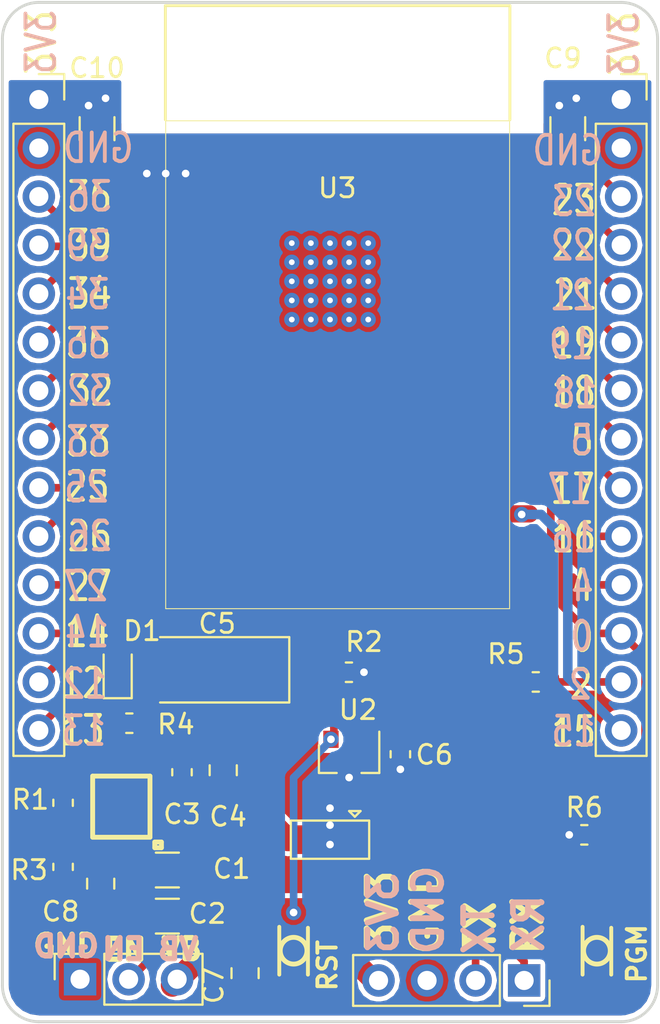
<source format=kicad_pcb>
(kicad_pcb (version 20171130) (host pcbnew 5.0.2-bee76a0~70~ubuntu18.10.1)

  (general
    (thickness 1.6)
    (drawings 76)
    (tracks 196)
    (zones 0)
    (modules 27)
    (nets 45)
  )

  (page A4)
  (layers
    (0 F.Cu signal)
    (31 B.Cu signal)
    (32 B.Adhes user hide)
    (33 F.Adhes user hide)
    (34 B.Paste user hide)
    (35 F.Paste user hide)
    (36 B.SilkS user)
    (37 F.SilkS user)
    (38 B.Mask user)
    (39 F.Mask user)
    (40 Dwgs.User user hide)
    (41 Cmts.User user hide)
    (42 Eco1.User user hide)
    (43 Eco2.User user hide)
    (44 Edge.Cuts user)
    (45 Margin user hide)
    (46 B.CrtYd user hide)
    (47 F.CrtYd user hide)
    (48 B.Fab user hide)
    (49 F.Fab user hide)
  )

  (setup
    (last_trace_width 0.4)
    (trace_clearance 0.2)
    (zone_clearance 0.25)
    (zone_45_only no)
    (trace_min 0.2)
    (segment_width 0.2)
    (edge_width 0.15)
    (via_size 0.8)
    (via_drill 0.4)
    (via_min_size 0.4)
    (via_min_drill 0.3)
    (uvia_size 0.3)
    (uvia_drill 0.1)
    (uvias_allowed no)
    (uvia_min_size 0.2)
    (uvia_min_drill 0.1)
    (pcb_text_width 0.3)
    (pcb_text_size 1.5 1.5)
    (mod_edge_width 0.15)
    (mod_text_size 1 1)
    (mod_text_width 0.15)
    (pad_size 1.524 1.524)
    (pad_drill 0.762)
    (pad_to_mask_clearance 0.1)
    (aux_axis_origin 0 0)
    (visible_elements FFFFFF7F)
    (pcbplotparams
      (layerselection 0x010f0_ffffffff)
      (usegerberextensions false)
      (usegerberattributes true)
      (usegerberadvancedattributes false)
      (creategerberjobfile false)
      (excludeedgelayer false)
      (linewidth 0.150000)
      (plotframeref false)
      (viasonmask false)
      (mode 1)
      (useauxorigin true)
      (hpglpennumber 1)
      (hpglpenspeed 20)
      (hpglpendiameter 15.000000)
      (psnegative false)
      (psa4output false)
      (plotreference true)
      (plotvalue true)
      (plotinvisibletext false)
      (padsonsilk false)
      (subtractmaskfromsilk false)
      (outputformat 1)
      (mirror false)
      (drillshape 0)
      (scaleselection 1)
      (outputdirectory ""))
  )

  (net 0 "")
  (net 1 "Net-(C1-Pad1)")
  (net 2 GND)
  (net 3 "Net-(C3-Pad1)")
  (net 4 RST)
  (net 5 +3V3)
  (net 6 TXD0)
  (net 7 RXD0)
  (net 8 "Net-(R1-Pad1)")
  (net 9 IO2)
  (net 10 IO0)
  (net 11 "Net-(U1-PadP$7)")
  (net 12 IO23)
  (net 13 IO22)
  (net 14 IO21)
  (net 15 "Net-(U3-Pad32)")
  (net 16 IO19)
  (net 17 IO18)
  (net 18 IO5)
  (net 19 IO17)
  (net 20 IO16)
  (net 21 IO4)
  (net 22 IO15)
  (net 23 "Net-(U3-Pad22)")
  (net 24 "Net-(U3-Pad21)")
  (net 25 "Net-(U3-Pad20)")
  (net 26 "Net-(U3-Pad19)")
  (net 27 "Net-(U3-Pad18)")
  (net 28 "Net-(U3-Pad17)")
  (net 29 IO13)
  (net 30 IO12)
  (net 31 IO14)
  (net 32 IO27)
  (net 33 IO26)
  (net 34 IO25)
  (net 35 IO33)
  (net 36 IO32)
  (net 37 IO35)
  (net 38 IO34)
  (net 39 IO39)
  (net 40 IO36)
  (net 41 "Net-(D1-Pad1)")
  (net 42 "Net-(J4-Pad4)")
  (net 43 "Net-(J1-Pad2)")
  (net 44 "Net-(C8-Pad1)")

  (net_class Default "This is the default net class."
    (clearance 0.2)
    (trace_width 0.4)
    (via_dia 0.8)
    (via_drill 0.4)
    (uvia_dia 0.3)
    (uvia_drill 0.1)
    (add_net +3V3)
    (add_net GND)
    (add_net IO0)
    (add_net IO12)
    (add_net IO13)
    (add_net IO14)
    (add_net IO15)
    (add_net IO16)
    (add_net IO17)
    (add_net IO18)
    (add_net IO19)
    (add_net IO2)
    (add_net IO21)
    (add_net IO22)
    (add_net IO23)
    (add_net IO25)
    (add_net IO26)
    (add_net IO27)
    (add_net IO32)
    (add_net IO33)
    (add_net IO34)
    (add_net IO35)
    (add_net IO36)
    (add_net IO39)
    (add_net IO4)
    (add_net IO5)
    (add_net "Net-(C1-Pad1)")
    (add_net "Net-(C3-Pad1)")
    (add_net "Net-(C8-Pad1)")
    (add_net "Net-(D1-Pad1)")
    (add_net "Net-(J1-Pad2)")
    (add_net "Net-(J4-Pad4)")
    (add_net "Net-(R1-Pad1)")
    (add_net "Net-(U1-PadP$7)")
    (add_net "Net-(U3-Pad17)")
    (add_net "Net-(U3-Pad18)")
    (add_net "Net-(U3-Pad19)")
    (add_net "Net-(U3-Pad20)")
    (add_net "Net-(U3-Pad21)")
    (add_net "Net-(U3-Pad22)")
    (add_net "Net-(U3-Pad32)")
    (add_net RST)
    (add_net RXD0)
    (add_net TXD0)
  )

  (module Capacitor_SMD:C_0603_1608Metric (layer F.Cu) (tedit 5B301BBE) (tstamp 5C62D2FD)
    (at 123.063 93.3195 90)
    (descr "Capacitor SMD 0603 (1608 Metric), square (rectangular) end terminal, IPC_7351 nominal, (Body size source: http://www.tortai-tech.com/upload/download/2011102023233369053.pdf), generated with kicad-footprint-generator")
    (tags capacitor)
    (path /5C4BFB6F)
    (attr smd)
    (fp_text reference C6 (at -0.0255 1.778 180) (layer F.SilkS)
      (effects (font (size 1 1) (thickness 0.15)))
    )
    (fp_text value 100n (at 0 1.43 90) (layer F.Fab)
      (effects (font (size 1 1) (thickness 0.15)))
    )
    (fp_line (start -0.8 0.4) (end -0.8 -0.4) (layer F.Fab) (width 0.1))
    (fp_line (start -0.8 -0.4) (end 0.8 -0.4) (layer F.Fab) (width 0.1))
    (fp_line (start 0.8 -0.4) (end 0.8 0.4) (layer F.Fab) (width 0.1))
    (fp_line (start 0.8 0.4) (end -0.8 0.4) (layer F.Fab) (width 0.1))
    (fp_line (start -0.162779 -0.51) (end 0.162779 -0.51) (layer F.SilkS) (width 0.12))
    (fp_line (start -0.162779 0.51) (end 0.162779 0.51) (layer F.SilkS) (width 0.12))
    (fp_line (start -1.48 0.73) (end -1.48 -0.73) (layer F.CrtYd) (width 0.05))
    (fp_line (start -1.48 -0.73) (end 1.48 -0.73) (layer F.CrtYd) (width 0.05))
    (fp_line (start 1.48 -0.73) (end 1.48 0.73) (layer F.CrtYd) (width 0.05))
    (fp_line (start 1.48 0.73) (end -1.48 0.73) (layer F.CrtYd) (width 0.05))
    (fp_text user %R (at 0 0 90) (layer F.Fab)
      (effects (font (size 0.4 0.4) (thickness 0.06)))
    )
    (pad 1 smd roundrect (at -0.7875 0 90) (size 0.875 0.95) (layers F.Cu F.Paste F.Mask) (roundrect_rratio 0.25)
      (net 5 +3V3))
    (pad 2 smd roundrect (at 0.7875 0 90) (size 0.875 0.95) (layers F.Cu F.Paste F.Mask) (roundrect_rratio 0.25)
      (net 2 GND))
    (model ${KISYS3DMOD}/Capacitor_SMD.3dshapes/C_0603_1608Metric.wrl
      (at (xyz 0 0 0))
      (scale (xyz 1 1 1))
      (rotate (xyz 0 0 0))
    )
  )

  (module Capacitor_SMD:C_0805_2012Metric (layer F.Cu) (tedit 5B36C52B) (tstamp 5C62D2BD)
    (at 107.3785 100.091 270)
    (descr "Capacitor SMD 0805 (2012 Metric), square (rectangular) end terminal, IPC_7351 nominal, (Body size source: https://docs.google.com/spreadsheets/d/1BsfQQcO9C6DZCsRaXUlFlo91Tg2WpOkGARC1WS5S8t0/edit?usp=sharing), generated with kicad-footprint-generator")
    (tags capacitor)
    (path /5C4AA961)
    (attr smd)
    (fp_text reference C8 (at 1.4605 2.0955) (layer F.SilkS)
      (effects (font (size 1 1) (thickness 0.15)))
    )
    (fp_text value 3n3 (at 0 1.65 270) (layer F.Fab)
      (effects (font (size 1 1) (thickness 0.15)))
    )
    (fp_line (start -1 0.6) (end -1 -0.6) (layer F.Fab) (width 0.1))
    (fp_line (start -1 -0.6) (end 1 -0.6) (layer F.Fab) (width 0.1))
    (fp_line (start 1 -0.6) (end 1 0.6) (layer F.Fab) (width 0.1))
    (fp_line (start 1 0.6) (end -1 0.6) (layer F.Fab) (width 0.1))
    (fp_line (start -0.258578 -0.71) (end 0.258578 -0.71) (layer F.SilkS) (width 0.12))
    (fp_line (start -0.258578 0.71) (end 0.258578 0.71) (layer F.SilkS) (width 0.12))
    (fp_line (start -1.68 0.95) (end -1.68 -0.95) (layer F.CrtYd) (width 0.05))
    (fp_line (start -1.68 -0.95) (end 1.68 -0.95) (layer F.CrtYd) (width 0.05))
    (fp_line (start 1.68 -0.95) (end 1.68 0.95) (layer F.CrtYd) (width 0.05))
    (fp_line (start 1.68 0.95) (end -1.68 0.95) (layer F.CrtYd) (width 0.05))
    (fp_text user %R (at 0 0 270) (layer F.Fab)
      (effects (font (size 0.5 0.5) (thickness 0.08)))
    )
    (pad 1 smd roundrect (at -0.9375 0 270) (size 0.975 1.4) (layers F.Cu F.Paste F.Mask) (roundrect_rratio 0.25)
      (net 44 "Net-(C8-Pad1)"))
    (pad 2 smd roundrect (at 0.9375 0 270) (size 0.975 1.4) (layers F.Cu F.Paste F.Mask) (roundrect_rratio 0.25)
      (net 2 GND))
    (model ${KISYS3DMOD}/Capacitor_SMD.3dshapes/C_0805_2012Metric.wrl
      (at (xyz 0 0 0))
      (scale (xyz 1 1 1))
      (rotate (xyz 0 0 0))
    )
  )

  (module Capacitor_SMD:C_1206_3216Metric (layer F.Cu) (tedit 5B301BBE) (tstamp 5C62D2AD)
    (at 110.868 101.7905 180)
    (descr "Capacitor SMD 1206 (3216 Metric), square (rectangular) end terminal, IPC_7351 nominal, (Body size source: http://www.tortai-tech.com/upload/download/2011102023233369053.pdf), generated with kicad-footprint-generator")
    (tags capacitor)
    (path /5C543080)
    (attr smd)
    (fp_text reference C2 (at -2.0925 0.127 180) (layer F.SilkS)
      (effects (font (size 1 1) (thickness 0.15)))
    )
    (fp_text value 10u (at 0 1.82 180) (layer F.Fab)
      (effects (font (size 1 1) (thickness 0.15)))
    )
    (fp_text user %R (at 0 0 180) (layer F.Fab)
      (effects (font (size 0.8 0.8) (thickness 0.12)))
    )
    (fp_line (start 2.28 1.12) (end -2.28 1.12) (layer F.CrtYd) (width 0.05))
    (fp_line (start 2.28 -1.12) (end 2.28 1.12) (layer F.CrtYd) (width 0.05))
    (fp_line (start -2.28 -1.12) (end 2.28 -1.12) (layer F.CrtYd) (width 0.05))
    (fp_line (start -2.28 1.12) (end -2.28 -1.12) (layer F.CrtYd) (width 0.05))
    (fp_line (start -0.602064 0.91) (end 0.602064 0.91) (layer F.SilkS) (width 0.12))
    (fp_line (start -0.602064 -0.91) (end 0.602064 -0.91) (layer F.SilkS) (width 0.12))
    (fp_line (start 1.6 0.8) (end -1.6 0.8) (layer F.Fab) (width 0.1))
    (fp_line (start 1.6 -0.8) (end 1.6 0.8) (layer F.Fab) (width 0.1))
    (fp_line (start -1.6 -0.8) (end 1.6 -0.8) (layer F.Fab) (width 0.1))
    (fp_line (start -1.6 0.8) (end -1.6 -0.8) (layer F.Fab) (width 0.1))
    (pad 2 smd roundrect (at 1.4 0 180) (size 1.25 1.75) (layers F.Cu F.Paste F.Mask) (roundrect_rratio 0.2)
      (net 2 GND))
    (pad 1 smd roundrect (at -1.4 0 180) (size 1.25 1.75) (layers F.Cu F.Paste F.Mask) (roundrect_rratio 0.2)
      (net 1 "Net-(C1-Pad1)"))
    (model ${KISYS3DMOD}/Capacitor_SMD.3dshapes/C_1206_3216Metric.wrl
      (at (xyz 0 0 0))
      (scale (xyz 1 1 1))
      (rotate (xyz 0 0 0))
    )
  )

  (module Capacitor_SMD:C_1206_3216Metric (layer F.Cu) (tedit 5B301BBE) (tstamp 5C62DD0D)
    (at 131.826 60.582 270)
    (descr "Capacitor SMD 1206 (3216 Metric), square (rectangular) end terminal, IPC_7351 nominal, (Body size source: http://www.tortai-tech.com/upload/download/2011102023233369053.pdf), generated with kicad-footprint-generator")
    (tags capacitor)
    (path /5C4ABE5F)
    (attr smd)
    (fp_text reference C9 (at -3.686 0.254) (layer F.SilkS)
      (effects (font (size 1 1) (thickness 0.15)))
    )
    (fp_text value 22u (at 0 1.82 270) (layer F.Fab)
      (effects (font (size 1 1) (thickness 0.15)))
    )
    (fp_line (start -1.6 0.8) (end -1.6 -0.8) (layer F.Fab) (width 0.1))
    (fp_line (start -1.6 -0.8) (end 1.6 -0.8) (layer F.Fab) (width 0.1))
    (fp_line (start 1.6 -0.8) (end 1.6 0.8) (layer F.Fab) (width 0.1))
    (fp_line (start 1.6 0.8) (end -1.6 0.8) (layer F.Fab) (width 0.1))
    (fp_line (start -0.602064 -0.91) (end 0.602064 -0.91) (layer F.SilkS) (width 0.12))
    (fp_line (start -0.602064 0.91) (end 0.602064 0.91) (layer F.SilkS) (width 0.12))
    (fp_line (start -2.28 1.12) (end -2.28 -1.12) (layer F.CrtYd) (width 0.05))
    (fp_line (start -2.28 -1.12) (end 2.28 -1.12) (layer F.CrtYd) (width 0.05))
    (fp_line (start 2.28 -1.12) (end 2.28 1.12) (layer F.CrtYd) (width 0.05))
    (fp_line (start 2.28 1.12) (end -2.28 1.12) (layer F.CrtYd) (width 0.05))
    (fp_text user %R (at 0 0 270) (layer F.Fab)
      (effects (font (size 0.8 0.8) (thickness 0.12)))
    )
    (pad 1 smd roundrect (at -1.4 0 270) (size 1.25 1.75) (layers F.Cu F.Paste F.Mask) (roundrect_rratio 0.2)
      (net 5 +3V3))
    (pad 2 smd roundrect (at 1.4 0 270) (size 1.25 1.75) (layers F.Cu F.Paste F.Mask) (roundrect_rratio 0.2)
      (net 2 GND))
    (model ${KISYS3DMOD}/Capacitor_SMD.3dshapes/C_1206_3216Metric.wrl
      (at (xyz 0 0 0))
      (scale (xyz 1 1 1))
      (rotate (xyz 0 0 0))
    )
  )

  (module Capacitor_SMD:C_1206_3216Metric (layer F.Cu) (tedit 5B301BBE) (tstamp 5C62D28C)
    (at 107.188 60.582 270)
    (descr "Capacitor SMD 1206 (3216 Metric), square (rectangular) end terminal, IPC_7351 nominal, (Body size source: http://www.tortai-tech.com/upload/download/2011102023233369053.pdf), generated with kicad-footprint-generator")
    (tags capacitor)
    (path /5C486395)
    (attr smd)
    (fp_text reference C10 (at -3.178 0) (layer F.SilkS)
      (effects (font (size 1 1) (thickness 0.15)))
    )
    (fp_text value 22u (at 0 1.82 270) (layer F.Fab)
      (effects (font (size 1 1) (thickness 0.15)))
    )
    (fp_text user %R (at 0 0 270) (layer F.Fab)
      (effects (font (size 0.8 0.8) (thickness 0.12)))
    )
    (fp_line (start 2.28 1.12) (end -2.28 1.12) (layer F.CrtYd) (width 0.05))
    (fp_line (start 2.28 -1.12) (end 2.28 1.12) (layer F.CrtYd) (width 0.05))
    (fp_line (start -2.28 -1.12) (end 2.28 -1.12) (layer F.CrtYd) (width 0.05))
    (fp_line (start -2.28 1.12) (end -2.28 -1.12) (layer F.CrtYd) (width 0.05))
    (fp_line (start -0.602064 0.91) (end 0.602064 0.91) (layer F.SilkS) (width 0.12))
    (fp_line (start -0.602064 -0.91) (end 0.602064 -0.91) (layer F.SilkS) (width 0.12))
    (fp_line (start 1.6 0.8) (end -1.6 0.8) (layer F.Fab) (width 0.1))
    (fp_line (start 1.6 -0.8) (end 1.6 0.8) (layer F.Fab) (width 0.1))
    (fp_line (start -1.6 -0.8) (end 1.6 -0.8) (layer F.Fab) (width 0.1))
    (fp_line (start -1.6 0.8) (end -1.6 -0.8) (layer F.Fab) (width 0.1))
    (pad 2 smd roundrect (at 1.4 0 270) (size 1.25 1.75) (layers F.Cu F.Paste F.Mask) (roundrect_rratio 0.2)
      (net 2 GND))
    (pad 1 smd roundrect (at -1.4 0 270) (size 1.25 1.75) (layers F.Cu F.Paste F.Mask) (roundrect_rratio 0.2)
      (net 5 +3V3))
    (model ${KISYS3DMOD}/Capacitor_SMD.3dshapes/C_1206_3216Metric.wrl
      (at (xyz 0 0 0))
      (scale (xyz 1 1 1))
      (rotate (xyz 0 0 0))
    )
  )

  (module Capacitor_SMD:C_1206_3216Metric (layer F.Cu) (tedit 5B301BBE) (tstamp 5C62D27C)
    (at 110.868 99.3775 180)
    (descr "Capacitor SMD 1206 (3216 Metric), square (rectangular) end terminal, IPC_7351 nominal, (Body size source: http://www.tortai-tech.com/upload/download/2011102023233369053.pdf), generated with kicad-footprint-generator")
    (tags capacitor)
    (path /5C4A58E8)
    (attr smd)
    (fp_text reference C1 (at -3.3625 0.0635 180) (layer F.SilkS)
      (effects (font (size 1 1) (thickness 0.15)))
    )
    (fp_text value 10u (at 0 1.82 180) (layer F.Fab)
      (effects (font (size 1 1) (thickness 0.15)))
    )
    (fp_line (start -1.6 0.8) (end -1.6 -0.8) (layer F.Fab) (width 0.1))
    (fp_line (start -1.6 -0.8) (end 1.6 -0.8) (layer F.Fab) (width 0.1))
    (fp_line (start 1.6 -0.8) (end 1.6 0.8) (layer F.Fab) (width 0.1))
    (fp_line (start 1.6 0.8) (end -1.6 0.8) (layer F.Fab) (width 0.1))
    (fp_line (start -0.602064 -0.91) (end 0.602064 -0.91) (layer F.SilkS) (width 0.12))
    (fp_line (start -0.602064 0.91) (end 0.602064 0.91) (layer F.SilkS) (width 0.12))
    (fp_line (start -2.28 1.12) (end -2.28 -1.12) (layer F.CrtYd) (width 0.05))
    (fp_line (start -2.28 -1.12) (end 2.28 -1.12) (layer F.CrtYd) (width 0.05))
    (fp_line (start 2.28 -1.12) (end 2.28 1.12) (layer F.CrtYd) (width 0.05))
    (fp_line (start 2.28 1.12) (end -2.28 1.12) (layer F.CrtYd) (width 0.05))
    (fp_text user %R (at 0 0 180) (layer F.Fab)
      (effects (font (size 0.8 0.8) (thickness 0.12)))
    )
    (pad 1 smd roundrect (at -1.4 0 180) (size 1.25 1.75) (layers F.Cu F.Paste F.Mask) (roundrect_rratio 0.2)
      (net 1 "Net-(C1-Pad1)"))
    (pad 2 smd roundrect (at 1.4 0 180) (size 1.25 1.75) (layers F.Cu F.Paste F.Mask) (roundrect_rratio 0.2)
      (net 2 GND))
    (model ${KISYS3DMOD}/Capacitor_SMD.3dshapes/C_1206_3216Metric.wrl
      (at (xyz 0 0 0))
      (scale (xyz 1 1 1))
      (rotate (xyz 0 0 0))
    )
  )

  (module Connector_PinSocket_2.54mm:PinSocket_1x03_P2.54mm_Vertical (layer F.Cu) (tedit 5C4AABCC) (tstamp 5C62D242)
    (at 106.299 105.0925 90)
    (descr "Through hole straight socket strip, 1x03, 2.54mm pitch, single row (from Kicad 4.0.7), script generated")
    (tags "Through hole socket strip THT 1x03 2.54mm single row")
    (path /5C4A1F13)
    (fp_text reference VIN (at 2.0955 4.826) (layer Dwgs.User)
      (effects (font (size 1 1) (thickness 0.15)))
    )
    (fp_text value VIN (at 0 7.85 90) (layer F.Fab)
      (effects (font (size 1 1) (thickness 0.15)))
    )
    (fp_line (start -1.27 -1.27) (end 0.635 -1.27) (layer F.Fab) (width 0.1))
    (fp_line (start 0.635 -1.27) (end 1.27 -0.635) (layer F.Fab) (width 0.1))
    (fp_line (start 1.27 -0.635) (end 1.27 6.35) (layer F.Fab) (width 0.1))
    (fp_line (start 1.27 6.35) (end -1.27 6.35) (layer F.Fab) (width 0.1))
    (fp_line (start -1.27 6.35) (end -1.27 -1.27) (layer F.Fab) (width 0.1))
    (fp_line (start -1.33 1.27) (end 1.33 1.27) (layer F.SilkS) (width 0.12))
    (fp_line (start -1.33 1.27) (end -1.33 6.41) (layer F.SilkS) (width 0.12))
    (fp_line (start -1.33 6.41) (end 1.33 6.41) (layer F.SilkS) (width 0.12))
    (fp_line (start 1.33 1.27) (end 1.33 6.41) (layer F.SilkS) (width 0.12))
    (fp_line (start 1.33 -1.33) (end 1.33 0) (layer F.SilkS) (width 0.12))
    (fp_line (start 0 -1.33) (end 1.33 -1.33) (layer F.SilkS) (width 0.12))
    (fp_line (start -1.8 -1.8) (end 1.75 -1.8) (layer F.CrtYd) (width 0.05))
    (fp_line (start 1.75 -1.8) (end 1.75 6.85) (layer F.CrtYd) (width 0.05))
    (fp_line (start 1.75 6.85) (end -1.8 6.85) (layer F.CrtYd) (width 0.05))
    (fp_line (start -1.8 6.85) (end -1.8 -1.8) (layer F.CrtYd) (width 0.05))
    (fp_text user %R (at 0 2.54 180) (layer F.Fab)
      (effects (font (size 1 1) (thickness 0.15)))
    )
    (pad 1 thru_hole rect (at 0 0 90) (size 1.7 1.7) (drill 1) (layers *.Cu *.Mask)
      (net 2 GND))
    (pad 2 thru_hole oval (at 0 2.54 90) (size 1.7 1.7) (drill 1) (layers *.Cu *.Mask)
      (net 43 "Net-(J1-Pad2)"))
    (pad 3 thru_hole oval (at 0 5.08 90) (size 1.7 1.7) (drill 1) (layers *.Cu *.Mask)
      (net 1 "Net-(C1-Pad1)"))
    (model ${KISYS3DMOD}/Connector_PinSocket_2.54mm.3dshapes/PinSocket_1x03_P2.54mm_Vertical.wrl
      (at (xyz 0 0 0))
      (scale (xyz 1 1 1))
      (rotate (xyz 0 0 0))
    )
  )

  (module Connector_PinSocket_2.54mm:PinSocket_1x14_P2.54mm_Vertical (layer F.Cu) (tedit 5C4AAAA4) (tstamp 5C62D1D2)
    (at 134.62 59.055)
    (descr "Through hole straight socket strip, 1x14, 2.54mm pitch, single row (from Kicad 4.0.7), script generated")
    (tags "Through hole socket strip THT 1x14 2.54mm single row")
    (path /5C4C7936)
    (fp_text reference J3 (at 0 -2.77) (layer Dwgs.User)
      (effects (font (size 1 1) (thickness 0.15)))
    )
    (fp_text value hdr2 (at 0 35.79) (layer F.Fab)
      (effects (font (size 1 1) (thickness 0.15)))
    )
    (fp_line (start -1.27 -1.27) (end 0.635 -1.27) (layer F.Fab) (width 0.1))
    (fp_line (start 0.635 -1.27) (end 1.27 -0.635) (layer F.Fab) (width 0.1))
    (fp_line (start 1.27 -0.635) (end 1.27 34.29) (layer F.Fab) (width 0.1))
    (fp_line (start 1.27 34.29) (end -1.27 34.29) (layer F.Fab) (width 0.1))
    (fp_line (start -1.27 34.29) (end -1.27 -1.27) (layer F.Fab) (width 0.1))
    (fp_line (start -1.33 1.27) (end 1.33 1.27) (layer F.SilkS) (width 0.12))
    (fp_line (start -1.33 1.27) (end -1.33 34.35) (layer F.SilkS) (width 0.12))
    (fp_line (start -1.33 34.35) (end 1.33 34.35) (layer F.SilkS) (width 0.12))
    (fp_line (start 1.33 1.27) (end 1.33 34.35) (layer F.SilkS) (width 0.12))
    (fp_line (start 1.33 -1.33) (end 1.33 0) (layer F.SilkS) (width 0.12))
    (fp_line (start 0 -1.33) (end 1.33 -1.33) (layer F.SilkS) (width 0.12))
    (fp_line (start -1.8 -1.8) (end 1.75 -1.8) (layer F.CrtYd) (width 0.05))
    (fp_line (start 1.75 -1.8) (end 1.75 34.8) (layer F.CrtYd) (width 0.05))
    (fp_line (start 1.75 34.8) (end -1.8 34.8) (layer F.CrtYd) (width 0.05))
    (fp_line (start -1.8 34.8) (end -1.8 -1.8) (layer F.CrtYd) (width 0.05))
    (fp_text user %R (at 0 16.51 90) (layer F.Fab)
      (effects (font (size 1 1) (thickness 0.15)))
    )
    (pad 1 thru_hole rect (at 0 0) (size 1.7 1.7) (drill 1) (layers *.Cu *.Mask)
      (net 5 +3V3))
    (pad 2 thru_hole oval (at 0 2.54) (size 1.7 1.7) (drill 1) (layers *.Cu *.Mask)
      (net 2 GND))
    (pad 3 thru_hole oval (at 0 5.08) (size 1.7 1.7) (drill 1) (layers *.Cu *.Mask)
      (net 12 IO23))
    (pad 4 thru_hole oval (at 0 7.62) (size 1.7 1.7) (drill 1) (layers *.Cu *.Mask)
      (net 13 IO22))
    (pad 5 thru_hole oval (at 0 10.16) (size 1.7 1.7) (drill 1) (layers *.Cu *.Mask)
      (net 14 IO21))
    (pad 6 thru_hole oval (at 0 12.7) (size 1.7 1.7) (drill 1) (layers *.Cu *.Mask)
      (net 16 IO19))
    (pad 7 thru_hole oval (at 0 15.24) (size 1.7 1.7) (drill 1) (layers *.Cu *.Mask)
      (net 17 IO18))
    (pad 8 thru_hole oval (at 0 17.78) (size 1.7 1.7) (drill 1) (layers *.Cu *.Mask)
      (net 18 IO5))
    (pad 9 thru_hole oval (at 0 20.32) (size 1.7 1.7) (drill 1) (layers *.Cu *.Mask)
      (net 19 IO17))
    (pad 10 thru_hole oval (at 0 22.86) (size 1.7 1.7) (drill 1) (layers *.Cu *.Mask)
      (net 20 IO16))
    (pad 11 thru_hole oval (at 0 25.4) (size 1.7 1.7) (drill 1) (layers *.Cu *.Mask)
      (net 21 IO4))
    (pad 12 thru_hole oval (at 0 27.94) (size 1.7 1.7) (drill 1) (layers *.Cu *.Mask)
      (net 10 IO0))
    (pad 13 thru_hole oval (at 0 30.48) (size 1.7 1.7) (drill 1) (layers *.Cu *.Mask)
      (net 9 IO2))
    (pad 14 thru_hole oval (at 0 33.02) (size 1.7 1.7) (drill 1) (layers *.Cu *.Mask)
      (net 22 IO15))
    (model ${KISYS3DMOD}/Connector_PinSocket_2.54mm.3dshapes/PinSocket_1x14_P2.54mm_Vertical.wrl
      (at (xyz 0 0 0))
      (scale (xyz 1 1 1))
      (rotate (xyz 0 0 0))
    )
  )

  (module Connector_PinSocket_2.54mm:PinSocket_1x14_P2.54mm_Vertical (layer F.Cu) (tedit 5C4AAAAA) (tstamp 5CBF09C6)
    (at 104.14 59.055)
    (descr "Through hole straight socket strip, 1x14, 2.54mm pitch, single row (from Kicad 4.0.7), script generated")
    (tags "Through hole socket strip THT 1x14 2.54mm single row")
    (path /5C4C7850)
    (fp_text reference J2 (at 0 -2.77) (layer Dwgs.User)
      (effects (font (size 1 1) (thickness 0.15)))
    )
    (fp_text value hdr1 (at 0 35.79) (layer F.Fab)
      (effects (font (size 1 1) (thickness 0.15)))
    )
    (fp_text user %R (at 0 16.51 90) (layer F.Fab)
      (effects (font (size 1 1) (thickness 0.15)))
    )
    (fp_line (start -1.8 34.8) (end -1.8 -1.8) (layer F.CrtYd) (width 0.05))
    (fp_line (start 1.75 34.8) (end -1.8 34.8) (layer F.CrtYd) (width 0.05))
    (fp_line (start 1.75 -1.8) (end 1.75 34.8) (layer F.CrtYd) (width 0.05))
    (fp_line (start -1.8 -1.8) (end 1.75 -1.8) (layer F.CrtYd) (width 0.05))
    (fp_line (start 0 -1.33) (end 1.33 -1.33) (layer F.SilkS) (width 0.12))
    (fp_line (start 1.33 -1.33) (end 1.33 0) (layer F.SilkS) (width 0.12))
    (fp_line (start 1.33 1.27) (end 1.33 34.35) (layer F.SilkS) (width 0.12))
    (fp_line (start -1.33 34.35) (end 1.33 34.35) (layer F.SilkS) (width 0.12))
    (fp_line (start -1.33 1.27) (end -1.33 34.35) (layer F.SilkS) (width 0.12))
    (fp_line (start -1.33 1.27) (end 1.33 1.27) (layer F.SilkS) (width 0.12))
    (fp_line (start -1.27 34.29) (end -1.27 -1.27) (layer F.Fab) (width 0.1))
    (fp_line (start 1.27 34.29) (end -1.27 34.29) (layer F.Fab) (width 0.1))
    (fp_line (start 1.27 -0.635) (end 1.27 34.29) (layer F.Fab) (width 0.1))
    (fp_line (start 0.635 -1.27) (end 1.27 -0.635) (layer F.Fab) (width 0.1))
    (fp_line (start -1.27 -1.27) (end 0.635 -1.27) (layer F.Fab) (width 0.1))
    (pad 14 thru_hole oval (at 0 33.02) (size 1.7 1.7) (drill 1) (layers *.Cu *.Mask)
      (net 29 IO13))
    (pad 13 thru_hole oval (at 0 30.48) (size 1.7 1.7) (drill 1) (layers *.Cu *.Mask)
      (net 30 IO12))
    (pad 12 thru_hole oval (at 0 27.94) (size 1.7 1.7) (drill 1) (layers *.Cu *.Mask)
      (net 31 IO14))
    (pad 11 thru_hole oval (at 0 25.4) (size 1.7 1.7) (drill 1) (layers *.Cu *.Mask)
      (net 32 IO27))
    (pad 10 thru_hole oval (at 0 22.86) (size 1.7 1.7) (drill 1) (layers *.Cu *.Mask)
      (net 33 IO26))
    (pad 9 thru_hole oval (at 0 20.32) (size 1.7 1.7) (drill 1) (layers *.Cu *.Mask)
      (net 34 IO25))
    (pad 8 thru_hole oval (at 0 17.78) (size 1.7 1.7) (drill 1) (layers *.Cu *.Mask)
      (net 35 IO33))
    (pad 7 thru_hole oval (at 0 15.24) (size 1.7 1.7) (drill 1) (layers *.Cu *.Mask)
      (net 36 IO32))
    (pad 6 thru_hole oval (at 0 12.7) (size 1.7 1.7) (drill 1) (layers *.Cu *.Mask)
      (net 37 IO35))
    (pad 5 thru_hole oval (at 0 10.16) (size 1.7 1.7) (drill 1) (layers *.Cu *.Mask)
      (net 38 IO34))
    (pad 4 thru_hole oval (at 0 7.62) (size 1.7 1.7) (drill 1) (layers *.Cu *.Mask)
      (net 39 IO39))
    (pad 3 thru_hole oval (at 0 5.08) (size 1.7 1.7) (drill 1) (layers *.Cu *.Mask)
      (net 40 IO36))
    (pad 2 thru_hole oval (at 0 2.54) (size 1.7 1.7) (drill 1) (layers *.Cu *.Mask)
      (net 2 GND))
    (pad 1 thru_hole rect (at 0 0) (size 1.7 1.7) (drill 1) (layers *.Cu *.Mask)
      (net 5 +3V3))
    (model ${KISYS3DMOD}/Connector_PinSocket_2.54mm.3dshapes/PinSocket_1x14_P2.54mm_Vertical.wrl
      (at (xyz 0 0 0))
      (scale (xyz 1 1 1))
      (rotate (xyz 0 0 0))
    )
  )

  (module Jumper:SolderJumper-3_P1.3mm_Open_Pad1.0x1.5mm (layer F.Cu) (tedit 5C4AAA5D) (tstamp 5CB356F4)
    (at 119.38 97.79 180)
    (descr "SMD Solder 3-pad Jumper, 1x1.5mm Pads, 0.3mm gap, open")
    (tags "solder jumper open")
    (path /5C4C6C31)
    (attr virtual)
    (fp_text reference JP1 (at 0 -1.8 180) (layer Dwgs.User)
      (effects (font (size 1 1) (thickness 0.15)))
    )
    (fp_text value jumper (at 0 2 180) (layer F.Fab)
      (effects (font (size 1 1) (thickness 0.15)))
    )
    (fp_line (start -1.3 1.2) (end -1 1.5) (layer F.SilkS) (width 0.12))
    (fp_line (start -1.6 1.5) (end -1 1.5) (layer F.SilkS) (width 0.12))
    (fp_line (start -1.3 1.2) (end -1.6 1.5) (layer F.SilkS) (width 0.12))
    (fp_line (start -2.05 1) (end -2.05 -1) (layer F.SilkS) (width 0.12))
    (fp_line (start 2.05 1) (end -2.05 1) (layer F.SilkS) (width 0.12))
    (fp_line (start 2.05 -1) (end 2.05 1) (layer F.SilkS) (width 0.12))
    (fp_line (start -2.05 -1) (end 2.05 -1) (layer F.SilkS) (width 0.12))
    (fp_line (start -2.3 -1.25) (end 2.3 -1.25) (layer F.CrtYd) (width 0.05))
    (fp_line (start -2.3 -1.25) (end -2.3 1.25) (layer F.CrtYd) (width 0.05))
    (fp_line (start 2.3 1.25) (end 2.3 -1.25) (layer F.CrtYd) (width 0.05))
    (fp_line (start 2.3 1.25) (end -2.3 1.25) (layer F.CrtYd) (width 0.05))
    (pad 3 smd rect (at 1.3 0 180) (size 1 1.5) (layers F.Cu F.Mask)
      (net 3 "Net-(C3-Pad1)"))
    (pad 2 smd rect (at 0 0 180) (size 1 1.5) (layers F.Cu F.Mask)
      (net 5 +3V3))
    (pad 1 smd rect (at -1.3 0 180) (size 1 1.5) (layers F.Cu F.Mask)
      (net 42 "Net-(J4-Pad4)"))
  )

  (module Connector_PinSocket_2.54mm:PinSocket_1x04_P2.54mm_Vertical (layer F.Cu) (tedit 5C4AA9CA) (tstamp 5C9BE814)
    (at 129.54 105.156 270)
    (descr "Through hole straight socket strip, 1x04, 2.54mm pitch, single row (from Kicad 4.0.7), script generated")
    (tags "Through hole socket strip THT 1x04 2.54mm single row")
    (path /5C4A1FC7)
    (fp_text reference PGM/DBG (at -2.7305 4.953) (layer Dwgs.User)
      (effects (font (size 1 1) (thickness 0.15)))
    )
    (fp_text value PGM/DBG (at 0 10.39 270) (layer F.Fab)
      (effects (font (size 1 1) (thickness 0.15)))
    )
    (fp_line (start -1.27 -1.27) (end 0.635 -1.27) (layer F.Fab) (width 0.1))
    (fp_line (start 0.635 -1.27) (end 1.27 -0.635) (layer F.Fab) (width 0.1))
    (fp_line (start 1.27 -0.635) (end 1.27 8.89) (layer F.Fab) (width 0.1))
    (fp_line (start 1.27 8.89) (end -1.27 8.89) (layer F.Fab) (width 0.1))
    (fp_line (start -1.27 8.89) (end -1.27 -1.27) (layer F.Fab) (width 0.1))
    (fp_line (start -1.33 1.27) (end 1.33 1.27) (layer F.SilkS) (width 0.12))
    (fp_line (start -1.33 1.27) (end -1.33 8.95) (layer F.SilkS) (width 0.12))
    (fp_line (start -1.33 8.95) (end 1.33 8.95) (layer F.SilkS) (width 0.12))
    (fp_line (start 1.33 1.27) (end 1.33 8.95) (layer F.SilkS) (width 0.12))
    (fp_line (start 1.33 -1.33) (end 1.33 0) (layer F.SilkS) (width 0.12))
    (fp_line (start 0 -1.33) (end 1.33 -1.33) (layer F.SilkS) (width 0.12))
    (fp_line (start -1.8 -1.8) (end 1.75 -1.8) (layer F.CrtYd) (width 0.05))
    (fp_line (start 1.75 -1.8) (end 1.75 9.4) (layer F.CrtYd) (width 0.05))
    (fp_line (start 1.75 9.4) (end -1.8 9.4) (layer F.CrtYd) (width 0.05))
    (fp_line (start -1.8 9.4) (end -1.8 -1.8) (layer F.CrtYd) (width 0.05))
    (fp_text user %R (at 0 3.81) (layer F.Fab)
      (effects (font (size 1 1) (thickness 0.15)))
    )
    (pad 1 thru_hole rect (at 0 0 270) (size 1.7 1.7) (drill 1) (layers *.Cu *.Mask)
      (net 7 RXD0))
    (pad 2 thru_hole oval (at 0 2.54 270) (size 1.7 1.7) (drill 1) (layers *.Cu *.Mask)
      (net 6 TXD0))
    (pad 3 thru_hole oval (at 0 5.08 270) (size 1.7 1.7) (drill 1) (layers *.Cu *.Mask)
      (net 2 GND))
    (pad 4 thru_hole oval (at 0 7.62 270) (size 1.7 1.7) (drill 1) (layers *.Cu *.Mask)
      (net 42 "Net-(J4-Pad4)"))
    (model ${KISYS3DMOD}/Connector_PinSocket_2.54mm.3dshapes/PinSocket_1x04_P2.54mm_Vertical.wrl
      (at (xyz 0 0 0))
      (scale (xyz 1 1 1))
      (rotate (xyz 0 0 0))
    )
  )

  (module LED_SMD:LED_0603_1608Metric (layer F.Cu) (tedit 5B301BBE) (tstamp 5C79984C)
    (at 108.2675 88.9 90)
    (descr "LED SMD 0603 (1608 Metric), square (rectangular) end terminal, IPC_7351 nominal, (Body size source: http://www.tortai-tech.com/upload/download/2011102023233369053.pdf), generated with kicad-footprint-generator")
    (tags diode)
    (path /5C49A7B2)
    (attr smd)
    (fp_text reference D1 (at 2.032 1.27 180) (layer F.SilkS)
      (effects (font (size 1 1) (thickness 0.15)))
    )
    (fp_text value LED (at 0 1.43 90) (layer F.Fab)
      (effects (font (size 1 1) (thickness 0.15)))
    )
    (fp_line (start 0.8 -0.4) (end -0.5 -0.4) (layer F.Fab) (width 0.1))
    (fp_line (start -0.5 -0.4) (end -0.8 -0.1) (layer F.Fab) (width 0.1))
    (fp_line (start -0.8 -0.1) (end -0.8 0.4) (layer F.Fab) (width 0.1))
    (fp_line (start -0.8 0.4) (end 0.8 0.4) (layer F.Fab) (width 0.1))
    (fp_line (start 0.8 0.4) (end 0.8 -0.4) (layer F.Fab) (width 0.1))
    (fp_line (start 0.8 -0.735) (end -1.485 -0.735) (layer F.SilkS) (width 0.12))
    (fp_line (start -1.485 -0.735) (end -1.485 0.735) (layer F.SilkS) (width 0.12))
    (fp_line (start -1.485 0.735) (end 0.8 0.735) (layer F.SilkS) (width 0.12))
    (fp_line (start -1.48 0.73) (end -1.48 -0.73) (layer F.CrtYd) (width 0.05))
    (fp_line (start -1.48 -0.73) (end 1.48 -0.73) (layer F.CrtYd) (width 0.05))
    (fp_line (start 1.48 -0.73) (end 1.48 0.73) (layer F.CrtYd) (width 0.05))
    (fp_line (start 1.48 0.73) (end -1.48 0.73) (layer F.CrtYd) (width 0.05))
    (fp_text user %R (at 0 0 90) (layer F.Fab)
      (effects (font (size 0.4 0.4) (thickness 0.06)))
    )
    (pad 1 smd roundrect (at -0.7875 0 90) (size 0.875 0.95) (layers F.Cu F.Paste F.Mask) (roundrect_rratio 0.25)
      (net 41 "Net-(D1-Pad1)"))
    (pad 2 smd roundrect (at 0.7875 0 90) (size 0.875 0.95) (layers F.Cu F.Paste F.Mask) (roundrect_rratio 0.25)
      (net 29 IO13))
    (model ${KISYS3DMOD}/LED_SMD.3dshapes/LED_0603_1608Metric.wrl
      (at (xyz 0 0 0))
      (scale (xyz 1 1 1))
      (rotate (xyz 0 0 0))
    )
  )

  (module esp32-wrover:ESP32-WROVER (layer F.Cu) (tedit 5B6C7719) (tstamp 5C799751)
    (at 119.78 60.75)
    (path /5C485FFC)
    (attr smd)
    (fp_text reference U3 (at -0.019 2.9405) (layer F.SilkS)
      (effects (font (size 1 1) (thickness 0.15)))
    )
    (fp_text value ESP32-WROVER (at 0.1 2.92) (layer F.Fab) hide
      (effects (font (size 1 1) (thickness 0.15)))
    )
    (fp_line (start 9.017 -6.604) (end -9.017 -6.604) (layer F.SilkS) (width 0.15))
    (fp_line (start 9.017 -0.635) (end 9.017 -6.604) (layer F.SilkS) (width 0.15))
    (fp_line (start -9.017 -0.635) (end -9.017 -6.604) (layer F.SilkS) (width 0.15))
    (fp_line (start -9 24.95) (end -9 -0.58) (layer F.SilkS) (width 0.05))
    (fp_line (start -9 -0.58) (end 9 -0.58) (layer F.SilkS) (width 0.05))
    (fp_line (start 9 -0.58) (end 9 24.95) (layer F.SilkS) (width 0.05))
    (fp_line (start 9 24.95) (end -9 24.95) (layer F.SilkS) (width 0.05))
    (pad 39 thru_hole circle (at 1.6 5.82) (size 0.8 0.8) (drill 0.3) (layers *.Cu *.Mask)
      (net 2 GND))
    (pad 39 thru_hole circle (at 1.6 6.82) (size 0.8 0.8) (drill 0.3) (layers *.Cu *.Mask)
      (net 2 GND))
    (pad 39 thru_hole circle (at 1.6 7.82) (size 0.8 0.8) (drill 0.3) (layers *.Cu *.Mask)
      (net 2 GND))
    (pad 39 thru_hole circle (at 1.6 8.82) (size 0.8 0.8) (drill 0.3) (layers *.Cu *.Mask)
      (net 2 GND))
    (pad 39 thru_hole circle (at 1.6 9.82) (size 0.8 0.8) (drill 0.3) (layers *.Cu *.Mask)
      (net 2 GND))
    (pad 39 thru_hole circle (at -0.4 5.82) (size 0.8 0.8) (drill 0.3) (layers *.Cu *.Mask)
      (net 2 GND))
    (pad 39 thru_hole circle (at -0.4 6.82) (size 0.8 0.8) (drill 0.3) (layers *.Cu *.Mask)
      (net 2 GND))
    (pad 39 thru_hole circle (at -0.4 7.82) (size 0.8 0.8) (drill 0.3) (layers *.Cu *.Mask)
      (net 2 GND))
    (pad 39 thru_hole circle (at -0.4 8.82) (size 0.8 0.8) (drill 0.3) (layers *.Cu *.Mask)
      (net 2 GND))
    (pad 39 thru_hole circle (at -0.4 9.82) (size 0.8 0.8) (drill 0.3) (layers *.Cu *.Mask)
      (net 2 GND))
    (pad 39 thru_hole circle (at 0.6 9.82) (size 0.8 0.8) (drill 0.3) (layers *.Cu *.Mask)
      (net 2 GND))
    (pad 39 thru_hole circle (at 0.6 8.82) (size 0.8 0.8) (drill 0.3) (layers *.Cu *.Mask)
      (net 2 GND))
    (pad 39 thru_hole circle (at 0.6 7.82) (size 0.8 0.8) (drill 0.3) (layers *.Cu *.Mask)
      (net 2 GND))
    (pad 39 thru_hole circle (at 0.6 6.82) (size 0.8 0.8) (drill 0.3) (layers *.Cu *.Mask)
      (net 2 GND))
    (pad 39 thru_hole circle (at 0.6 5.82) (size 0.8 0.8) (drill 0.3) (layers *.Cu *.Mask)
      (net 2 GND))
    (pad 39 thru_hole circle (at -1.4 5.82) (size 0.8 0.8) (drill 0.3) (layers *.Cu *.Mask)
      (net 2 GND))
    (pad 39 thru_hole circle (at -1.4 6.82) (size 0.8 0.8) (drill 0.3) (layers *.Cu *.Mask)
      (net 2 GND))
    (pad 39 thru_hole circle (at -1.4 7.82) (size 0.8 0.8) (drill 0.3) (layers *.Cu *.Mask)
      (net 2 GND))
    (pad 39 thru_hole circle (at -1.4 8.82) (size 0.8 0.8) (drill 0.3) (layers *.Cu *.Mask)
      (net 2 GND))
    (pad 39 thru_hole circle (at -1.4 9.82) (size 0.8 0.8) (drill 0.3) (layers *.Cu *.Mask)
      (net 2 GND))
    (pad 39 thru_hole circle (at -2.4 9.82) (size 0.8 0.8) (drill 0.3) (layers *.Cu *.Mask)
      (net 2 GND))
    (pad 39 thru_hole circle (at -2.4 8.82) (size 0.8 0.8) (drill 0.3) (layers *.Cu *.Mask)
      (net 2 GND))
    (pad 39 thru_hole circle (at -2.4 7.82) (size 0.8 0.8) (drill 0.3) (layers *.Cu *.Mask)
      (net 2 GND))
    (pad 39 thru_hole circle (at -2.4 6.82) (size 0.8 0.8) (drill 0.3) (layers *.Cu *.Mask)
      (net 2 GND))
    (pad 38 smd oval (at 9.03 0.91) (size 3 0.9) (layers F.Cu F.Paste F.Mask)
      (net 2 GND))
    (pad 37 smd oval (at 9.03 2.18) (size 3 0.9) (layers F.Cu F.Paste F.Mask)
      (net 12 IO23))
    (pad 36 smd oval (at 9.03 3.45) (size 3 0.9) (layers F.Cu F.Paste F.Mask)
      (net 13 IO22))
    (pad 35 smd oval (at 9.03 4.72) (size 3 0.9) (layers F.Cu F.Paste F.Mask)
      (net 6 TXD0))
    (pad 34 smd oval (at 9.03 5.99) (size 3 0.9) (layers F.Cu F.Paste F.Mask)
      (net 7 RXD0))
    (pad 33 smd oval (at 9.03 7.26) (size 3 0.9) (layers F.Cu F.Paste F.Mask)
      (net 14 IO21))
    (pad 32 smd oval (at 9.03 8.53) (size 3 0.9) (layers F.Cu F.Paste F.Mask)
      (net 15 "Net-(U3-Pad32)"))
    (pad 31 smd oval (at 9.03 9.8) (size 3 0.9) (layers F.Cu F.Paste F.Mask)
      (net 16 IO19))
    (pad 30 smd oval (at 9.03 11.07) (size 3 0.9) (layers F.Cu F.Paste F.Mask)
      (net 17 IO18))
    (pad 29 smd oval (at 9.03 12.34) (size 3 0.9) (layers F.Cu F.Paste F.Mask)
      (net 18 IO5))
    (pad 28 smd oval (at 9.03 13.61) (size 3 0.9) (layers F.Cu F.Paste F.Mask)
      (net 19 IO17))
    (pad 27 smd oval (at 9.03 14.88) (size 3 0.9) (layers F.Cu F.Paste F.Mask)
      (net 20 IO16))
    (pad 26 smd oval (at 9.03 16.15) (size 3 0.9) (layers F.Cu F.Paste F.Mask)
      (net 21 IO4))
    (pad 25 smd oval (at 9.03 17.42) (size 3 0.9) (layers F.Cu F.Paste F.Mask)
      (net 10 IO0))
    (pad 24 smd oval (at 9 18.72) (size 3 0.9) (layers F.Cu F.Paste F.Mask)
      (net 9 IO2))
    (pad 23 smd oval (at 9 19.99) (size 3 0.9) (layers F.Cu F.Paste F.Mask)
      (net 22 IO15))
    (pad 22 smd oval (at 9 21.26) (size 3 0.9) (layers F.Cu F.Paste F.Mask)
      (net 23 "Net-(U3-Pad22)"))
    (pad 21 smd oval (at 9 22.53) (size 3 0.9) (layers F.Cu F.Paste F.Mask)
      (net 24 "Net-(U3-Pad21)"))
    (pad 20 smd oval (at 9 23.8) (size 3 0.9) (layers F.Cu F.Paste F.Mask)
      (net 25 "Net-(U3-Pad20)"))
    (pad 19 smd oval (at -9 23.8) (size 3 0.9) (layers F.Cu F.Paste F.Mask)
      (net 26 "Net-(U3-Pad19)"))
    (pad 18 smd oval (at -9 22.53) (size 3 0.9) (layers F.Cu F.Paste F.Mask)
      (net 27 "Net-(U3-Pad18)"))
    (pad 17 smd oval (at -9 21.26) (size 3 0.9) (layers F.Cu F.Paste F.Mask)
      (net 28 "Net-(U3-Pad17)"))
    (pad 16 smd oval (at -9 19.99) (size 3 0.9) (layers F.Cu F.Paste F.Mask)
      (net 29 IO13))
    (pad 15 smd oval (at -9 18.72) (size 3 0.9) (layers F.Cu F.Paste F.Mask)
      (net 2 GND))
    (pad 14 smd oval (at -9 17.42) (size 3 0.9) (layers F.Cu F.Paste F.Mask)
      (net 30 IO12))
    (pad 13 smd oval (at -9 16.15) (size 3 0.9) (layers F.Cu F.Paste F.Mask)
      (net 31 IO14))
    (pad 12 smd oval (at -9 14.88) (size 3 0.9) (layers F.Cu F.Paste F.Mask)
      (net 32 IO27))
    (pad 11 smd oval (at -9 13.61) (size 3 0.9) (layers F.Cu F.Paste F.Mask)
      (net 33 IO26))
    (pad 10 smd oval (at -9 12.34) (size 3 0.9) (layers F.Cu F.Paste F.Mask)
      (net 34 IO25))
    (pad 9 smd oval (at -9 11.07) (size 3 0.9) (layers F.Cu F.Paste F.Mask)
      (net 35 IO33))
    (pad 8 smd oval (at -9 9.8) (size 3 0.9) (layers F.Cu F.Paste F.Mask)
      (net 36 IO32))
    (pad 7 smd oval (at -9 8.53) (size 3 0.9) (layers F.Cu F.Paste F.Mask)
      (net 37 IO35))
    (pad 6 smd oval (at -9 7.26) (size 3 0.9) (layers F.Cu F.Paste F.Mask)
      (net 38 IO34))
    (pad 5 smd oval (at -9 5.99) (size 3 0.9) (layers F.Cu F.Paste F.Mask)
      (net 39 IO39))
    (pad 4 smd oval (at -9 4.72) (size 3 0.9) (layers F.Cu F.Paste F.Mask)
      (net 40 IO36))
    (pad 3 smd oval (at -9 3.45) (size 3 0.9) (layers F.Cu F.Paste F.Mask)
      (net 4 RST))
    (pad 2 smd oval (at -9 2.18) (size 3 0.9) (layers F.Cu F.Paste F.Mask)
      (net 5 +3V3))
    (pad 1 smd oval (at -9 0.91) (size 3 0.9) (layers F.Cu F.Paste F.Mask)
      (net 2 GND))
    (pad 39 smd rect (at -0.4 7.83) (size 5 5) (layers F.Cu F.Paste F.Mask)
      (net 2 GND))
    (pad 39 thru_hole circle (at -2.4 5.82) (size 0.8 0.8) (drill 0.3) (layers *.Cu *.Mask)
      (net 2 GND))
    (model ${KIWALTER3DMOD}/nrf51822-04_module.x3d
      (offset (xyz 11.00000323479652 29.99999034944534 0))
      (scale (xyz 2 2.8 1))
      (rotate (xyz 0 0 0))
    )
  )

  (module Capacitor_SMD:C_0603_1608Metric (layer F.Cu) (tedit 5B301BBE) (tstamp 5C628A29)
    (at 111.633 94.2595 90)
    (descr "Capacitor SMD 0603 (1608 Metric), square (rectangular) end terminal, IPC_7351 nominal, (Body size source: http://www.tortai-tech.com/upload/download/2011102023233369053.pdf), generated with kicad-footprint-generator")
    (tags capacitor)
    (path /5C4E64E6)
    (attr smd)
    (fp_text reference C3 (at -2.197 0 180) (layer F.SilkS)
      (effects (font (size 1 1) (thickness 0.15)))
    )
    (fp_text value 100n (at 0 1.43 90) (layer F.Fab)
      (effects (font (size 1 1) (thickness 0.15)))
    )
    (fp_line (start -0.8 0.4) (end -0.8 -0.4) (layer F.Fab) (width 0.1))
    (fp_line (start -0.8 -0.4) (end 0.8 -0.4) (layer F.Fab) (width 0.1))
    (fp_line (start 0.8 -0.4) (end 0.8 0.4) (layer F.Fab) (width 0.1))
    (fp_line (start 0.8 0.4) (end -0.8 0.4) (layer F.Fab) (width 0.1))
    (fp_line (start -0.162779 -0.51) (end 0.162779 -0.51) (layer F.SilkS) (width 0.12))
    (fp_line (start -0.162779 0.51) (end 0.162779 0.51) (layer F.SilkS) (width 0.12))
    (fp_line (start -1.48 0.73) (end -1.48 -0.73) (layer F.CrtYd) (width 0.05))
    (fp_line (start -1.48 -0.73) (end 1.48 -0.73) (layer F.CrtYd) (width 0.05))
    (fp_line (start 1.48 -0.73) (end 1.48 0.73) (layer F.CrtYd) (width 0.05))
    (fp_line (start 1.48 0.73) (end -1.48 0.73) (layer F.CrtYd) (width 0.05))
    (fp_text user %R (at 0 0 90) (layer F.Fab)
      (effects (font (size 0.4 0.4) (thickness 0.06)))
    )
    (pad 1 smd roundrect (at -0.7875 0 90) (size 0.875 0.95) (layers F.Cu F.Paste F.Mask) (roundrect_rratio 0.25)
      (net 3 "Net-(C3-Pad1)"))
    (pad 2 smd roundrect (at 0.7875 0 90) (size 0.875 0.95) (layers F.Cu F.Paste F.Mask) (roundrect_rratio 0.25)
      (net 2 GND))
    (model ${KISYS3DMOD}/Capacitor_SMD.3dshapes/C_0603_1608Metric.wrl
      (at (xyz 0 0 0))
      (scale (xyz 1 1 1))
      (rotate (xyz 0 0 0))
    )
  )

  (module Capacitor_SMD:C_0805_2012Metric (layer F.Cu) (tedit 5B36C52B) (tstamp 5C628C36)
    (at 113.792 94.1555 90)
    (descr "Capacitor SMD 0805 (2012 Metric), square (rectangular) end terminal, IPC_7351 nominal, (Body size source: https://docs.google.com/spreadsheets/d/1BsfQQcO9C6DZCsRaXUlFlo91Tg2WpOkGARC1WS5S8t0/edit?usp=sharing), generated with kicad-footprint-generator")
    (tags capacitor)
    (path /5C4A1E28)
    (attr smd)
    (fp_text reference C4 (at -2.428 0.254 180) (layer F.SilkS)
      (effects (font (size 1 1) (thickness 0.15)))
    )
    (fp_text value 10u (at 0 1.65 90) (layer F.Fab)
      (effects (font (size 1 1) (thickness 0.15)))
    )
    (fp_text user %R (at 0 0 90) (layer F.Fab)
      (effects (font (size 0.5 0.5) (thickness 0.08)))
    )
    (fp_line (start 1.68 0.95) (end -1.68 0.95) (layer F.CrtYd) (width 0.05))
    (fp_line (start 1.68 -0.95) (end 1.68 0.95) (layer F.CrtYd) (width 0.05))
    (fp_line (start -1.68 -0.95) (end 1.68 -0.95) (layer F.CrtYd) (width 0.05))
    (fp_line (start -1.68 0.95) (end -1.68 -0.95) (layer F.CrtYd) (width 0.05))
    (fp_line (start -0.258578 0.71) (end 0.258578 0.71) (layer F.SilkS) (width 0.12))
    (fp_line (start -0.258578 -0.71) (end 0.258578 -0.71) (layer F.SilkS) (width 0.12))
    (fp_line (start 1 0.6) (end -1 0.6) (layer F.Fab) (width 0.1))
    (fp_line (start 1 -0.6) (end 1 0.6) (layer F.Fab) (width 0.1))
    (fp_line (start -1 -0.6) (end 1 -0.6) (layer F.Fab) (width 0.1))
    (fp_line (start -1 0.6) (end -1 -0.6) (layer F.Fab) (width 0.1))
    (pad 2 smd roundrect (at 0.9375 0 90) (size 0.975 1.4) (layers F.Cu F.Paste F.Mask) (roundrect_rratio 0.25)
      (net 2 GND))
    (pad 1 smd roundrect (at -0.9375 0 90) (size 0.975 1.4) (layers F.Cu F.Paste F.Mask) (roundrect_rratio 0.25)
      (net 3 "Net-(C3-Pad1)"))
    (model ${KISYS3DMOD}/Capacitor_SMD.3dshapes/C_0805_2012Metric.wrl
      (at (xyz 0 0 0))
      (scale (xyz 1 1 1))
      (rotate (xyz 0 0 0))
    )
  )

  (module Capacitor_Tantalum_SMD:CP_EIA-6032-28_Kemet-C (layer F.Cu) (tedit 5B301BBE) (tstamp 5C628AFD)
    (at 113.4885 88.9 180)
    (descr "Tantalum Capacitor SMD Kemet-C (6032-28 Metric), IPC_7351 nominal, (Body size from: http://www.kemet.com/Lists/ProductCatalog/Attachments/253/KEM_TC101_STD.pdf), generated with kicad-footprint-generator")
    (tags "capacitor tantalum")
    (path /5C4A1E90)
    (attr smd)
    (fp_text reference C5 (at 0.014 2.413 180) (layer F.SilkS)
      (effects (font (size 1 1) (thickness 0.15)))
    )
    (fp_text value 220u (at 0 2.55 180) (layer F.Fab)
      (effects (font (size 1 1) (thickness 0.15)))
    )
    (fp_line (start 3 -1.6) (end -2.2 -1.6) (layer F.Fab) (width 0.1))
    (fp_line (start -2.2 -1.6) (end -3 -0.8) (layer F.Fab) (width 0.1))
    (fp_line (start -3 -0.8) (end -3 1.6) (layer F.Fab) (width 0.1))
    (fp_line (start -3 1.6) (end 3 1.6) (layer F.Fab) (width 0.1))
    (fp_line (start 3 1.6) (end 3 -1.6) (layer F.Fab) (width 0.1))
    (fp_line (start 3 -1.71) (end -3.76 -1.71) (layer F.SilkS) (width 0.12))
    (fp_line (start -3.76 -1.71) (end -3.76 1.71) (layer F.SilkS) (width 0.12))
    (fp_line (start -3.76 1.71) (end 3 1.71) (layer F.SilkS) (width 0.12))
    (fp_line (start -3.75 1.85) (end -3.75 -1.85) (layer F.CrtYd) (width 0.05))
    (fp_line (start -3.75 -1.85) (end 3.75 -1.85) (layer F.CrtYd) (width 0.05))
    (fp_line (start 3.75 -1.85) (end 3.75 1.85) (layer F.CrtYd) (width 0.05))
    (fp_line (start 3.75 1.85) (end -3.75 1.85) (layer F.CrtYd) (width 0.05))
    (fp_text user %R (at 0.889999 -0.605001 180) (layer F.Fab)
      (effects (font (size 1 1) (thickness 0.15)))
    )
    (pad 1 smd roundrect (at -2.4625 0 180) (size 2.075 2.35) (layers F.Cu F.Paste F.Mask) (roundrect_rratio 0.120482)
      (net 3 "Net-(C3-Pad1)"))
    (pad 2 smd roundrect (at 2.4625 0 180) (size 2.075 2.35) (layers F.Cu F.Paste F.Mask) (roundrect_rratio 0.120482)
      (net 2 GND))
    (model ${KISYS3DMOD}/Capacitor_Tantalum_SMD.3dshapes/CP_EIA-6032-28_Kemet-C.wrl
      (at (xyz 0 0 0))
      (scale (xyz 1 1 1))
      (rotate (xyz 0 0 0))
    )
  )

  (module Capacitor_SMD:C_0805_2012Metric (layer F.Cu) (tedit 5B36C52B) (tstamp 5C628981)
    (at 114.935 104.775 270)
    (descr "Capacitor SMD 0805 (2012 Metric), square (rectangular) end terminal, IPC_7351 nominal, (Body size source: https://docs.google.com/spreadsheets/d/1BsfQQcO9C6DZCsRaXUlFlo91Tg2WpOkGARC1WS5S8t0/edit?usp=sharing), generated with kicad-footprint-generator")
    (tags capacitor)
    (path /5C48628D)
    (attr smd)
    (fp_text reference C7 (at 0.635 1.651 90) (layer F.SilkS)
      (effects (font (size 1 1) (thickness 0.15)))
    )
    (fp_text value 2u2 (at 0 1.65 270) (layer F.Fab)
      (effects (font (size 1 1) (thickness 0.15)))
    )
    (fp_line (start -1 0.6) (end -1 -0.6) (layer F.Fab) (width 0.1))
    (fp_line (start -1 -0.6) (end 1 -0.6) (layer F.Fab) (width 0.1))
    (fp_line (start 1 -0.6) (end 1 0.6) (layer F.Fab) (width 0.1))
    (fp_line (start 1 0.6) (end -1 0.6) (layer F.Fab) (width 0.1))
    (fp_line (start -0.258578 -0.71) (end 0.258578 -0.71) (layer F.SilkS) (width 0.12))
    (fp_line (start -0.258578 0.71) (end 0.258578 0.71) (layer F.SilkS) (width 0.12))
    (fp_line (start -1.68 0.95) (end -1.68 -0.95) (layer F.CrtYd) (width 0.05))
    (fp_line (start -1.68 -0.95) (end 1.68 -0.95) (layer F.CrtYd) (width 0.05))
    (fp_line (start 1.68 -0.95) (end 1.68 0.95) (layer F.CrtYd) (width 0.05))
    (fp_line (start 1.68 0.95) (end -1.68 0.95) (layer F.CrtYd) (width 0.05))
    (fp_text user %R (at 0 0 270) (layer F.Fab)
      (effects (font (size 0.5 0.5) (thickness 0.08)))
    )
    (pad 1 smd roundrect (at -0.9375 0 270) (size 0.975 1.4) (layers F.Cu F.Paste F.Mask) (roundrect_rratio 0.25)
      (net 4 RST))
    (pad 2 smd roundrect (at 0.9375 0 270) (size 0.975 1.4) (layers F.Cu F.Paste F.Mask) (roundrect_rratio 0.25)
      (net 2 GND))
    (model ${KISYS3DMOD}/Capacitor_SMD.3dshapes/C_0805_2012Metric.wrl
      (at (xyz 0 0 0))
      (scale (xyz 1 1 1))
      (rotate (xyz 0 0 0))
    )
  )

  (module Resistor_SMD:R_0603_1608Metric (layer F.Cu) (tedit 5B301BBD) (tstamp 5C628EFA)
    (at 105.41 95.8595 90)
    (descr "Resistor SMD 0603 (1608 Metric), square (rectangular) end terminal, IPC_7351 nominal, (Body size source: http://www.tortai-tech.com/upload/download/2011102023233369053.pdf), generated with kicad-footprint-generator")
    (tags resistor)
    (path /5C4A7516)
    (attr smd)
    (fp_text reference R1 (at 0.165 -1.7145 180) (layer F.SilkS)
      (effects (font (size 1 1) (thickness 0.15)))
    )
    (fp_text value 150K (at 0 1.43 90) (layer F.Fab)
      (effects (font (size 1 1) (thickness 0.15)))
    )
    (fp_text user %R (at 0 0 90) (layer F.Fab)
      (effects (font (size 0.4 0.4) (thickness 0.06)))
    )
    (fp_line (start 1.48 0.73) (end -1.48 0.73) (layer F.CrtYd) (width 0.05))
    (fp_line (start 1.48 -0.73) (end 1.48 0.73) (layer F.CrtYd) (width 0.05))
    (fp_line (start -1.48 -0.73) (end 1.48 -0.73) (layer F.CrtYd) (width 0.05))
    (fp_line (start -1.48 0.73) (end -1.48 -0.73) (layer F.CrtYd) (width 0.05))
    (fp_line (start -0.162779 0.51) (end 0.162779 0.51) (layer F.SilkS) (width 0.12))
    (fp_line (start -0.162779 -0.51) (end 0.162779 -0.51) (layer F.SilkS) (width 0.12))
    (fp_line (start 0.8 0.4) (end -0.8 0.4) (layer F.Fab) (width 0.1))
    (fp_line (start 0.8 -0.4) (end 0.8 0.4) (layer F.Fab) (width 0.1))
    (fp_line (start -0.8 -0.4) (end 0.8 -0.4) (layer F.Fab) (width 0.1))
    (fp_line (start -0.8 0.4) (end -0.8 -0.4) (layer F.Fab) (width 0.1))
    (pad 2 smd roundrect (at 0.7875 0 90) (size 0.875 0.95) (layers F.Cu F.Paste F.Mask) (roundrect_rratio 0.25)
      (net 3 "Net-(C3-Pad1)"))
    (pad 1 smd roundrect (at -0.7875 0 90) (size 0.875 0.95) (layers F.Cu F.Paste F.Mask) (roundrect_rratio 0.25)
      (net 8 "Net-(R1-Pad1)"))
    (model ${KISYS3DMOD}/Resistor_SMD.3dshapes/R_0603_1608Metric.wrl
      (at (xyz 0 0 0))
      (scale (xyz 1 1 1))
      (rotate (xyz 0 0 0))
    )
  )

  (module Resistor_SMD:R_0603_1608Metric (layer F.Cu) (tedit 5C4A9CB7) (tstamp 5C628FD8)
    (at 120.3705 89.027 180)
    (descr "Resistor SMD 0603 (1608 Metric), square (rectangular) end terminal, IPC_7351 nominal, (Body size source: http://www.tortai-tech.com/upload/download/2011102023233369053.pdf), generated with kicad-footprint-generator")
    (tags resistor)
    (path /5C4863C1)
    (attr smd)
    (fp_text reference R2 (at -0.7875 1.5875 180) (layer F.SilkS)
      (effects (font (size 1 1) (thickness 0.15)))
    )
    (fp_text value 1K (at 0 1.43 180) (layer F.Fab)
      (effects (font (size 1 1) (thickness 0.15)))
    )
    (fp_text user %R (at 0 0 180) (layer F.Fab)
      (effects (font (size 0.4 0.4) (thickness 0.06)))
    )
    (fp_line (start 1.48 0.73) (end -1.48 0.73) (layer F.CrtYd) (width 0.05))
    (fp_line (start 1.48 -0.73) (end 1.48 0.73) (layer F.CrtYd) (width 0.05))
    (fp_line (start -1.48 -0.73) (end 1.48 -0.73) (layer F.CrtYd) (width 0.05))
    (fp_line (start -1.48 0.73) (end -1.48 -0.73) (layer F.CrtYd) (width 0.05))
    (fp_line (start -0.162779 0.51) (end 0.162779 0.51) (layer F.SilkS) (width 0.12))
    (fp_line (start -0.162779 -0.51) (end 0.162779 -0.51) (layer F.SilkS) (width 0.12))
    (fp_line (start 0.8 0.4) (end -0.8 0.4) (layer F.Fab) (width 0.1))
    (fp_line (start 0.8 -0.4) (end 0.8 0.4) (layer F.Fab) (width 0.1))
    (fp_line (start -0.8 -0.4) (end 0.8 -0.4) (layer F.Fab) (width 0.1))
    (fp_line (start -0.8 0.4) (end -0.8 -0.4) (layer F.Fab) (width 0.1))
    (pad 2 smd roundrect (at 0.7875 0 180) (size 0.875 0.95) (layers F.Cu F.Paste F.Mask) (roundrect_rratio 0.25)
      (net 4 RST))
    (pad 1 smd roundrect (at -0.7875 0 180) (size 0.875 0.95) (layers F.Cu F.Paste F.Mask) (roundrect_rratio 0.25)
      (net 5 +3V3))
    (model ${KISYS3DMOD}/Resistor_SMD.3dshapes/R_0603_1608Metric.wrl
      (at (xyz 0 0 0))
      (scale (xyz 1 1 1))
      (rotate (xyz 0 0 0))
    )
  )

  (module Resistor_SMD:R_0603_1608Metric (layer F.Cu) (tedit 5B301BBD) (tstamp 5C628F2A)
    (at 105.41 99.2125 270)
    (descr "Resistor SMD 0603 (1608 Metric), square (rectangular) end terminal, IPC_7351 nominal, (Body size source: http://www.tortai-tech.com/upload/download/2011102023233369053.pdf), generated with kicad-footprint-generator")
    (tags resistor)
    (path /5C4A6B2F)
    (attr smd)
    (fp_text reference R3 (at 0.165 1.778) (layer F.SilkS)
      (effects (font (size 1 1) (thickness 0.15)))
    )
    (fp_text value 47K (at 0 1.43 270) (layer F.Fab)
      (effects (font (size 1 1) (thickness 0.15)))
    )
    (fp_line (start -0.8 0.4) (end -0.8 -0.4) (layer F.Fab) (width 0.1))
    (fp_line (start -0.8 -0.4) (end 0.8 -0.4) (layer F.Fab) (width 0.1))
    (fp_line (start 0.8 -0.4) (end 0.8 0.4) (layer F.Fab) (width 0.1))
    (fp_line (start 0.8 0.4) (end -0.8 0.4) (layer F.Fab) (width 0.1))
    (fp_line (start -0.162779 -0.51) (end 0.162779 -0.51) (layer F.SilkS) (width 0.12))
    (fp_line (start -0.162779 0.51) (end 0.162779 0.51) (layer F.SilkS) (width 0.12))
    (fp_line (start -1.48 0.73) (end -1.48 -0.73) (layer F.CrtYd) (width 0.05))
    (fp_line (start -1.48 -0.73) (end 1.48 -0.73) (layer F.CrtYd) (width 0.05))
    (fp_line (start 1.48 -0.73) (end 1.48 0.73) (layer F.CrtYd) (width 0.05))
    (fp_line (start 1.48 0.73) (end -1.48 0.73) (layer F.CrtYd) (width 0.05))
    (fp_text user %R (at 0 0 270) (layer F.Fab)
      (effects (font (size 0.4 0.4) (thickness 0.06)))
    )
    (pad 1 smd roundrect (at -0.7875 0 270) (size 0.875 0.95) (layers F.Cu F.Paste F.Mask) (roundrect_rratio 0.25)
      (net 8 "Net-(R1-Pad1)"))
    (pad 2 smd roundrect (at 0.7875 0 270) (size 0.875 0.95) (layers F.Cu F.Paste F.Mask) (roundrect_rratio 0.25)
      (net 2 GND))
    (model ${KISYS3DMOD}/Resistor_SMD.3dshapes/R_0603_1608Metric.wrl
      (at (xyz 0 0 0))
      (scale (xyz 1 1 1))
      (rotate (xyz 0 0 0))
    )
  )

  (module Resistor_SMD:R_0603_1608Metric (layer F.Cu) (tedit 5B301BBD) (tstamp 5C6289B1)
    (at 108.877 91.694)
    (descr "Resistor SMD 0603 (1608 Metric), square (rectangular) end terminal, IPC_7351 nominal, (Body size source: http://www.tortai-tech.com/upload/download/2011102023233369053.pdf), generated with kicad-footprint-generator")
    (tags resistor)
    (path /5C4A398D)
    (attr smd)
    (fp_text reference R4 (at 2.4385 0.0635) (layer F.SilkS)
      (effects (font (size 1 1) (thickness 0.15)))
    )
    (fp_text value 1K (at 0 1.43) (layer F.Fab)
      (effects (font (size 1 1) (thickness 0.15)))
    )
    (fp_text user %R (at 0 0) (layer F.Fab)
      (effects (font (size 0.4 0.4) (thickness 0.06)))
    )
    (fp_line (start 1.48 0.73) (end -1.48 0.73) (layer F.CrtYd) (width 0.05))
    (fp_line (start 1.48 -0.73) (end 1.48 0.73) (layer F.CrtYd) (width 0.05))
    (fp_line (start -1.48 -0.73) (end 1.48 -0.73) (layer F.CrtYd) (width 0.05))
    (fp_line (start -1.48 0.73) (end -1.48 -0.73) (layer F.CrtYd) (width 0.05))
    (fp_line (start -0.162779 0.51) (end 0.162779 0.51) (layer F.SilkS) (width 0.12))
    (fp_line (start -0.162779 -0.51) (end 0.162779 -0.51) (layer F.SilkS) (width 0.12))
    (fp_line (start 0.8 0.4) (end -0.8 0.4) (layer F.Fab) (width 0.1))
    (fp_line (start 0.8 -0.4) (end 0.8 0.4) (layer F.Fab) (width 0.1))
    (fp_line (start -0.8 -0.4) (end 0.8 -0.4) (layer F.Fab) (width 0.1))
    (fp_line (start -0.8 0.4) (end -0.8 -0.4) (layer F.Fab) (width 0.1))
    (pad 2 smd roundrect (at 0.7875 0) (size 0.875 0.95) (layers F.Cu F.Paste F.Mask) (roundrect_rratio 0.25)
      (net 2 GND))
    (pad 1 smd roundrect (at -0.7875 0) (size 0.875 0.95) (layers F.Cu F.Paste F.Mask) (roundrect_rratio 0.25)
      (net 41 "Net-(D1-Pad1)"))
    (model ${KISYS3DMOD}/Resistor_SMD.3dshapes/R_0603_1608Metric.wrl
      (at (xyz 0 0 0))
      (scale (xyz 1 1 1))
      (rotate (xyz 0 0 0))
    )
  )

  (module Resistor_SMD:R_0603_1608Metric (layer F.Cu) (tedit 5B301BBD) (tstamp 5C628E6A)
    (at 130.1495 89.535 180)
    (descr "Resistor SMD 0603 (1608 Metric), square (rectangular) end terminal, IPC_7351 nominal, (Body size source: http://www.tortai-tech.com/upload/download/2011102023233369053.pdf), generated with kicad-footprint-generator")
    (tags resistor)
    (path /5C4861F8)
    (attr smd)
    (fp_text reference R5 (at 1.562 1.4605 180) (layer F.SilkS)
      (effects (font (size 1 1) (thickness 0.15)))
    )
    (fp_text value 10K (at 0 1.43 180) (layer F.Fab)
      (effects (font (size 1 1) (thickness 0.15)))
    )
    (fp_line (start -0.8 0.4) (end -0.8 -0.4) (layer F.Fab) (width 0.1))
    (fp_line (start -0.8 -0.4) (end 0.8 -0.4) (layer F.Fab) (width 0.1))
    (fp_line (start 0.8 -0.4) (end 0.8 0.4) (layer F.Fab) (width 0.1))
    (fp_line (start 0.8 0.4) (end -0.8 0.4) (layer F.Fab) (width 0.1))
    (fp_line (start -0.162779 -0.51) (end 0.162779 -0.51) (layer F.SilkS) (width 0.12))
    (fp_line (start -0.162779 0.51) (end 0.162779 0.51) (layer F.SilkS) (width 0.12))
    (fp_line (start -1.48 0.73) (end -1.48 -0.73) (layer F.CrtYd) (width 0.05))
    (fp_line (start -1.48 -0.73) (end 1.48 -0.73) (layer F.CrtYd) (width 0.05))
    (fp_line (start 1.48 -0.73) (end 1.48 0.73) (layer F.CrtYd) (width 0.05))
    (fp_line (start 1.48 0.73) (end -1.48 0.73) (layer F.CrtYd) (width 0.05))
    (fp_text user %R (at 0 0 180) (layer F.Fab)
      (effects (font (size 0.4 0.4) (thickness 0.06)))
    )
    (pad 1 smd roundrect (at -0.7875 0 180) (size 0.875 0.95) (layers F.Cu F.Paste F.Mask) (roundrect_rratio 0.25)
      (net 9 IO2))
    (pad 2 smd roundrect (at 0.7875 0 180) (size 0.875 0.95) (layers F.Cu F.Paste F.Mask) (roundrect_rratio 0.25)
      (net 2 GND))
    (model ${KISYS3DMOD}/Resistor_SMD.3dshapes/R_0603_1608Metric.wrl
      (at (xyz 0 0 0))
      (scale (xyz 1 1 1))
      (rotate (xyz 0 0 0))
    )
  )

  (module Resistor_SMD:R_0603_1608Metric (layer F.Cu) (tedit 5B301BBD) (tstamp 5C628ECA)
    (at 132.6895 97.536)
    (descr "Resistor SMD 0603 (1608 Metric), square (rectangular) end terminal, IPC_7351 nominal, (Body size source: http://www.tortai-tech.com/upload/download/2011102023233369053.pdf), generated with kicad-footprint-generator")
    (tags resistor)
    (path /5C498F3C)
    (attr smd)
    (fp_text reference R6 (at 0 -1.43) (layer F.SilkS)
      (effects (font (size 1 1) (thickness 0.15)))
    )
    (fp_text value 10K (at 0 1.43) (layer F.Fab)
      (effects (font (size 1 1) (thickness 0.15)))
    )
    (fp_line (start -0.8 0.4) (end -0.8 -0.4) (layer F.Fab) (width 0.1))
    (fp_line (start -0.8 -0.4) (end 0.8 -0.4) (layer F.Fab) (width 0.1))
    (fp_line (start 0.8 -0.4) (end 0.8 0.4) (layer F.Fab) (width 0.1))
    (fp_line (start 0.8 0.4) (end -0.8 0.4) (layer F.Fab) (width 0.1))
    (fp_line (start -0.162779 -0.51) (end 0.162779 -0.51) (layer F.SilkS) (width 0.12))
    (fp_line (start -0.162779 0.51) (end 0.162779 0.51) (layer F.SilkS) (width 0.12))
    (fp_line (start -1.48 0.73) (end -1.48 -0.73) (layer F.CrtYd) (width 0.05))
    (fp_line (start -1.48 -0.73) (end 1.48 -0.73) (layer F.CrtYd) (width 0.05))
    (fp_line (start 1.48 -0.73) (end 1.48 0.73) (layer F.CrtYd) (width 0.05))
    (fp_line (start 1.48 0.73) (end -1.48 0.73) (layer F.CrtYd) (width 0.05))
    (fp_text user %R (at 0 0) (layer F.Fab)
      (effects (font (size 0.4 0.4) (thickness 0.06)))
    )
    (pad 1 smd roundrect (at -0.7875 0) (size 0.875 0.95) (layers F.Cu F.Paste F.Mask) (roundrect_rratio 0.25)
      (net 5 +3V3))
    (pad 2 smd roundrect (at 0.7875 0) (size 0.875 0.95) (layers F.Cu F.Paste F.Mask) (roundrect_rratio 0.25)
      (net 10 IO0))
    (model ${KISYS3DMOD}/Resistor_SMD.3dshapes/R_0603_1608Metric.wrl
      (at (xyz 0 0 0))
      (scale (xyz 1 1 1))
      (rotate (xyz 0 0 0))
    )
  )

  (module ESP-WROOM-32-Breakout:DTSM-3 (layer F.Cu) (tedit 5C4ABFAA) (tstamp 5C628A01)
    (at 117.475 103.6 90)
    (path /5C498E1A)
    (fp_text reference RST (at 0.6665 1.2065 90) (layer F.SilkS)
      (effects (font (size 0.9652 0.9652) (thickness 0.2)) (justify right top))
    )
    (fp_text value RST (at -2.54 3.81 -90) (layer F.Fab)
      (effects (font (size 1.2065 1.2065) (thickness 0.09652)) (justify right top))
    )
    (fp_line (start -1.5 -0.75) (end 1.5 -0.75) (layer F.Fab) (width 0.2032))
    (fp_line (start 1.5 -0.75) (end 1.5 0.75) (layer F.Fab) (width 0.2032))
    (fp_line (start 1.5 0.75) (end -1.5 0.75) (layer F.Fab) (width 0.2032))
    (fp_line (start -1.5 0.75) (end -1.5 -0.75) (layer F.Fab) (width 0.2032))
    (fp_line (start -1.25 -0.75) (end 1.25 -0.75) (layer F.SilkS) (width 0.2032))
    (fp_line (start -1.25 0.75) (end 1.2 0.75) (layer F.SilkS) (width 0.2032))
    (fp_circle (center 0 0) (end 0.7 0) (layer F.SilkS) (width 0.254))
    (pad 1 smd rect (at -2 0 90) (size 1.5 1.5) (layers F.Cu F.Paste F.Mask)
      (net 2 GND) (solder_mask_margin 0.1016))
    (pad 2 smd rect (at 2 0 90) (size 1.5 1.5) (layers F.Cu F.Paste F.Mask)
      (net 4 RST) (solder_mask_margin 0.1016))
  )

  (module ESP-WROOM-32-Breakout:DTSM-3 (layer F.Cu) (tedit 5C4ABFA1) (tstamp 5C6289DD)
    (at 133.35 103.6 90)
    (path /5C498E8A)
    (fp_text reference PGM (at 1.492 1.524 90) (layer F.SilkS)
      (effects (font (size 0.9652 0.9652) (thickness 0.2)) (justify right top))
    )
    (fp_text value PGM (at -2.54 3.81 -90) (layer F.Fab)
      (effects (font (size 1.2065 1.2065) (thickness 0.09652)) (justify right top))
    )
    (fp_circle (center 0 0) (end 0.7 0) (layer F.SilkS) (width 0.254))
    (fp_line (start -1.25 0.75) (end 1.2 0.75) (layer F.SilkS) (width 0.2032))
    (fp_line (start -1.25 -0.75) (end 1.25 -0.75) (layer F.SilkS) (width 0.2032))
    (fp_line (start -1.5 0.75) (end -1.5 -0.75) (layer F.Fab) (width 0.2032))
    (fp_line (start 1.5 0.75) (end -1.5 0.75) (layer F.Fab) (width 0.2032))
    (fp_line (start 1.5 -0.75) (end 1.5 0.75) (layer F.Fab) (width 0.2032))
    (fp_line (start -1.5 -0.75) (end 1.5 -0.75) (layer F.Fab) (width 0.2032))
    (pad 2 smd rect (at 2 0 90) (size 1.5 1.5) (layers F.Cu F.Paste F.Mask)
      (net 10 IO0) (solder_mask_margin 0.1016))
    (pad 1 smd rect (at -2 0 90) (size 1.5 1.5) (layers F.Cu F.Paste F.Mask)
      (net 2 GND) (solder_mask_margin 0.1016))
  )

  (module ESP-WROOM-32-Breakout:TPS82140 (layer F.Cu) (tedit 0) (tstamp 5C628F5E)
    (at 109.508 97.012 180)
    (path /5C499D74)
    (fp_text reference U1 (at 3.85 -1.35 180) (layer F.SilkS) hide
      (effects (font (size 0.57912 0.57912) (thickness 0.048768)) (justify right top))
    )
    (fp_text value TPS82140 (at 3.7 -0.3) (layer F.Fab)
      (effects (font (size 0.57912 0.57912) (thickness 0.046329)) (justify right top))
    )
    (fp_line (start -0.45 -0.65) (end 2.55 -0.65) (layer F.SilkS) (width 0.254))
    (fp_line (start 2.55 -0.65) (end 2.55 2.55) (layer F.SilkS) (width 0.254))
    (fp_line (start 2.55 2.55) (end -0.45 2.55) (layer F.SilkS) (width 0.254))
    (fp_line (start -0.45 2.55) (end -0.45 -0.65) (layer F.SilkS) (width 0.254))
    (fp_line (start -1.05 -1.2) (end -1.05 -0.9) (layer F.SilkS) (width 0.254))
    (fp_line (start -1.05 -0.9) (end -0.7 -0.9) (layer F.SilkS) (width 0.254))
    (fp_line (start -0.7 -0.9) (end -0.7 -1.2) (layer F.SilkS) (width 0.254))
    (fp_line (start -0.7 -1.2) (end -1.05 -1.2) (layer F.SilkS) (width 0.254))
    (pad P$1 smd rect (at 0 0 180) (size 0.5 0.4) (layers F.Cu F.Paste F.Mask)
      (net 43 "Net-(J1-Pad2)") (solder_mask_margin 0.1016))
    (pad P$2 smd rect (at 0 0.65 180) (size 0.5 0.4) (layers F.Cu F.Paste F.Mask)
      (net 1 "Net-(C1-Pad1)") (solder_mask_margin 0.1016))
    (pad P$3 smd rect (at 0 1.3 180) (size 0.5 0.4) (layers F.Cu F.Paste F.Mask)
      (net 2 GND) (solder_mask_margin 0.1016))
    (pad P$4 smd rect (at 0 1.95 180) (size 0.5 0.4) (layers F.Cu F.Paste F.Mask)
      (net 3 "Net-(C3-Pad1)") (solder_mask_margin 0.1016))
    (pad P$5 smd rect (at 2.1 1.95 180) (size 0.5 0.4) (layers F.Cu F.Paste F.Mask)
      (net 3 "Net-(C3-Pad1)") (solder_mask_margin 0.1016))
    (pad P$6 smd rect (at 2.1 1.3 180) (size 0.5 0.4) (layers F.Cu F.Paste F.Mask)
      (net 8 "Net-(R1-Pad1)") (solder_mask_margin 0.1016))
    (pad P$7 smd rect (at 2.1 0.65 180) (size 0.5 0.4) (layers F.Cu F.Paste F.Mask)
      (net 11 "Net-(U1-PadP$7)") (solder_mask_margin 0.1016))
    (pad P$8 smd rect (at 2.1 0 180) (size 0.5 0.4) (layers F.Cu F.Paste F.Mask)
      (net 44 "Net-(C8-Pad1)") (solder_mask_margin 0.1016))
    (pad P$9 smd rect (at 1.05 1 180) (size 1.1 1.9) (layers F.Cu F.Paste F.Mask)
      (net 2 GND) (solder_mask_margin 0.1016) (zone_connect 2))
  )

  (module Package_TO_SOT_SMD:SOT-23 (layer F.Cu) (tedit 5A02FF57) (tstamp 5C628BFE)
    (at 120.38 93.538 270)
    (descr "SOT-23, Standard")
    (tags SOT-23)
    (path /5C585B9A)
    (attr smd)
    (fp_text reference U2 (at -2.5425 -0.4605) (layer F.SilkS)
      (effects (font (size 1 1) (thickness 0.15)))
    )
    (fp_text value TPS3839DBZ (at 0 2.5 270) (layer F.Fab)
      (effects (font (size 1 1) (thickness 0.15)))
    )
    (fp_text user %R (at 0 0) (layer F.Fab)
      (effects (font (size 0.5 0.5) (thickness 0.075)))
    )
    (fp_line (start -0.7 -0.95) (end -0.7 1.5) (layer F.Fab) (width 0.1))
    (fp_line (start -0.15 -1.52) (end 0.7 -1.52) (layer F.Fab) (width 0.1))
    (fp_line (start -0.7 -0.95) (end -0.15 -1.52) (layer F.Fab) (width 0.1))
    (fp_line (start 0.7 -1.52) (end 0.7 1.52) (layer F.Fab) (width 0.1))
    (fp_line (start -0.7 1.52) (end 0.7 1.52) (layer F.Fab) (width 0.1))
    (fp_line (start 0.76 1.58) (end 0.76 0.65) (layer F.SilkS) (width 0.12))
    (fp_line (start 0.76 -1.58) (end 0.76 -0.65) (layer F.SilkS) (width 0.12))
    (fp_line (start -1.7 -1.75) (end 1.7 -1.75) (layer F.CrtYd) (width 0.05))
    (fp_line (start 1.7 -1.75) (end 1.7 1.75) (layer F.CrtYd) (width 0.05))
    (fp_line (start 1.7 1.75) (end -1.7 1.75) (layer F.CrtYd) (width 0.05))
    (fp_line (start -1.7 1.75) (end -1.7 -1.75) (layer F.CrtYd) (width 0.05))
    (fp_line (start 0.76 -1.58) (end -1.4 -1.58) (layer F.SilkS) (width 0.12))
    (fp_line (start 0.76 1.58) (end -0.7 1.58) (layer F.SilkS) (width 0.12))
    (pad 1 smd rect (at -1 -0.95 270) (size 0.9 0.8) (layers F.Cu F.Paste F.Mask)
      (net 2 GND))
    (pad 2 smd rect (at -1 0.95 270) (size 0.9 0.8) (layers F.Cu F.Paste F.Mask)
      (net 4 RST))
    (pad 3 smd rect (at 1 0 270) (size 0.9 0.8) (layers F.Cu F.Paste F.Mask)
      (net 5 +3V3))
    (model ${KISYS3DMOD}/Package_TO_SOT_SMD.3dshapes/SOT-23.wrl
      (at (xyz 0 0 0))
      (scale (xyz 1 1 1))
      (rotate (xyz 0 0 0))
    )
  )

  (gr_text 36 (at 106.79684 64.12992) (layer B.SilkS) (tstamp 5C631E79)
    (effects (font (size 1.5 1.2) (thickness 0.2)) (justify mirror))
  )
  (gr_text 3V3 (at 134.75716 56.12892 90) (layer B.SilkS) (tstamp 5C631E75)
    (effects (font (size 1.5 1.2) (thickness 0.2)) (justify mirror))
  )
  (gr_text 3V3 (at 104.25684 56.04256 90) (layer B.SilkS) (tstamp 5C631E71)
    (effects (font (size 1.5 1.2) (thickness 0.2)) (justify mirror))
  )
  (gr_text 39 (at 106.69524 66.73088) (layer B.SilkS) (tstamp 5C631E47)
    (effects (font (size 1.5 1.2) (thickness 0.2)) (justify mirror))
  )
  (gr_text 34 (at 106.68 69.25564) (layer B.SilkS) (tstamp 5C631E43)
    (effects (font (size 1.5 1.2) (thickness 0.2)) (justify mirror))
  )
  (gr_text 35 (at 106.71556 71.81596) (layer B.SilkS) (tstamp 5C631E3F)
    (effects (font (size 1.5 1.2) (thickness 0.2)) (justify mirror))
  )
  (gr_text 32 (at 106.76128 74.30516) (layer B.SilkS) (tstamp 5C631E3B)
    (effects (font (size 1.5 1.2) (thickness 0.2)) (justify mirror))
  )
  (gr_text 33 (at 106.7308 76.95184) (layer B.SilkS) (tstamp 5C631E37)
    (effects (font (size 1.5 1.2) (thickness 0.2)) (justify mirror))
  )
  (gr_text 25 (at 106.6292 79.36484) (layer B.SilkS) (tstamp 5C631E33)
    (effects (font (size 1.5 1.2) (thickness 0.2)) (justify mirror))
  )
  (gr_text 26 (at 106.79684 81.89976) (layer B.SilkS) (tstamp 5C631E2F)
    (effects (font (size 1.5 1.2) (thickness 0.2)) (justify mirror))
  )
  (gr_text 27 (at 106.58856 84.5312) (layer B.SilkS) (tstamp 5C631E2B)
    (effects (font (size 1.5 1.2) (thickness 0.2)) (justify mirror))
  )
  (gr_text 14 (at 106.65968 86.9442) (layer B.SilkS) (tstamp 5C631E27)
    (effects (font (size 1.5 1.2) (thickness 0.2)) (justify mirror))
  )
  (gr_text 12 (at 106.54792 89.6366) (layer B.SilkS) (tstamp 5C631E23)
    (effects (font (size 1.5 1.2) (thickness 0.2)) (justify mirror))
  )
  (gr_text 13 (at 106.5022 92.09532) (layer B.SilkS) (tstamp 5C631E1F)
    (effects (font (size 1.5 1.2) (thickness 0.2)) (justify mirror))
  )
  (gr_text VB (at 111.42472 103.52024) (layer B.SilkS) (tstamp 5C631DEA)
    (effects (font (size 1.1 1.1) (thickness 0.275)) (justify mirror))
  )
  (gr_text EN (at 108.56976 103.52024) (layer B.SilkS) (tstamp 5C631DB6)
    (effects (font (size 1.1 1.1) (thickness 0.275)) (justify mirror))
  )
  (gr_text GND (at 105.57764 103.378) (layer B.SilkS) (tstamp 5C631D9B)
    (effects (font (size 1.1 1.1) (thickness 0.275)) (justify mirror))
  )
  (gr_text 3V3 (at 122.15876 101.63556 90) (layer B.SilkS) (tstamp 5C631D6E)
    (effects (font (size 1.5 1.5) (thickness 0.3)) (justify mirror))
  )
  (gr_text GND (at 124.52096 101.46792 90) (layer B.SilkS) (tstamp 5C631D6A)
    (effects (font (size 1.5 1.5) (thickness 0.3)) (justify mirror))
  )
  (gr_text TX (at 127.16764 102.4636 90) (layer B.SilkS) (tstamp 5C631D66)
    (effects (font (size 1.5 1.5) (thickness 0.3)) (justify mirror))
  )
  (gr_text RX (at 129.77368 102.17404 90) (layer B.SilkS) (tstamp 5C631D62)
    (effects (font (size 1.5 1.5) (thickness 0.3)) (justify mirror))
  )
  (gr_text 15 (at 132.1308 92.11564) (layer B.SilkS) (tstamp 5C631D1A)
    (effects (font (size 1.5 1.2) (thickness 0.2)) (justify mirror))
  )
  (gr_text 2 (at 132.46608 89.68232) (layer B.SilkS) (tstamp 5C631CF6)
    (effects (font (size 1.5 1.2) (thickness 0.2)) (justify mirror))
  )
  (gr_text 0 (at 132.54736 87.14232) (layer B.SilkS) (tstamp 5C631CF3)
    (effects (font (size 1.5 1.2) (thickness 0.2)) (justify mirror))
  )
  (gr_text 4 (at 132.588 84.53628) (layer B.SilkS) (tstamp 5C631CF0)
    (effects (font (size 1.5 1.2) (thickness 0.2)) (justify mirror))
  )
  (gr_text 16 (at 132.1308 81.97088) (layer B.SilkS) (tstamp 5C631CED)
    (effects (font (size 1.5 1.2) (thickness 0.2)) (justify mirror))
  )
  (gr_text 17 (at 131.9276 79.44612) (layer B.SilkS) (tstamp 5C631CEA)
    (effects (font (size 1.5 1.2) (thickness 0.2)) (justify mirror))
  )
  (gr_text 5 (at 132.54736 76.88072) (layer B.SilkS) (tstamp 5C631CC6)
    (effects (font (size 1.5 1.2) (thickness 0.2)) (justify mirror))
  )
  (gr_text 18 (at 132.21716 74.43724) (layer B.SilkS) (tstamp 5C631CC3)
    (effects (font (size 1.5 1.2) (thickness 0.2)) (justify mirror))
  )
  (gr_text 19 (at 132.00888 71.87184) (layer B.SilkS) (tstamp 5C631CC0)
    (effects (font (size 1.5 1.2) (thickness 0.2)) (justify mirror))
  )
  (gr_text 21 (at 132.04952 69.30644) (layer B.SilkS) (tstamp 5C631CBD)
    (effects (font (size 1.5 1.2) (thickness 0.2)) (justify mirror))
  )
  (gr_text 22 (at 132.09016 66.7004) (layer B.SilkS) (tstamp 5C631CBA)
    (effects (font (size 1.5 1.2) (thickness 0.2)) (justify mirror))
  )
  (gr_text 23 (at 132.1308 64.38392) (layer B.SilkS) (tstamp 5C631CB7)
    (effects (font (size 1.5 1.2) (thickness 0.2)) (justify mirror))
  )
  (gr_text 3V3 (at 104.267 56.0705 90) (layer F.SilkS) (tstamp 5C631B49)
    (effects (font (size 1.5 1.2) (thickness 0.2)))
  )
  (gr_text "GND\n" (at 107.2515 61.595) (layer B.SilkS) (tstamp 5C631B46)
    (effects (font (size 1.5 1.2) (thickness 0.2)) (justify mirror))
  )
  (gr_text 15 (at 132.1435 92.1385) (layer F.SilkS) (tstamp 5C631ACF)
    (effects (font (size 1.5 1.2) (thickness 0.2)))
  )
  (gr_text 2 (at 132.5245 89.662) (layer F.SilkS) (tstamp 5C631ACD)
    (effects (font (size 1.5 1.2) (thickness 0.2)))
  )
  (gr_text 0 (at 132.588 87.1855) (layer F.SilkS) (tstamp 5C631ACB)
    (effects (font (size 1.5 1.2) (thickness 0.2)))
  )
  (gr_text 4 (at 132.588 84.5185) (layer F.SilkS) (tstamp 5C631AC9)
    (effects (font (size 1.5 1.2) (thickness 0.2)))
  )
  (gr_text 16 (at 132.1435 81.9785) (layer F.SilkS) (tstamp 5C631AC7)
    (effects (font (size 1.5 1.2) (thickness 0.2)))
  )
  (gr_text 17 (at 132.08 79.4385) (layer F.SilkS) (tstamp 5C631AC5)
    (effects (font (size 1.5 1.2) (thickness 0.2)))
  )
  (gr_text 5 (at 132.588 76.8985) (layer F.SilkS) (tstamp 5C631AC3)
    (effects (font (size 1.5 1.2) (thickness 0.2)))
  )
  (gr_text 18 (at 132.1435 74.3585) (layer F.SilkS) (tstamp 5C631AC1)
    (effects (font (size 1.5 1.2) (thickness 0.2)))
  )
  (gr_text 19 (at 132.1435 71.8185) (layer F.SilkS) (tstamp 5C631ABF)
    (effects (font (size 1.5 1.2) (thickness 0.2)))
  )
  (gr_text 21 (at 132.207 69.2785) (layer F.SilkS) (tstamp 5C631ABD)
    (effects (font (size 1.5 1.2) (thickness 0.2)))
  )
  (gr_text 22 (at 132.1435 66.675) (layer F.SilkS) (tstamp 5C631ABB)
    (effects (font (size 1.5 1.2) (thickness 0.2)))
  )
  (gr_text 23 (at 132.1435 64.3255) (layer F.SilkS) (tstamp 5C631AB9)
    (effects (font (size 1.5 1.2) (thickness 0.2)))
  )
  (gr_text "GND\n" (at 131.826 61.722) (layer B.SilkS) (tstamp 5C631AB7)
    (effects (font (size 1.5 1.2) (thickness 0.2)) (justify mirror))
  )
  (gr_text 3V3 (at 134.8105 56.134 90) (layer F.SilkS) (tstamp 5C631AB5)
    (effects (font (size 1.5 1.2) (thickness 0.2)))
  )
  (gr_text 36 (at 106.807 64.135) (layer F.SilkS) (tstamp 5C631AAF)
    (effects (font (size 1.5 1.2) (thickness 0.2)))
  )
  (gr_text 39 (at 106.807 66.675) (layer F.SilkS) (tstamp 5C631AAD)
    (effects (font (size 1.5 1.2) (thickness 0.2)))
  )
  (gr_text 34 (at 106.807 69.215) (layer F.SilkS) (tstamp 5C631AAB)
    (effects (font (size 1.5 1.2) (thickness 0.2)))
  )
  (gr_text 35 (at 106.7435 71.8185) (layer F.SilkS) (tstamp 5C631AA9)
    (effects (font (size 1.5 1.2) (thickness 0.2)))
  )
  (gr_text 32 (at 106.8705 74.295) (layer F.SilkS) (tstamp 5C631AA6)
    (effects (font (size 1.5 1.2) (thickness 0.2)))
  )
  (gr_text 33 (at 106.7435 76.962) (layer F.SilkS) (tstamp 5C631AA4)
    (effects (font (size 1.5 1.2) (thickness 0.2)))
  )
  (gr_text 25 (at 106.68 79.3115) (layer F.SilkS) (tstamp 5C631AA2)
    (effects (font (size 1.5 1.2) (thickness 0.2)))
  )
  (gr_text 26 (at 106.807 81.915) (layer F.SilkS) (tstamp 5C631AA0)
    (effects (font (size 1.5 1.2) (thickness 0.2)))
  )
  (gr_text 27 (at 106.807 84.5185) (layer F.SilkS) (tstamp 5C631A9E)
    (effects (font (size 1.5 1.2) (thickness 0.2)))
  )
  (gr_text 14 (at 106.68 86.9315) (layer F.SilkS) (tstamp 5C631A9C)
    (effects (font (size 1.5 1.2) (thickness 0.2)))
  )
  (gr_text 12 (at 106.426 89.5985) (layer F.SilkS) (tstamp 5C631A9A)
    (effects (font (size 1.5 1.2) (thickness 0.2)))
  )
  (gr_text 13 (at 106.426 92.075) (layer F.SilkS)
    (effects (font (size 1.5 1.2) (thickness 0.2)))
  )
  (gr_text VB (at 111.61776 103.52024) (layer F.SilkS) (tstamp 5C63139E)
    (effects (font (size 1.1 1.1) (thickness 0.275)))
  )
  (gr_text GND (at 105.5624 103.34244) (layer F.SilkS) (tstamp 5C631291)
    (effects (font (size 1.1 1.1) (thickness 0.275)))
  )
  (gr_text EN (at 108.65612 103.55072) (layer F.SilkS) (tstamp 5C631289)
    (effects (font (size 1.1 1.1) (thickness 0.275)))
  )
  (gr_text 3V3 (at 122.11812 101.50856 90) (layer F.SilkS) (tstamp 5C630E32)
    (effects (font (size 1.5 1.5) (thickness 0.3)))
  )
  (gr_text GND (at 124.4346 101.46792 90) (layer F.SilkS) (tstamp 5C630E2A)
    (effects (font (size 1.5 1.5) (thickness 0.3)))
  )
  (gr_text RX (at 129.7305 102.2985 90) (layer F.SilkS) (tstamp 5C630E28)
    (effects (font (size 1.5 1.5) (thickness 0.3)))
  )
  (gr_text TX (at 127.24892 102.3366 90) (layer F.SilkS)
    (effects (font (size 1.5 1.5) (thickness 0.3)))
  )
  (gr_line (start 136.525 105.41) (end 136.525 55.88) (layer Edge.Cuts) (width 0.15))
  (gr_line (start 102.235 105.41) (end 102.235 55.88) (layer Edge.Cuts) (width 0.15))
  (gr_line (start 134.62 107.315) (end 104.14 107.315) (layer Edge.Cuts) (width 0.15))
  (gr_arc (start 134.62 105.41) (end 134.62 107.315) (angle -90) (layer Edge.Cuts) (width 0.15))
  (gr_arc (start 104.14 105.41) (end 102.235 105.41) (angle -90) (layer Edge.Cuts) (width 0.15))
  (gr_arc (start 134.62 55.88) (end 136.525 55.88) (angle -90) (layer Edge.Cuts) (width 0.15))
  (gr_arc (start 104.14 55.88) (end 104.14 53.975) (angle -90) (layer Edge.Cuts) (width 0.15))
  (gr_line (start 134.62 53.975) (end 104.14 53.975) (layer Edge.Cuts) (width 0.15))

  (via (at 131.902 97.536) (size 0.8) (drill 0.4) (layers F.Cu B.Cu) (net 5))
  (segment (start 110.158 96.362) (end 110.189 96.393) (width 0.4) (layer F.Cu) (net 1))
  (segment (start 110.189 96.393) (end 111.125 96.393) (width 0.8) (layer F.Cu) (net 1))
  (segment (start 109.508 96.362) (end 110.158 96.362) (width 0.4) (layer F.Cu) (net 1))
  (segment (start 112.268 104.267) (end 112.268 101.7905) (width 1.2) (layer F.Cu) (net 1))
  (segment (start 111.125 105.41) (end 112.268 104.267) (width 1.2) (layer F.Cu) (net 1))
  (segment (start 112.268 101.7905) (end 112.268 99.3775) (width 1.2) (layer F.Cu) (net 1))
  (segment (start 112.268 99.3775) (end 112.268 98.4025) (width 0.4) (layer F.Cu) (net 1))
  (segment (start 112.268 97.536) (end 112.268 99.3775) (width 1) (layer F.Cu) (net 1))
  (segment (start 111.125 96.393) (end 112.268 97.536) (width 1) (layer F.Cu) (net 1))
  (segment (start 108.758 95.712) (end 108.458 96.012) (width 0.4) (layer F.Cu) (net 2))
  (segment (start 109.508 95.712) (end 108.758 95.712) (width 0.4) (layer F.Cu) (net 2))
  (via (at 129.413 80.772) (size 0.8) (drill 0.4) (layers F.Cu B.Cu) (net 22))
  (segment (start 107.398 95.072) (end 107.408 95.062) (width 0.4) (layer F.Cu) (net 3))
  (segment (start 105.41 95.072) (end 107.398 95.072) (width 0.4) (layer F.Cu) (net 3))
  (segment (start 111.44 95.062) (end 111.633 94.869) (width 0.4) (layer F.Cu) (net 3))
  (segment (start 113.7435 94.869) (end 113.792 94.9175) (width 0.4) (layer F.Cu) (net 3))
  (segment (start 111.6815 95.0595) (end 113.792 95.0595) (width 1.2) (layer F.Cu) (net 3))
  (segment (start 115.951 88.9) (end 115.951 94.361) (width 1.2) (layer F.Cu) (net 3))
  (segment (start 117.18 97.79) (end 115.951 96.561) (width 1.2) (layer F.Cu) (net 3))
  (segment (start 118.08 97.79) (end 117.18 97.79) (width 1.2) (layer F.Cu) (net 3))
  (segment (start 113.5865 95.0595) (end 115.697 95.0595) (width 1.2) (layer F.Cu) (net 3))
  (segment (start 115.9025 94.9175) (end 115.951 94.869) (width 0.4) (layer F.Cu) (net 3))
  (segment (start 115.951 96.561) (end 115.951 94.869) (width 1.2) (layer F.Cu) (net 3))
  (segment (start 115.951 94.869) (end 115.951 94.361) (width 1.2) (layer F.Cu) (net 3))
  (segment (start 109.508 95.062) (end 110.17 95.062) (width 0.4) (layer F.Cu) (net 3))
  (segment (start 110.363 95.0595) (end 111.633 95.0595) (width 0.8) (layer F.Cu) (net 3))
  (segment (start 110.17 95.062) (end 110.363 94.869) (width 0.4) (layer F.Cu) (net 3))
  (segment (start 107.408 94.996) (end 107.408 94.1385) (width 0.5) (layer F.Cu) (net 3))
  (segment (start 107.408 94.2045) (end 107.5055 94.107) (width 0.4) (layer F.Cu) (net 3))
  (segment (start 107.442 94.107) (end 109.474 94.107) (width 0.6) (layer F.Cu) (net 3))
  (segment (start 109.508 94.007) (end 109.508 94.9325) (width 0.5) (layer F.Cu) (net 3))
  (segment (start 115.735 103.8375) (end 114.935 103.8375) (width 0.4) (layer F.Cu) (net 4))
  (segment (start 117.475 102.75) (end 116.3875 103.8375) (width 0.4) (layer F.Cu) (net 4))
  (segment (start 116.3875 103.8375) (end 115.735 103.8375) (width 0.4) (layer F.Cu) (net 4))
  (segment (start 117.475 101.6) (end 117.475 102.75) (width 0.4) (layer F.Cu) (net 4))
  (via (at 117.475 101.6) (size 0.8) (drill 0.4) (layers F.Cu B.Cu) (net 4) (tstamp 5C62EC44))
  (segment (start 117.475 100.45) (end 117.475 101.6) (width 0.4) (layer B.Cu) (net 4))
  (segment (start 117.475 94.543) (end 117.475 100.45) (width 0.4) (layer B.Cu) (net 4))
  (segment (start 119.43 92.588) (end 117.475 94.543) (width 0.4) (layer B.Cu) (net 4))
  (segment (start 119.43 92.538) (end 119.43 92.588) (width 0.4) (layer B.Cu) (net 4))
  (segment (start 119.43 89.18) (end 119.583 89.027) (width 0.4) (layer F.Cu) (net 4))
  (segment (start 110.78 64.2) (end 111.762095 64.2) (width 0.4) (layer F.Cu) (net 4))
  (via (at 119.43 92.538) (size 0.8) (drill 0.4) (layers F.Cu B.Cu) (net 4) (tstamp 5C62F82C))
  (segment (start 119.583 85.42) (end 119.583 89.027) (width 0.4) (layer F.Cu) (net 4))
  (segment (start 114.681 66.201) (end 114.681 80.518) (width 0.4) (layer F.Cu) (net 4))
  (segment (start 110.78 64.2) (end 112.68 64.2) (width 0.4) (layer F.Cu) (net 4))
  (segment (start 114.681 80.518) (end 119.583 85.42) (width 0.4) (layer F.Cu) (net 4))
  (segment (start 112.68 64.2) (end 114.681 66.201) (width 0.4) (layer F.Cu) (net 4))
  (segment (start 119.583 92.385) (end 119.43 92.538) (width 0.4) (layer F.Cu) (net 4))
  (segment (start 119.583 89.027) (end 119.583 92.385) (width 0.4) (layer F.Cu) (net 4))
  (segment (start 119.38 95.538) (end 119.38 97.79) (width 1) (layer F.Cu) (net 5))
  (segment (start 120.38 94.538) (end 119.38 95.538) (width 1) (layer F.Cu) (net 5))
  (via (at 123.063 94.107) (size 0.8) (drill 0.4) (layers F.Cu B.Cu) (net 5) (tstamp 5C62EAAE))
  (via (at 120.38 94.538) (size 0.8) (drill 0.4) (layers F.Cu B.Cu) (net 5) (tstamp 5C62EAF4))
  (via (at 119.38 96.139) (size 0.8) (drill 0.4) (layers F.Cu B.Cu) (net 5) (tstamp 5C62EB19))
  (via (at 119.38 98.044) (size 0.8) (drill 0.4) (layers F.Cu B.Cu) (net 5) (tstamp 5C62EB1B))
  (via (at 131.3815 59.3725) (size 0.8) (drill 0.4) (layers F.Cu B.Cu) (net 5) (tstamp 5C62EB1E))
  (via (at 106.7435 59.3725) (size 0.8) (drill 0.4) (layers F.Cu B.Cu) (net 5) (tstamp 5C62EB20))
  (via (at 107.6325 58.9915) (size 0.8) (drill 0.4) (layers F.Cu B.Cu) (net 5) (tstamp 5C62EB22))
  (via (at 132.2705 58.9915) (size 0.8) (drill 0.4) (layers F.Cu B.Cu) (net 5) (tstamp 5C62EB45))
  (via (at 121.158 89.027) (size 0.8) (drill 0.4) (layers F.Cu B.Cu) (net 5) (tstamp 5C62ED3A))
  (via (at 109.7915 62.9285) (size 0.8) (drill 0.4) (layers F.Cu B.Cu) (net 5) (tstamp 5C62F68F))
  (via (at 110.78 62.93) (size 0.8) (drill 0.4) (layers F.Cu B.Cu) (net 5) (tstamp 5C62F691))
  (via (at 111.8235 62.9285) (size 0.8) (drill 0.4) (layers F.Cu B.Cu) (net 5) (tstamp 5C62F693))
  (via (at 119.38 97.028) (size 0.8) (drill 0.4) (layers F.Cu B.Cu) (net 5) (tstamp 5C630737))
  (segment (start 127.76 65.47) (end 127.698 65.532) (width 0.4) (layer F.Cu) (net 6))
  (segment (start 127 105.41) (end 127 102.616) (width 0.4) (layer F.Cu) (net 6))
  (segment (start 127 102.616) (end 125.603 101.219) (width 0.4) (layer F.Cu) (net 6))
  (segment (start 127.76 65.47) (end 128.81 65.47) (width 0.4) (layer F.Cu) (net 6))
  (segment (start 125.603 67.627) (end 127.76 65.47) (width 0.4) (layer F.Cu) (net 6))
  (segment (start 125.603 101.219) (end 125.603 67.627) (width 0.4) (layer F.Cu) (net 6))
  (segment (start 127.76 66.74) (end 128.81 66.74) (width 0.4) (layer F.Cu) (net 7))
  (segment (start 127.1905 66.9925) (end 128.5575 66.9925) (width 0.4) (layer F.Cu) (net 7))
  (segment (start 126.3015 67.8815) (end 127.1905 66.9925) (width 0.4) (layer F.Cu) (net 7))
  (segment (start 126.3015 100.9215) (end 126.3015 67.8815) (width 0.4) (layer F.Cu) (net 7))
  (segment (start 128.5575 66.9925) (end 128.81 66.74) (width 0.4) (layer F.Cu) (net 7))
  (segment (start 129.54 104.16) (end 126.3015 100.9215) (width 0.4) (layer F.Cu) (net 7))
  (segment (start 129.54 105.41) (end 129.54 104.16) (width 0.4) (layer F.Cu) (net 7))
  (segment (start 106.345 95.712) (end 105.41 96.647) (width 0.4) (layer F.Cu) (net 8))
  (segment (start 107.408 95.712) (end 106.345 95.712) (width 0.4) (layer F.Cu) (net 8))
  (segment (start 105.41 96.647) (end 105.41 98.425) (width 0.4) (layer F.Cu) (net 8))
  (segment (start 128.78 79.47) (end 129.83 79.47) (width 0.4) (layer F.Cu) (net 9))
  (segment (start 129.83 79.47) (end 129.862 79.502) (width 0.4) (layer F.Cu) (net 9))
  (segment (start 129.862 79.502) (end 130.429 79.502) (width 0.4) (layer F.Cu) (net 9))
  (segment (start 130.937 80.01) (end 130.937 89.535) (width 0.4) (layer F.Cu) (net 9))
  (segment (start 130.429 79.502) (end 130.937 80.01) (width 0.4) (layer F.Cu) (net 9))
  (segment (start 130.937 89.535) (end 134.62 89.535) (width 0.4) (layer F.Cu) (net 9))
  (segment (start 133.938612 97.074388) (end 133.477 97.536) (width 0.4) (layer F.Cu) (net 10))
  (segment (start 135.870001 95.142999) (end 133.938612 97.074388) (width 0.4) (layer F.Cu) (net 10))
  (segment (start 135.870001 88.245001) (end 135.870001 95.142999) (width 0.4) (layer F.Cu) (net 10))
  (segment (start 134.62 86.995) (end 135.870001 88.245001) (width 0.4) (layer F.Cu) (net 10))
  (segment (start 133.477 101.473) (end 133.35 101.6) (width 0.4) (layer F.Cu) (net 10))
  (segment (start 133.477 97.536) (end 133.477 101.473) (width 0.4) (layer F.Cu) (net 10))
  (segment (start 134.62 86.995) (end 132.969 86.995) (width 0.4) (layer F.Cu) (net 10))
  (segment (start 131.53701 85.56301) (end 131.53701 79.08601) (width 0.4) (layer F.Cu) (net 10))
  (segment (start 132.969 86.995) (end 131.53701 85.56301) (width 0.4) (layer F.Cu) (net 10))
  (segment (start 130.621 78.17) (end 128.81 78.17) (width 0.4) (layer F.Cu) (net 10))
  (segment (start 131.53701 79.08601) (end 130.621 78.17) (width 0.4) (layer F.Cu) (net 10))
  (segment (start 133.770001 63.285001) (end 134.62 64.135) (width 0.4) (layer F.Cu) (net 12))
  (segment (start 130.147096 63.285001) (end 133.770001 63.285001) (width 0.4) (layer F.Cu) (net 12))
  (segment (start 129.792095 62.93) (end 130.147096 63.285001) (width 0.4) (layer F.Cu) (net 12))
  (segment (start 128.81 62.93) (end 129.792095 62.93) (width 0.4) (layer F.Cu) (net 12))
  (segment (start 132.145 64.2) (end 134.62 66.675) (width 0.4) (layer F.Cu) (net 13))
  (segment (start 128.81 64.2) (end 132.145 64.2) (width 0.4) (layer F.Cu) (net 13))
  (segment (start 133.415 68.01) (end 134.62 69.215) (width 0.4) (layer F.Cu) (net 14))
  (segment (start 128.81 68.01) (end 133.415 68.01) (width 0.4) (layer F.Cu) (net 14))
  (segment (start 133.415 70.55) (end 134.62 71.755) (width 0.4) (layer F.Cu) (net 16))
  (segment (start 128.81 70.55) (end 133.415 70.55) (width 0.4) (layer F.Cu) (net 16))
  (segment (start 132.145 71.82) (end 134.62 74.295) (width 0.4) (layer F.Cu) (net 17))
  (segment (start 128.81 71.82) (end 132.145 71.82) (width 0.4) (layer F.Cu) (net 17))
  (segment (start 130.875 73.09) (end 134.62 76.835) (width 0.4) (layer F.Cu) (net 18))
  (segment (start 128.81 73.09) (end 130.875 73.09) (width 0.4) (layer F.Cu) (net 18))
  (segment (start 129.792095 74.36) (end 129.854095 74.422) (width 0.4) (layer F.Cu) (net 19))
  (segment (start 128.81 74.36) (end 129.792095 74.36) (width 0.4) (layer F.Cu) (net 19))
  (segment (start 129.86 74.36) (end 128.81 74.36) (width 0.4) (layer F.Cu) (net 19))
  (segment (start 133.770001 78.270001) (end 129.86 74.36) (width 0.4) (layer F.Cu) (net 19))
  (segment (start 133.770001 78.525001) (end 133.770001 78.270001) (width 0.4) (layer F.Cu) (net 19))
  (segment (start 134.62 79.375) (end 133.770001 78.525001) (width 0.4) (layer F.Cu) (net 19))
  (segment (start 129.792095 75.63) (end 129.984095 75.438) (width 0.4) (layer F.Cu) (net 20))
  (segment (start 128.81 75.63) (end 129.792095 75.63) (width 0.4) (layer F.Cu) (net 20))
  (segment (start 129.986 75.63) (end 128.81 75.63) (width 0.4) (layer F.Cu) (net 20))
  (segment (start 132.737029 78.381029) (end 129.986 75.63) (width 0.4) (layer F.Cu) (net 20))
  (segment (start 132.73703 81.234111) (end 132.737029 78.381029) (width 0.4) (layer F.Cu) (net 20))
  (segment (start 133.417919 81.915) (end 132.73703 81.234111) (width 0.4) (layer F.Cu) (net 20))
  (segment (start 134.62 81.915) (end 133.417919 81.915) (width 0.4) (layer F.Cu) (net 20))
  (segment (start 132.13702 83.174101) (end 132.13702 78.629562) (width 0.4) (layer F.Cu) (net 21))
  (segment (start 130.407458 76.9) (end 128.81 76.9) (width 0.4) (layer F.Cu) (net 21))
  (segment (start 132.13702 78.629562) (end 130.407458 76.9) (width 0.4) (layer F.Cu) (net 21))
  (segment (start 133.417919 84.455) (end 132.13702 83.174101) (width 0.4) (layer F.Cu) (net 21))
  (segment (start 134.62 84.455) (end 133.417919 84.455) (width 0.4) (layer F.Cu) (net 21))
  (segment (start 127.73 80.74) (end 127.698 80.772) (width 0.4) (layer F.Cu) (net 22))
  (segment (start 128.78 80.74) (end 127.73 80.74) (width 0.4) (layer F.Cu) (net 22))
  (segment (start 130.429 80.772) (end 129.413 80.772) (width 0.5) (layer B.Cu) (net 22))
  (segment (start 131.826 82.169) (end 130.429 80.772) (width 0.5) (layer B.Cu) (net 22))
  (segment (start 134.62 92.075) (end 131.826 89.281) (width 0.5) (layer B.Cu) (net 22))
  (segment (start 131.826 89.281) (end 131.826 82.169) (width 0.5) (layer B.Cu) (net 22))
  (segment (start 109.73 80.74) (end 107.95 82.52) (width 0.4) (layer F.Cu) (net 29))
  (segment (start 107.95 87.575) (end 107.95 88.1125) (width 0.4) (layer F.Cu) (net 29))
  (segment (start 107.95 82.52) (end 107.95 87.575) (width 0.4) (layer F.Cu) (net 29))
  (segment (start 110.78 80.74) (end 109.73 80.74) (width 0.4) (layer F.Cu) (net 29))
  (segment (start 104.14 91.9225) (end 104.14 92.075) (width 0.4) (layer F.Cu) (net 29))
  (segment (start 107.95 88.1125) (end 104.14 91.9225) (width 0.4) (layer F.Cu) (net 29))
  (segment (start 107.34999 86.32501) (end 107.34999 81.88001) (width 0.4) (layer F.Cu) (net 30))
  (segment (start 104.14 89.535) (end 107.34999 86.32501) (width 0.4) (layer F.Cu) (net 30))
  (segment (start 107.34999 81.88001) (end 108.585 80.645) (width 0.4) (layer F.Cu) (net 30))
  (segment (start 109.73 78.17) (end 110.78 78.17) (width 0.4) (layer F.Cu) (net 30))
  (segment (start 108.585 79.315) (end 109.73 78.17) (width 0.4) (layer F.Cu) (net 30))
  (segment (start 108.585 80.645) (end 108.585 79.315) (width 0.4) (layer F.Cu) (net 30))
  (segment (start 109.73 76.9) (end 110.78 76.9) (width 0.4) (layer F.Cu) (net 31))
  (segment (start 105.664 86.995) (end 106.68 85.979) (width 0.4) (layer F.Cu) (net 31))
  (segment (start 106.68 85.979) (end 106.68 81.701458) (width 0.4) (layer F.Cu) (net 31))
  (segment (start 107.95 80.431458) (end 107.95 78.68) (width 0.4) (layer F.Cu) (net 31))
  (segment (start 104.14 86.995) (end 105.664 86.995) (width 0.4) (layer F.Cu) (net 31))
  (segment (start 106.68 81.701458) (end 107.95 80.431458) (width 0.4) (layer F.Cu) (net 31))
  (segment (start 107.95 78.68) (end 109.73 76.9) (width 0.4) (layer F.Cu) (net 31))
  (segment (start 109.73 75.63) (end 110.78 75.63) (width 0.4) (layer F.Cu) (net 32))
  (segment (start 104.14 84.455) (end 105.918 84.455) (width 0.4) (layer F.Cu) (net 32))
  (segment (start 105.918 84.455) (end 105.990011 84.382989) (width 0.4) (layer F.Cu) (net 32))
  (segment (start 105.990011 84.382989) (end 105.990011 81.542905) (width 0.4) (layer F.Cu) (net 32))
  (segment (start 105.990011 81.542905) (end 107.34999 80.182926) (width 0.4) (layer F.Cu) (net 32))
  (segment (start 107.34999 80.182926) (end 107.34999 78.01001) (width 0.4) (layer F.Cu) (net 32))
  (segment (start 107.34999 78.01001) (end 109.73 75.63) (width 0.4) (layer F.Cu) (net 32))
  (segment (start 109.73 74.36) (end 110.78 74.36) (width 0.4) (layer F.Cu) (net 33))
  (segment (start 106.74998 77.34002) (end 109.73 74.36) (width 0.4) (layer F.Cu) (net 33))
  (segment (start 106.74998 79.30502) (end 106.74998 77.34002) (width 0.4) (layer F.Cu) (net 33))
  (segment (start 104.14 81.915) (end 106.74998 79.30502) (width 0.4) (layer F.Cu) (net 33))
  (segment (start 106.21697 76.60303) (end 109.73 73.09) (width 0.4) (layer F.Cu) (net 34))
  (segment (start 106.14997 78.88903) (end 106.14997 76.60303) (width 0.4) (layer F.Cu) (net 34))
  (segment (start 109.73 73.09) (end 110.78 73.09) (width 0.4) (layer F.Cu) (net 34))
  (segment (start 106.14997 76.60303) (end 106.21697 76.60303) (width 0.4) (layer F.Cu) (net 34))
  (segment (start 105.664 79.375) (end 106.14997 78.88903) (width 0.4) (layer F.Cu) (net 34))
  (segment (start 104.14 79.375) (end 105.664 79.375) (width 0.4) (layer F.Cu) (net 34))
  (segment (start 109.155 71.82) (end 110.78 71.82) (width 0.4) (layer F.Cu) (net 35))
  (segment (start 104.14 76.835) (end 109.155 71.82) (width 0.4) (layer F.Cu) (net 35))
  (segment (start 107.885 70.55) (end 104.14 74.295) (width 0.4) (layer F.Cu) (net 36))
  (segment (start 110.78 70.55) (end 107.885 70.55) (width 0.4) (layer F.Cu) (net 36))
  (segment (start 106.615 69.28) (end 104.14 71.755) (width 0.4) (layer F.Cu) (net 37))
  (segment (start 110.78 69.28) (end 106.615 69.28) (width 0.4) (layer F.Cu) (net 37))
  (segment (start 105.345 68.01) (end 104.14 69.215) (width 0.4) (layer F.Cu) (net 38))
  (segment (start 110.78 68.01) (end 105.345 68.01) (width 0.4) (layer F.Cu) (net 38))
  (segment (start 104.205 66.74) (end 104.14 66.675) (width 0.4) (layer F.Cu) (net 39))
  (segment (start 110.78 66.74) (end 104.205 66.74) (width 0.4) (layer F.Cu) (net 39))
  (segment (start 105.475 65.47) (end 104.14 64.135) (width 0.4) (layer F.Cu) (net 40))
  (segment (start 110.78 65.47) (end 105.475 65.47) (width 0.4) (layer F.Cu) (net 40))
  (segment (start 107.95 91.897) (end 107.899 91.948) (width 0.4) (layer F.Cu) (net 41))
  (segment (start 108.204 89.6875) (end 108.204 91.897) (width 0.4) (layer F.Cu) (net 41))
  (segment (start 120.68 104.17) (end 121.92 105.41) (width 1.1) (layer F.Cu) (net 42))
  (segment (start 120.68 97.79) (end 120.68 104.17) (width 1.1) (layer F.Cu) (net 42))
  (segment (start 110.62601 98.08001) (end 110.62601 103.36899) (width 0.4) (layer F.Cu) (net 43))
  (segment (start 109.558 97.012) (end 110.62601 98.08001) (width 0.4) (layer F.Cu) (net 43))
  (segment (start 109.434999 104.560001) (end 108.585 105.41) (width 0.4) (layer F.Cu) (net 43))
  (segment (start 110.62601 103.36899) (end 109.434999 104.560001) (width 0.4) (layer F.Cu) (net 43))
  (segment (start 109.508 97.012) (end 109.558 97.012) (width 0.4) (layer F.Cu) (net 43))
  (segment (start 107.408 98.899) (end 107.95 99.441) (width 0.4) (layer F.Cu) (net 44))
  (segment (start 107.408 97.012) (end 107.408 98.899) (width 0.4) (layer F.Cu) (net 44))

  (zone (net 0) (net_name "") (layers F&B.Cu) (tstamp 0) (hatch edge 0.508)
    (connect_pads (clearance 0.508))
    (min_thickness 0.254)
    (keepout (tracks not_allowed) (vias not_allowed) (copperpour not_allowed))
    (fill (arc_segments 16) (thermal_gap 0.508) (thermal_bridge_width 0.508))
    (polygon
      (pts
        (xy 102.108 53.848) (xy 102.108 57.785) (xy 108.458 57.785) (xy 108.458 60.833) (xy 130.556 60.833)
        (xy 130.556 57.912) (xy 136.652 57.912) (xy 136.652 53.975)
      )
    )
  )
  (zone (net 2) (net_name GND) (layer F.Cu) (tstamp 5C6317B2) (hatch edge 0.508)
    (priority 1)
    (connect_pads yes (clearance 0.254))
    (min_thickness 0.254)
    (fill yes (arc_segments 16) (thermal_gap 0.508) (thermal_bridge_width 0.508))
    (polygon
      (pts
        (xy 102.235 60.198) (xy 102.235 107.442) (xy 136.525 107.315) (xy 136.652 60.198)
      )
    )
    (filled_polygon
      (pts
        (xy 108.331 60.833) (xy 108.340667 60.881601) (xy 108.368197 60.922803) (xy 108.409399 60.950333) (xy 108.458 60.96)
        (xy 130.556 60.96) (xy 130.604601 60.950333) (xy 130.645803 60.922803) (xy 130.673333 60.881601) (xy 130.683 60.833)
        (xy 130.683 60.325) (xy 136.069001 60.325) (xy 136.069 87.622343) (xy 135.803201 87.356543) (xy 135.875116 86.995)
        (xy 135.779576 86.514688) (xy 135.507501 86.107499) (xy 135.100312 85.835424) (xy 134.741239 85.764) (xy 134.498761 85.764)
        (xy 134.139688 85.835424) (xy 133.732499 86.107499) (xy 133.527702 86.414) (xy 133.209658 86.414) (xy 132.11801 85.322353)
        (xy 132.11801 83.976748) (xy 132.966629 84.825368) (xy 132.999042 84.873877) (xy 133.047551 84.90629) (xy 133.047552 84.906291)
        (xy 133.090985 84.935312) (xy 133.191224 85.00229) (xy 133.360697 85.036) (xy 133.360701 85.036) (xy 133.417919 85.047381)
        (xy 133.475137 85.036) (xy 133.527702 85.036) (xy 133.732499 85.342501) (xy 134.139688 85.614576) (xy 134.498761 85.686)
        (xy 134.741239 85.686) (xy 135.100312 85.614576) (xy 135.507501 85.342501) (xy 135.779576 84.935312) (xy 135.875116 84.455)
        (xy 135.779576 83.974688) (xy 135.507501 83.567499) (xy 135.100312 83.295424) (xy 134.741239 83.224) (xy 134.498761 83.224)
        (xy 134.139688 83.295424) (xy 133.732499 83.567499) (xy 133.580123 83.795546) (xy 132.71802 82.933444) (xy 132.71802 82.036759)
        (xy 132.966629 82.285368) (xy 132.999042 82.333877) (xy 133.047551 82.36629) (xy 133.065232 82.378104) (xy 133.191224 82.46229)
        (xy 133.360697 82.496) (xy 133.360701 82.496) (xy 133.417918 82.507381) (xy 133.475135 82.496) (xy 133.527702 82.496)
        (xy 133.732499 82.802501) (xy 134.139688 83.074576) (xy 134.498761 83.146) (xy 134.741239 83.146) (xy 135.100312 83.074576)
        (xy 135.507501 82.802501) (xy 135.779576 82.395312) (xy 135.875116 81.915) (xy 135.779576 81.434688) (xy 135.507501 81.027499)
        (xy 135.100312 80.755424) (xy 134.741239 80.684) (xy 134.498761 80.684) (xy 134.139688 80.755424) (xy 133.732499 81.027499)
        (xy 133.580123 81.255546) (xy 133.31803 80.993454) (xy 133.318028 78.894347) (xy 133.351124 78.943878) (xy 133.399635 78.976293)
        (xy 133.436799 79.013457) (xy 133.364884 79.375) (xy 133.460424 79.855312) (xy 133.732499 80.262501) (xy 134.139688 80.534576)
        (xy 134.498761 80.606) (xy 134.741239 80.606) (xy 135.100312 80.534576) (xy 135.507501 80.262501) (xy 135.779576 79.855312)
        (xy 135.875116 79.375) (xy 135.779576 78.894688) (xy 135.507501 78.487499) (xy 135.100312 78.215424) (xy 134.741239 78.144)
        (xy 134.498761 78.144) (xy 134.343464 78.17489) (xy 134.317291 78.043307) (xy 134.306962 78.027849) (xy 134.498761 78.066)
        (xy 134.741239 78.066) (xy 135.100312 77.994576) (xy 135.507501 77.722501) (xy 135.779576 77.315312) (xy 135.875116 76.835)
        (xy 135.779576 76.354688) (xy 135.507501 75.947499) (xy 135.100312 75.675424) (xy 134.741239 75.604) (xy 134.498761 75.604)
        (xy 134.258457 75.651799) (xy 133.903253 75.296595) (xy 134.139688 75.454576) (xy 134.498761 75.526) (xy 134.741239 75.526)
        (xy 135.100312 75.454576) (xy 135.507501 75.182501) (xy 135.779576 74.775312) (xy 135.875116 74.295) (xy 135.779576 73.814688)
        (xy 135.507501 73.407499) (xy 135.100312 73.135424) (xy 134.741239 73.064) (xy 134.498761 73.064) (xy 134.258457 73.111799)
        (xy 133.903252 72.756595) (xy 134.139688 72.914576) (xy 134.498761 72.986) (xy 134.741239 72.986) (xy 135.100312 72.914576)
        (xy 135.507501 72.642501) (xy 135.779576 72.235312) (xy 135.875116 71.755) (xy 135.779576 71.274688) (xy 135.507501 70.867499)
        (xy 135.100312 70.595424) (xy 134.741239 70.524) (xy 134.498761 70.524) (xy 134.258457 70.571799) (xy 133.903251 70.216594)
        (xy 134.139688 70.374576) (xy 134.498761 70.446) (xy 134.741239 70.446) (xy 135.100312 70.374576) (xy 135.507501 70.102501)
        (xy 135.779576 69.695312) (xy 135.875116 69.215) (xy 135.779576 68.734688) (xy 135.507501 68.327499) (xy 135.100312 68.055424)
        (xy 134.741239 67.984) (xy 134.498761 67.984) (xy 134.258457 68.031799) (xy 133.903252 67.676595) (xy 134.139688 67.834576)
        (xy 134.498761 67.906) (xy 134.741239 67.906) (xy 135.100312 67.834576) (xy 135.507501 67.562501) (xy 135.779576 67.155312)
        (xy 135.875116 66.675) (xy 135.779576 66.194688) (xy 135.507501 65.787499) (xy 135.100312 65.515424) (xy 134.741239 65.444)
        (xy 134.498761 65.444) (xy 134.258457 65.491799) (xy 133.903252 65.136595) (xy 134.139688 65.294576) (xy 134.498761 65.366)
        (xy 134.741239 65.366) (xy 135.100312 65.294576) (xy 135.507501 65.022501) (xy 135.779576 64.615312) (xy 135.875116 64.135)
        (xy 135.779576 63.654688) (xy 135.507501 63.247499) (xy 135.100312 62.975424) (xy 134.741239 62.904) (xy 134.498761 62.904)
        (xy 134.258457 62.951799) (xy 134.221293 62.914635) (xy 134.188878 62.866124) (xy 133.996696 62.737711) (xy 133.827223 62.704001)
        (xy 133.827219 62.704001) (xy 133.770001 62.69262) (xy 133.712783 62.704001) (xy 130.662326 62.704001) (xy 130.642785 62.60576)
        (xy 130.459117 62.330883) (xy 130.18424 62.147215) (xy 129.941846 62.099) (xy 127.678154 62.099) (xy 127.43576 62.147215)
        (xy 127.160883 62.330883) (xy 126.977215 62.60576) (xy 126.91272 62.93) (xy 126.977215 63.25424) (xy 127.160883 63.529117)
        (xy 127.214585 63.565) (xy 127.160883 63.600883) (xy 126.977215 63.87576) (xy 126.91272 64.2) (xy 126.977215 64.52424)
        (xy 127.160883 64.799117) (xy 127.214585 64.835) (xy 127.160883 64.870883) (xy 126.977215 65.14576) (xy 126.91272 65.47)
        (xy 126.916971 65.491371) (xy 125.232633 67.17571) (xy 125.184124 67.208123) (xy 125.151711 67.256632) (xy 125.151709 67.256634)
        (xy 125.05571 67.400306) (xy 125.010619 67.627) (xy 125.022001 67.684223) (xy 125.022 101.161782) (xy 125.010619 101.219)
        (xy 125.022 101.276218) (xy 125.022 101.276221) (xy 125.05571 101.445694) (xy 125.184123 101.637877) (xy 125.232635 101.670292)
        (xy 126.419001 102.856659) (xy 126.419 104.063701) (xy 126.112499 104.268499) (xy 125.840424 104.675688) (xy 125.744884 105.156)
        (xy 125.840424 105.636312) (xy 126.112499 106.043501) (xy 126.519688 106.315576) (xy 126.878761 106.387) (xy 127.121239 106.387)
        (xy 127.480312 106.315576) (xy 127.887501 106.043501) (xy 128.159576 105.636312) (xy 128.255116 105.156) (xy 128.159576 104.675688)
        (xy 127.887501 104.268499) (xy 127.581 104.063702) (xy 127.581 103.022658) (xy 128.519825 103.961483) (xy 128.415314 104.031314)
        (xy 128.331106 104.157341) (xy 128.301536 104.306) (xy 128.301536 106.006) (xy 128.331106 106.154659) (xy 128.415314 106.280686)
        (xy 128.541341 106.364894) (xy 128.69 106.394464) (xy 130.39 106.394464) (xy 130.538659 106.364894) (xy 130.664686 106.280686)
        (xy 130.748894 106.154659) (xy 130.778464 106.006) (xy 130.778464 104.306) (xy 130.748894 104.157341) (xy 130.664686 104.031314)
        (xy 130.538659 103.947106) (xy 130.39 103.917536) (xy 130.076753 103.917536) (xy 130.023275 103.8375) (xy 129.991291 103.789633)
        (xy 129.99129 103.789632) (xy 129.958877 103.741123) (xy 129.910368 103.70871) (xy 126.8825 100.680843) (xy 126.8825 68.122157)
        (xy 126.926314 68.078343) (xy 126.977215 68.33424) (xy 127.160883 68.609117) (xy 127.214585 68.645) (xy 127.160883 68.680883)
        (xy 126.977215 68.95576) (xy 126.91272 69.28) (xy 126.977215 69.60424) (xy 127.160883 69.879117) (xy 127.214585 69.915)
        (xy 127.160883 69.950883) (xy 126.977215 70.22576) (xy 126.91272 70.55) (xy 126.977215 70.87424) (xy 127.160883 71.149117)
        (xy 127.214585 71.185) (xy 127.160883 71.220883) (xy 126.977215 71.49576) (xy 126.91272 71.82) (xy 126.977215 72.14424)
        (xy 127.160883 72.419117) (xy 127.214585 72.455) (xy 127.160883 72.490883) (xy 126.977215 72.76576) (xy 126.91272 73.09)
        (xy 126.977215 73.41424) (xy 127.160883 73.689117) (xy 127.214585 73.725) (xy 127.160883 73.760883) (xy 126.977215 74.03576)
        (xy 126.91272 74.36) (xy 126.977215 74.68424) (xy 127.160883 74.959117) (xy 127.214585 74.995) (xy 127.160883 75.030883)
        (xy 126.977215 75.30576) (xy 126.91272 75.63) (xy 126.977215 75.95424) (xy 127.160883 76.229117) (xy 127.214585 76.265)
        (xy 127.160883 76.300883) (xy 126.977215 76.57576) (xy 126.91272 76.9) (xy 126.977215 77.22424) (xy 127.160883 77.499117)
        (xy 127.214585 77.535) (xy 127.160883 77.570883) (xy 126.977215 77.84576) (xy 126.91272 78.17) (xy 126.977215 78.49424)
        (xy 127.160883 78.769117) (xy 127.222034 78.809977) (xy 127.130883 78.870883) (xy 126.947215 79.14576) (xy 126.88272 79.47)
        (xy 126.947215 79.79424) (xy 127.130883 80.069117) (xy 127.184585 80.105) (xy 127.130883 80.140883) (xy 126.947215 80.41576)
        (xy 126.88272 80.74) (xy 126.947215 81.06424) (xy 127.130883 81.339117) (xy 127.184585 81.375) (xy 127.130883 81.410883)
        (xy 126.947215 81.68576) (xy 126.88272 82.01) (xy 126.947215 82.33424) (xy 127.130883 82.609117) (xy 127.184585 82.645)
        (xy 127.130883 82.680883) (xy 126.947215 82.95576) (xy 126.88272 83.28) (xy 126.947215 83.60424) (xy 127.130883 83.879117)
        (xy 127.184585 83.915) (xy 127.130883 83.950883) (xy 126.947215 84.22576) (xy 126.88272 84.55) (xy 126.947215 84.87424)
        (xy 127.130883 85.149117) (xy 127.40576 85.332785) (xy 127.648154 85.381) (xy 129.911846 85.381) (xy 130.15424 85.332785)
        (xy 130.356001 85.197972) (xy 130.356001 88.804539) (xy 130.288885 88.849385) (xy 130.157257 89.046379) (xy 130.111036 89.27875)
        (xy 130.111036 89.79125) (xy 130.157257 90.023621) (xy 130.288885 90.220615) (xy 130.485879 90.352243) (xy 130.71825 90.398464)
        (xy 131.15575 90.398464) (xy 131.388121 90.352243) (xy 131.585115 90.220615) (xy 131.655017 90.116) (xy 133.527702 90.116)
        (xy 133.732499 90.422501) (xy 134.139688 90.694576) (xy 134.498761 90.766) (xy 134.741239 90.766) (xy 135.100312 90.694576)
        (xy 135.289001 90.568498) (xy 135.289001 91.041502) (xy 135.100312 90.915424) (xy 134.741239 90.844) (xy 134.498761 90.844)
        (xy 134.139688 90.915424) (xy 133.732499 91.187499) (xy 133.460424 91.594688) (xy 133.364884 92.075) (xy 133.460424 92.555312)
        (xy 133.732499 92.962501) (xy 134.139688 93.234576) (xy 134.498761 93.306) (xy 134.741239 93.306) (xy 135.100312 93.234576)
        (xy 135.289002 93.108498) (xy 135.289002 94.90234) (xy 133.568248 96.623095) (xy 133.568245 96.623097) (xy 133.518806 96.672536)
        (xy 133.25825 96.672536) (xy 133.025879 96.718757) (xy 132.828885 96.850385) (xy 132.697257 97.047379) (xy 132.6895 97.086376)
        (xy 132.681743 97.047379) (xy 132.550115 96.850385) (xy 132.353121 96.718757) (xy 132.12075 96.672536) (xy 131.68325 96.672536)
        (xy 131.450879 96.718757) (xy 131.253885 96.850385) (xy 131.122257 97.047379) (xy 131.076036 97.27975) (xy 131.076036 97.79225)
        (xy 131.122257 98.024621) (xy 131.253885 98.221615) (xy 131.450879 98.353243) (xy 131.68325 98.399464) (xy 132.12075 98.399464)
        (xy 132.353121 98.353243) (xy 132.550115 98.221615) (xy 132.681743 98.024621) (xy 132.6895 97.985624) (xy 132.697257 98.024621)
        (xy 132.828885 98.221615) (xy 132.896 98.26646) (xy 132.896001 100.461536) (xy 132.6 100.461536) (xy 132.451341 100.491106)
        (xy 132.325314 100.575314) (xy 132.241106 100.701341) (xy 132.211536 100.85) (xy 132.211536 102.35) (xy 132.241106 102.498659)
        (xy 132.325314 102.624686) (xy 132.451341 102.708894) (xy 132.6 102.738464) (xy 134.1 102.738464) (xy 134.248659 102.708894)
        (xy 134.374686 102.624686) (xy 134.458894 102.498659) (xy 134.488464 102.35) (xy 134.488464 100.85) (xy 134.458894 100.701341)
        (xy 134.374686 100.575314) (xy 134.248659 100.491106) (xy 134.1 100.461536) (xy 134.058 100.461536) (xy 134.058 98.26646)
        (xy 134.125115 98.221615) (xy 134.256743 98.024621) (xy 134.302964 97.79225) (xy 134.302964 97.531694) (xy 134.389903 97.444755)
        (xy 134.389905 97.444752) (xy 136.069 95.765658) (xy 136.069 105.37751) (xy 136.006292 105.815382) (xy 135.836795 106.188172)
        (xy 135.569479 106.498407) (xy 135.225834 106.721147) (xy 134.818383 106.843) (xy 134.60308 106.859) (xy 104.17249 106.859)
        (xy 103.734618 106.796292) (xy 103.361828 106.626795) (xy 103.051593 106.359479) (xy 102.828853 106.015834) (xy 102.707 105.608383)
        (xy 102.691 105.39308) (xy 102.691 94.85325) (xy 104.546536 94.85325) (xy 104.546536 95.29075) (xy 104.592757 95.523121)
        (xy 104.724385 95.720115) (xy 104.921379 95.851743) (xy 104.960376 95.8595) (xy 104.921379 95.867257) (xy 104.724385 95.998885)
        (xy 104.592757 96.195879) (xy 104.546536 96.42825) (xy 104.546536 96.86575) (xy 104.592757 97.098121) (xy 104.724385 97.295115)
        (xy 104.829 97.365017) (xy 104.829001 97.706983) (xy 104.724385 97.776885) (xy 104.592757 97.973879) (xy 104.546536 98.20625)
        (xy 104.546536 98.64375) (xy 104.592757 98.876121) (xy 104.724385 99.073115) (xy 104.921379 99.204743) (xy 105.15375 99.250964)
        (xy 105.66625 99.250964) (xy 105.898621 99.204743) (xy 106.095615 99.073115) (xy 106.227243 98.876121) (xy 106.273464 98.64375)
        (xy 106.273464 98.20625) (xy 106.227243 97.973879) (xy 106.095615 97.776885) (xy 105.991 97.706983) (xy 105.991 97.365017)
        (xy 106.095615 97.295115) (xy 106.227243 97.098121) (xy 106.273464 96.86575) (xy 106.273464 96.605193) (xy 106.585658 96.293)
        (xy 106.769536 96.293) (xy 106.769536 96.562) (xy 106.7944 96.687) (xy 106.769536 96.812) (xy 106.769536 97.212)
        (xy 106.799106 97.360659) (xy 106.827 97.402406) (xy 106.827001 98.296482) (xy 106.680312 98.32566) (xy 106.475207 98.462707)
        (xy 106.33816 98.667812) (xy 106.290036 98.90975) (xy 106.290036 99.39725) (xy 106.33816 99.639188) (xy 106.475207 99.844293)
        (xy 106.680312 99.98134) (xy 106.92225 100.029464) (xy 107.83475 100.029464) (xy 107.882528 100.01996) (xy 107.95 100.033381)
        (xy 108.176695 99.98829) (xy 108.368877 99.859877) (xy 108.49729 99.667695) (xy 108.542381 99.441) (xy 108.49729 99.214305)
        (xy 108.466964 99.168919) (xy 108.466964 98.90975) (xy 108.41884 98.667812) (xy 108.281793 98.462707) (xy 108.076688 98.32566)
        (xy 107.989 98.308218) (xy 107.989 97.402406) (xy 108.016894 97.360659) (xy 108.046464 97.212) (xy 108.046464 96.812)
        (xy 108.0216 96.687) (xy 108.046464 96.562) (xy 108.046464 96.162) (xy 108.0216 96.037) (xy 108.046464 95.912)
        (xy 108.046464 95.512) (xy 108.0216 95.387) (xy 108.046464 95.262) (xy 108.046464 94.862) (xy 108.039 94.824476)
        (xy 108.039 94.788) (xy 108.877001 94.788) (xy 108.877001 94.824472) (xy 108.869536 94.862) (xy 108.869536 95.262)
        (xy 108.899106 95.410659) (xy 108.983314 95.536686) (xy 109.109341 95.620894) (xy 109.258 95.650464) (xy 109.758 95.650464)
        (xy 109.795524 95.643) (xy 109.830508 95.643) (xy 109.868101 95.668118) (xy 109.710332 95.773536) (xy 109.258 95.773536)
        (xy 109.109341 95.803106) (xy 108.983314 95.887314) (xy 108.899106 96.013341) (xy 108.869536 96.162) (xy 108.869536 96.562)
        (xy 108.8944 96.687) (xy 108.869536 96.812) (xy 108.869536 97.212) (xy 108.899106 97.360659) (xy 108.983314 97.486686)
        (xy 109.109341 97.570894) (xy 109.258 97.600464) (xy 109.324807 97.600464) (xy 110.04501 98.320668) (xy 110.045011 103.128331)
        (xy 109.253508 103.919835) (xy 108.960239 103.8615) (xy 108.717761 103.8615) (xy 108.358688 103.932924) (xy 107.951499 104.204999)
        (xy 107.679424 104.612188) (xy 107.583884 105.0925) (xy 107.679424 105.572812) (xy 107.951499 105.980001) (xy 108.358688 106.252076)
        (xy 108.717761 106.3235) (xy 108.960239 106.3235) (xy 109.319312 106.252076) (xy 109.726501 105.980001) (xy 109.998576 105.572812)
        (xy 110.094116 105.0925) (xy 110.032736 104.783921) (xy 110.249538 104.56712) (xy 110.219424 104.612188) (xy 110.123884 105.0925)
        (xy 110.15591 105.253507) (xy 110.124782 105.41) (xy 110.200919 105.792766) (xy 110.41774 106.11726) (xy 110.742234 106.334081)
        (xy 111.125 106.410218) (xy 111.507766 106.334081) (xy 111.533504 106.316883) (xy 111.859312 106.252076) (xy 112.266501 105.980001)
        (xy 112.538576 105.572812) (xy 112.585517 105.336826) (xy 112.893353 105.02899) (xy 112.975261 104.974261) (xy 113.192081 104.649767)
        (xy 113.249 104.363616) (xy 113.249 104.363615) (xy 113.268218 104.267001) (xy 113.249 104.170385) (xy 113.249 103.59375)
        (xy 113.846536 103.59375) (xy 113.846536 104.08125) (xy 113.89466 104.323188) (xy 114.031707 104.528293) (xy 114.236812 104.66534)
        (xy 114.47875 104.713464) (xy 115.39125 104.713464) (xy 115.633188 104.66534) (xy 115.838293 104.528293) (xy 115.911654 104.4185)
        (xy 116.330282 104.4185) (xy 116.3875 104.429881) (xy 116.444718 104.4185) (xy 116.444722 104.4185) (xy 116.614195 104.38479)
        (xy 116.806377 104.256377) (xy 116.838792 104.207865) (xy 117.845368 103.20129) (xy 117.893877 103.168877) (xy 118.02229 102.976695)
        (xy 118.056 102.807222) (xy 118.056 102.807218) (xy 118.067381 102.750001) (xy 118.065086 102.738464) (xy 118.225 102.738464)
        (xy 118.373659 102.708894) (xy 118.499686 102.624686) (xy 118.583894 102.498659) (xy 118.613464 102.35) (xy 118.613464 100.85)
        (xy 118.583894 100.701341) (xy 118.499686 100.575314) (xy 118.373659 100.491106) (xy 118.225 100.461536) (xy 116.725 100.461536)
        (xy 116.576341 100.491106) (xy 116.450314 100.575314) (xy 116.366106 100.701341) (xy 116.336536 100.85) (xy 116.336536 102.35)
        (xy 116.366106 102.498659) (xy 116.450314 102.624686) (xy 116.576341 102.708894) (xy 116.674853 102.728489) (xy 116.146843 103.2565)
        (xy 115.911654 103.2565) (xy 115.838293 103.146707) (xy 115.633188 103.00966) (xy 115.39125 102.961536) (xy 114.47875 102.961536)
        (xy 114.236812 103.00966) (xy 114.031707 103.146707) (xy 113.89466 103.351812) (xy 113.846536 103.59375) (xy 113.249 103.59375)
        (xy 113.249 102.578708) (xy 113.281464 102.4155) (xy 113.281464 101.1655) (xy 113.249 101.002292) (xy 113.249 100.165708)
        (xy 113.281464 100.0025) (xy 113.281464 98.7525) (xy 113.232864 98.50817) (xy 113.149 98.382659) (xy 113.149 97.622762)
        (xy 113.166258 97.535999) (xy 113.149 97.449234) (xy 113.149 97.449233) (xy 113.097883 97.192251) (xy 112.903165 96.900835)
        (xy 112.829608 96.851686) (xy 112.018421 96.0405) (xy 114.97 96.0405) (xy 114.97 96.464384) (xy 114.950782 96.561)
        (xy 114.97 96.657615) (xy 115.026919 96.943766) (xy 115.243739 97.268261) (xy 115.32565 97.322992) (xy 116.418011 98.415355)
        (xy 116.472739 98.497261) (xy 116.797233 98.714081) (xy 117.083384 98.771) (xy 117.083389 98.771) (xy 117.179999 98.790217)
        (xy 117.276181 98.771085) (xy 117.305314 98.814686) (xy 117.431341 98.898894) (xy 117.58 98.928464) (xy 118.58 98.928464)
        (xy 118.728659 98.898894) (xy 118.73 98.897998) (xy 118.731341 98.898894) (xy 118.88 98.928464) (xy 119.749 98.928464)
        (xy 119.749001 104.078306) (xy 119.730762 104.17) (xy 119.803018 104.533257) (xy 119.956847 104.763479) (xy 119.956849 104.763481)
        (xy 120.008788 104.841213) (xy 120.086519 104.893151) (xy 120.743228 105.54986) (xy 120.760424 105.636312) (xy 121.032499 106.043501)
        (xy 121.439688 106.315576) (xy 121.798761 106.387) (xy 122.041239 106.387) (xy 122.400312 106.315576) (xy 122.807501 106.043501)
        (xy 123.079576 105.636312) (xy 123.175116 105.156) (xy 123.079576 104.675688) (xy 122.807501 104.268499) (xy 122.400312 103.996424)
        (xy 122.041239 103.925) (xy 121.798761 103.925) (xy 121.759451 103.932819) (xy 121.611 103.784368) (xy 121.611 97.698307)
        (xy 121.568464 97.484466) (xy 121.568464 97.04) (xy 121.538894 96.891341) (xy 121.454686 96.765314) (xy 121.328659 96.681106)
        (xy 121.18 96.651536) (xy 120.261 96.651536) (xy 120.261 95.902921) (xy 120.78931 95.374612) (xy 120.928659 95.346894)
        (xy 121.054686 95.262686) (xy 121.138894 95.136659) (xy 121.168464 94.988) (xy 121.168464 94.943737) (xy 121.209883 94.881749)
        (xy 121.278259 94.538) (xy 121.209883 94.194252) (xy 121.168464 94.132264) (xy 121.168464 94.088) (xy 121.138894 93.939341)
        (xy 121.104757 93.88825) (xy 122.199536 93.88825) (xy 122.199536 94.32575) (xy 122.245757 94.558121) (xy 122.377385 94.755115)
        (xy 122.574379 94.886743) (xy 122.80675 94.932964) (xy 123.31925 94.932964) (xy 123.551621 94.886743) (xy 123.748615 94.755115)
        (xy 123.880243 94.558121) (xy 123.926464 94.32575) (xy 123.926464 93.88825) (xy 123.880243 93.655879) (xy 123.748615 93.458885)
        (xy 123.551621 93.327257) (xy 123.31925 93.281036) (xy 122.80675 93.281036) (xy 122.574379 93.327257) (xy 122.377385 93.458885)
        (xy 122.245757 93.655879) (xy 122.199536 93.88825) (xy 121.104757 93.88825) (xy 121.054686 93.813314) (xy 120.928659 93.729106)
        (xy 120.78 93.699536) (xy 120.680609 93.699536) (xy 120.38 93.639741) (xy 120.079391 93.699536) (xy 119.98 93.699536)
        (xy 119.831341 93.729106) (xy 119.705314 93.813314) (xy 119.621106 93.939341) (xy 119.593388 94.07869) (xy 118.818395 94.853684)
        (xy 118.744835 94.902835) (xy 118.550117 95.194252) (xy 118.499 95.451234) (xy 118.499 95.451237) (xy 118.481742 95.538)
        (xy 118.499 95.624763) (xy 118.499 96.651536) (xy 117.58 96.651536) (xy 117.453952 96.676608) (xy 116.932 96.154657)
        (xy 116.932 90.424975) (xy 116.98283 90.414864) (xy 117.189962 90.276462) (xy 117.328364 90.06933) (xy 117.376964 89.825)
        (xy 117.376964 87.975) (xy 117.328364 87.73067) (xy 117.189962 87.523538) (xy 116.98283 87.385136) (xy 116.7385 87.336536)
        (xy 115.1635 87.336536) (xy 114.91917 87.385136) (xy 114.712038 87.523538) (xy 114.573636 87.73067) (xy 114.525036 87.975)
        (xy 114.525036 89.825) (xy 114.573636 90.06933) (xy 114.712038 90.276462) (xy 114.91917 90.414864) (xy 114.97 90.424975)
        (xy 114.970001 94.0785) (xy 111.584884 94.0785) (xy 111.298733 94.135419) (xy 111.084597 94.2785) (xy 110.372456 94.2785)
        (xy 110.362999 94.276619) (xy 110.353543 94.2785) (xy 110.286082 94.2785) (xy 110.139 94.307757) (xy 110.139 94.254506)
        (xy 110.168341 94.107) (xy 110.139 93.959494) (xy 110.139 93.944852) (xy 110.102389 93.760796) (xy 109.962926 93.552074)
        (xy 109.754203 93.412611) (xy 109.508 93.363638) (xy 109.261796 93.412611) (xy 109.241758 93.426) (xy 107.374931 93.426)
        (xy 107.176287 93.465513) (xy 106.951027 93.616027) (xy 106.800513 93.841287) (xy 106.747659 94.107) (xy 106.777 94.254506)
        (xy 106.777 94.491) (xy 106.14046 94.491) (xy 106.095615 94.423885) (xy 105.898621 94.292257) (xy 105.66625 94.246036)
        (xy 105.15375 94.246036) (xy 104.921379 94.292257) (xy 104.724385 94.423885) (xy 104.592757 94.620879) (xy 104.546536 94.85325)
        (xy 102.691 94.85325) (xy 102.691 64.135) (xy 102.884884 64.135) (xy 102.980424 64.615312) (xy 103.252499 65.022501)
        (xy 103.659688 65.294576) (xy 104.018761 65.366) (xy 104.261239 65.366) (xy 104.501543 65.318201) (xy 104.856745 65.673403)
        (xy 104.620312 65.515424) (xy 104.261239 65.444) (xy 104.018761 65.444) (xy 103.659688 65.515424) (xy 103.252499 65.787499)
        (xy 102.980424 66.194688) (xy 102.884884 66.675) (xy 102.980424 67.155312) (xy 103.252499 67.562501) (xy 103.659688 67.834576)
        (xy 104.018761 67.906) (xy 104.261239 67.906) (xy 104.620312 67.834576) (xy 104.856747 67.676595) (xy 104.501543 68.031799)
        (xy 104.261239 67.984) (xy 104.018761 67.984) (xy 103.659688 68.055424) (xy 103.252499 68.327499) (xy 102.980424 68.734688)
        (xy 102.884884 69.215) (xy 102.980424 69.695312) (xy 103.252499 70.102501) (xy 103.659688 70.374576) (xy 104.018761 70.446)
        (xy 104.261239 70.446) (xy 104.620312 70.374576) (xy 104.856748 70.216594) (xy 104.501543 70.571799) (xy 104.261239 70.524)
        (xy 104.018761 70.524) (xy 103.659688 70.595424) (xy 103.252499 70.867499) (xy 102.980424 71.274688) (xy 102.884884 71.755)
        (xy 102.980424 72.235312) (xy 103.252499 72.642501) (xy 103.659688 72.914576) (xy 104.018761 72.986) (xy 104.261239 72.986)
        (xy 104.620312 72.914576) (xy 104.856748 72.756595) (xy 104.501543 73.111799) (xy 104.261239 73.064) (xy 104.018761 73.064)
        (xy 103.659688 73.135424) (xy 103.252499 73.407499) (xy 102.980424 73.814688) (xy 102.884884 74.295) (xy 102.980424 74.775312)
        (xy 103.252499 75.182501) (xy 103.659688 75.454576) (xy 104.018761 75.526) (xy 104.261239 75.526) (xy 104.620312 75.454576)
        (xy 104.856748 75.296595) (xy 104.501543 75.651799) (xy 104.261239 75.604) (xy 104.018761 75.604) (xy 103.659688 75.675424)
        (xy 103.252499 75.947499) (xy 102.980424 76.354688) (xy 102.884884 76.835) (xy 102.980424 77.315312) (xy 103.252499 77.722501)
        (xy 103.659688 77.994576) (xy 104.018761 78.066) (xy 104.261239 78.066) (xy 104.620312 77.994576) (xy 105.027501 77.722501)
        (xy 105.299576 77.315312) (xy 105.395116 76.835) (xy 105.323201 76.473457) (xy 108.926436 72.870221) (xy 108.88272 73.09)
        (xy 108.886971 73.111371) (xy 105.947402 76.050941) (xy 105.923275 76.05574) (xy 105.731093 76.184153) (xy 105.60268 76.376335)
        (xy 105.557588 76.60303) (xy 105.568971 76.660257) (xy 105.56897 78.648372) (xy 105.423343 78.794) (xy 105.232298 78.794)
        (xy 105.027501 78.487499) (xy 104.620312 78.215424) (xy 104.261239 78.144) (xy 104.018761 78.144) (xy 103.659688 78.215424)
        (xy 103.252499 78.487499) (xy 102.980424 78.894688) (xy 102.884884 79.375) (xy 102.980424 79.855312) (xy 103.252499 80.262501)
        (xy 103.659688 80.534576) (xy 104.018761 80.606) (xy 104.261239 80.606) (xy 104.620312 80.534576) (xy 104.856747 80.376595)
        (xy 104.501543 80.731799) (xy 104.261239 80.684) (xy 104.018761 80.684) (xy 103.659688 80.755424) (xy 103.252499 81.027499)
        (xy 102.980424 81.434688) (xy 102.884884 81.915) (xy 102.980424 82.395312) (xy 103.252499 82.802501) (xy 103.659688 83.074576)
        (xy 104.018761 83.146) (xy 104.261239 83.146) (xy 104.620312 83.074576) (xy 105.027501 82.802501) (xy 105.299576 82.395312)
        (xy 105.395116 81.915) (xy 105.323201 81.553457) (xy 105.41349 81.463167) (xy 105.39763 81.542905) (xy 105.409012 81.600128)
        (xy 105.409011 83.874) (xy 105.232298 83.874) (xy 105.027501 83.567499) (xy 104.620312 83.295424) (xy 104.261239 83.224)
        (xy 104.018761 83.224) (xy 103.659688 83.295424) (xy 103.252499 83.567499) (xy 102.980424 83.974688) (xy 102.884884 84.455)
        (xy 102.980424 84.935312) (xy 103.252499 85.342501) (xy 103.659688 85.614576) (xy 104.018761 85.686) (xy 104.261239 85.686)
        (xy 104.620312 85.614576) (xy 105.027501 85.342501) (xy 105.232298 85.036) (xy 105.860782 85.036) (xy 105.918 85.047381)
        (xy 105.975218 85.036) (xy 105.975222 85.036) (xy 106.099 85.011379) (xy 106.099 85.738342) (xy 105.423343 86.414)
        (xy 105.232298 86.414) (xy 105.027501 86.107499) (xy 104.620312 85.835424) (xy 104.261239 85.764) (xy 104.018761 85.764)
        (xy 103.659688 85.835424) (xy 103.252499 86.107499) (xy 102.980424 86.514688) (xy 102.884884 86.995) (xy 102.980424 87.475312)
        (xy 103.252499 87.882501) (xy 103.659688 88.154576) (xy 104.018761 88.226) (xy 104.261239 88.226) (xy 104.620312 88.154576)
        (xy 104.856748 87.996594) (xy 104.501543 88.351799) (xy 104.261239 88.304) (xy 104.018761 88.304) (xy 103.659688 88.375424)
        (xy 103.252499 88.647499) (xy 102.980424 89.054688) (xy 102.884884 89.535) (xy 102.980424 90.015312) (xy 103.252499 90.422501)
        (xy 103.659688 90.694576) (xy 104.018761 90.766) (xy 104.261239 90.766) (xy 104.527881 90.712962) (xy 104.374345 90.866498)
        (xy 104.261239 90.844) (xy 104.018761 90.844) (xy 103.659688 90.915424) (xy 103.252499 91.187499) (xy 102.980424 91.594688)
        (xy 102.884884 92.075) (xy 102.980424 92.555312) (xy 103.252499 92.962501) (xy 103.659688 93.234576) (xy 104.018761 93.306)
        (xy 104.261239 93.306) (xy 104.620312 93.234576) (xy 105.027501 92.962501) (xy 105.299576 92.555312) (xy 105.395116 92.075)
        (xy 105.299576 91.594688) (xy 105.295528 91.588629) (xy 107.404036 89.480122) (xy 107.404036 89.90625) (xy 107.450257 90.138621)
        (xy 107.581885 90.335615) (xy 107.623 90.363088) (xy 107.623001 90.887033) (xy 107.441385 91.008385) (xy 107.309757 91.205379)
        (xy 107.263536 91.43775) (xy 107.263536 91.95025) (xy 107.309757 92.182621) (xy 107.441385 92.379615) (xy 107.638379 92.511243)
        (xy 107.87075 92.557464) (xy 108.30825 92.557464) (xy 108.540621 92.511243) (xy 108.737615 92.379615) (xy 108.869243 92.182621)
        (xy 108.915464 91.95025) (xy 108.915464 91.43775) (xy 108.869243 91.205379) (xy 108.785 91.079301) (xy 108.785 90.447947)
        (xy 108.953115 90.335615) (xy 109.084743 90.138621) (xy 109.130964 89.90625) (xy 109.130964 89.46875) (xy 109.084743 89.236379)
        (xy 108.953115 89.039385) (xy 108.756121 88.907757) (xy 108.717124 88.9) (xy 108.756121 88.892243) (xy 108.953115 88.760615)
        (xy 109.084743 88.563621) (xy 109.130964 88.33125) (xy 109.130964 87.89375) (xy 109.084743 87.661379) (xy 108.953115 87.464385)
        (xy 108.756121 87.332757) (xy 108.531 87.287978) (xy 108.531 82.760657) (xy 108.951302 82.340356) (xy 109.130883 82.609117)
        (xy 109.184585 82.645) (xy 109.130883 82.680883) (xy 108.947215 82.95576) (xy 108.88272 83.28) (xy 108.947215 83.60424)
        (xy 109.130883 83.879117) (xy 109.184585 83.915) (xy 109.130883 83.950883) (xy 108.947215 84.22576) (xy 108.88272 84.55)
        (xy 108.947215 84.87424) (xy 109.130883 85.149117) (xy 109.40576 85.332785) (xy 109.648154 85.381) (xy 111.911846 85.381)
        (xy 112.15424 85.332785) (xy 112.429117 85.149117) (xy 112.612785 84.87424) (xy 112.67728 84.55) (xy 112.612785 84.22576)
        (xy 112.429117 83.950883) (xy 112.375415 83.915) (xy 112.429117 83.879117) (xy 112.612785 83.60424) (xy 112.67728 83.28)
        (xy 112.612785 82.95576) (xy 112.429117 82.680883) (xy 112.375415 82.645) (xy 112.429117 82.609117) (xy 112.612785 82.33424)
        (xy 112.67728 82.01) (xy 112.612785 81.68576) (xy 112.429117 81.410883) (xy 112.375415 81.375) (xy 112.429117 81.339117)
        (xy 112.612785 81.06424) (xy 112.67728 80.74) (xy 112.612785 80.41576) (xy 112.429117 80.140883) (xy 112.15424 79.957215)
        (xy 111.911846 79.909) (xy 109.648154 79.909) (xy 109.40576 79.957215) (xy 109.166 80.117418) (xy 109.166 79.555657)
        (xy 109.720658 79.001) (xy 111.911846 79.001) (xy 112.15424 78.952785) (xy 112.429117 78.769117) (xy 112.612785 78.49424)
        (xy 112.67728 78.17) (xy 112.612785 77.84576) (xy 112.429117 77.570883) (xy 112.375415 77.535) (xy 112.429117 77.499117)
        (xy 112.612785 77.22424) (xy 112.67728 76.9) (xy 112.612785 76.57576) (xy 112.429117 76.300883) (xy 112.375415 76.265)
        (xy 112.429117 76.229117) (xy 112.612785 75.95424) (xy 112.67728 75.63) (xy 112.612785 75.30576) (xy 112.429117 75.030883)
        (xy 112.375415 74.995) (xy 112.429117 74.959117) (xy 112.612785 74.68424) (xy 112.67728 74.36) (xy 112.612785 74.03576)
        (xy 112.429117 73.760883) (xy 112.375415 73.725) (xy 112.429117 73.689117) (xy 112.612785 73.41424) (xy 112.67728 73.09)
        (xy 112.612785 72.76576) (xy 112.429117 72.490883) (xy 112.375415 72.455) (xy 112.429117 72.419117) (xy 112.612785 72.14424)
        (xy 112.67728 71.82) (xy 112.612785 71.49576) (xy 112.429117 71.220883) (xy 112.375415 71.185) (xy 112.429117 71.149117)
        (xy 112.612785 70.87424) (xy 112.67728 70.55) (xy 112.612785 70.22576) (xy 112.429117 69.950883) (xy 112.375415 69.915)
        (xy 112.429117 69.879117) (xy 112.612785 69.60424) (xy 112.67728 69.28) (xy 112.612785 68.95576) (xy 112.429117 68.680883)
        (xy 112.375415 68.645) (xy 112.429117 68.609117) (xy 112.612785 68.33424) (xy 112.67728 68.01) (xy 112.612785 67.68576)
        (xy 112.429117 67.410883) (xy 112.375415 67.375) (xy 112.429117 67.339117) (xy 112.612785 67.06424) (xy 112.67728 66.74)
        (xy 112.612785 66.41576) (xy 112.429117 66.140883) (xy 112.375415 66.105) (xy 112.429117 66.069117) (xy 112.612785 65.79424)
        (xy 112.67728 65.47) (xy 112.612785 65.14576) (xy 112.429117 64.870883) (xy 112.375415 64.835) (xy 112.429117 64.799117)
        (xy 112.44047 64.782127) (xy 114.1 66.441658) (xy 114.100001 80.460777) (xy 114.088619 80.518) (xy 114.13371 80.744694)
        (xy 114.229709 80.888366) (xy 114.229711 80.888368) (xy 114.262124 80.936877) (xy 114.310633 80.96929) (xy 119.002 85.660658)
        (xy 119.002001 88.296539) (xy 118.934885 88.341385) (xy 118.803257 88.538379) (xy 118.757036 88.77075) (xy 118.757036 89.28325)
        (xy 118.803257 89.515621) (xy 118.934885 89.712615) (xy 119.002 89.75746) (xy 119.002001 91.705105) (xy 118.881341 91.729106)
        (xy 118.755314 91.813314) (xy 118.671106 91.939341) (xy 118.641536 92.088) (xy 118.641536 92.988) (xy 118.671106 93.136659)
        (xy 118.755314 93.262686) (xy 118.881341 93.346894) (xy 119.03 93.376464) (xy 119.83 93.376464) (xy 119.978659 93.346894)
        (xy 120.104686 93.262686) (xy 120.188894 93.136659) (xy 120.218464 92.988) (xy 120.218464 92.088) (xy 120.188894 91.939341)
        (xy 120.164 91.902084) (xy 120.164 89.75746) (xy 120.231115 89.712615) (xy 120.362743 89.515621) (xy 120.3705 89.476624)
        (xy 120.378257 89.515621) (xy 120.509885 89.712615) (xy 120.706879 89.844243) (xy 120.93925 89.890464) (xy 121.37675 89.890464)
        (xy 121.609121 89.844243) (xy 121.806115 89.712615) (xy 121.937743 89.515621) (xy 121.983964 89.28325) (xy 121.983964 88.77075)
        (xy 121.937743 88.538379) (xy 121.806115 88.341385) (xy 121.609121 88.209757) (xy 121.37675 88.163536) (xy 120.93925 88.163536)
        (xy 120.706879 88.209757) (xy 120.509885 88.341385) (xy 120.378257 88.538379) (xy 120.3705 88.577376) (xy 120.362743 88.538379)
        (xy 120.231115 88.341385) (xy 120.164 88.29654) (xy 120.164 85.477218) (xy 120.175381 85.42) (xy 120.164 85.362782)
        (xy 120.164 85.362778) (xy 120.13029 85.193305) (xy 120.001877 85.001123) (xy 119.953369 84.968711) (xy 115.262 80.277343)
        (xy 115.262 66.258216) (xy 115.273381 66.200999) (xy 115.262 66.143782) (xy 115.262 66.143778) (xy 115.22829 65.974305)
        (xy 115.099877 65.782123) (xy 115.051369 65.749711) (xy 113.131292 63.829635) (xy 113.098877 63.781123) (xy 112.906695 63.65271)
        (xy 112.737222 63.619) (xy 112.737218 63.619) (xy 112.68 63.607619) (xy 112.622782 63.619) (xy 112.441222 63.619)
        (xy 112.429117 63.600883) (xy 112.375415 63.565) (xy 112.429117 63.529117) (xy 112.612785 63.25424) (xy 112.67728 62.93)
        (xy 112.612785 62.60576) (xy 112.429117 62.330883) (xy 112.15424 62.147215) (xy 111.911846 62.099) (xy 109.648154 62.099)
        (xy 109.40576 62.147215) (xy 109.130883 62.330883) (xy 108.947215 62.60576) (xy 108.88272 62.93) (xy 108.947215 63.25424)
        (xy 109.130883 63.529117) (xy 109.184585 63.565) (xy 109.130883 63.600883) (xy 108.947215 63.87576) (xy 108.88272 64.2)
        (xy 108.947215 64.52424) (xy 109.130883 64.799117) (xy 109.184585 64.835) (xy 109.130883 64.870883) (xy 109.118778 64.889)
        (xy 105.715659 64.889) (xy 105.323201 64.496543) (xy 105.395116 64.135) (xy 105.299576 63.654688) (xy 105.027501 63.247499)
        (xy 104.620312 62.975424) (xy 104.261239 62.904) (xy 104.018761 62.904) (xy 103.659688 62.975424) (xy 103.252499 63.247499)
        (xy 102.980424 63.654688) (xy 102.884884 64.135) (xy 102.691 64.135) (xy 102.691 60.325) (xy 108.331 60.325)
      )
    )
  )
  (zone (net 5) (net_name +3V3) (layer B.Cu) (tstamp 5C6317AF) (hatch edge 0.508)
    (priority 1)
    (connect_pads yes (clearance 0.25))
    (min_thickness 0.254)
    (fill yes (arc_segments 16) (thermal_gap 0.508) (thermal_bridge_width 0.508))
    (polygon
      (pts
        (xy 102.235 107.442) (xy 136.525 107.315) (xy 136.525 58.039) (xy 102.108 58.039)
      )
    )
    (filled_polygon
      (pts
        (xy 108.331 60.833) (xy 108.340667 60.881601) (xy 108.368197 60.922803) (xy 108.409399 60.950333) (xy 108.458 60.96)
        (xy 130.556 60.96) (xy 130.604601 60.950333) (xy 130.645803 60.922803) (xy 130.673333 60.881601) (xy 130.683 60.833)
        (xy 130.683 58.166) (xy 136.073001 58.166) (xy 136.073 105.377798) (xy 136.010171 105.816515) (xy 135.840199 106.190348)
        (xy 135.572137 106.501451) (xy 135.227529 106.724814) (xy 134.819112 106.846957) (xy 134.603229 106.863) (xy 104.172202 106.863)
        (xy 103.733485 106.800171) (xy 103.359652 106.630199) (xy 103.048549 106.362137) (xy 102.825186 106.017529) (xy 102.703043 105.609112)
        (xy 102.687 105.393229) (xy 102.687 104.2425) (xy 105.064615 104.2425) (xy 105.064615 105.9425) (xy 105.093875 106.089598)
        (xy 105.177199 106.214301) (xy 105.301902 106.297625) (xy 105.449 106.326885) (xy 107.149 106.326885) (xy 107.296098 106.297625)
        (xy 107.420801 106.214301) (xy 107.504125 106.089598) (xy 107.533385 105.9425) (xy 107.533385 105.0925) (xy 107.587962 105.0925)
        (xy 107.683192 105.571252) (xy 107.954383 105.977117) (xy 108.360248 106.248308) (xy 108.718153 106.3195) (xy 108.959847 106.3195)
        (xy 109.317752 106.248308) (xy 109.723617 105.977117) (xy 109.994808 105.571252) (xy 110.090038 105.0925) (xy 110.127962 105.0925)
        (xy 110.223192 105.571252) (xy 110.494383 105.977117) (xy 110.900248 106.248308) (xy 111.258153 106.3195) (xy 111.499847 106.3195)
        (xy 111.857752 106.248308) (xy 112.263617 105.977117) (xy 112.534808 105.571252) (xy 112.617407 105.156) (xy 120.668962 105.156)
        (xy 120.764192 105.634752) (xy 121.035383 106.040617) (xy 121.441248 106.311808) (xy 121.799153 106.383) (xy 122.040847 106.383)
        (xy 122.398752 106.311808) (xy 122.804617 106.040617) (xy 123.075808 105.634752) (xy 123.171038 105.156) (xy 123.208962 105.156)
        (xy 123.304192 105.634752) (xy 123.575383 106.040617) (xy 123.981248 106.311808) (xy 124.339153 106.383) (xy 124.580847 106.383)
        (xy 124.938752 106.311808) (xy 125.344617 106.040617) (xy 125.615808 105.634752) (xy 125.711038 105.156) (xy 125.748962 105.156)
        (xy 125.844192 105.634752) (xy 126.115383 106.040617) (xy 126.521248 106.311808) (xy 126.879153 106.383) (xy 127.120847 106.383)
        (xy 127.478752 106.311808) (xy 127.884617 106.040617) (xy 128.155808 105.634752) (xy 128.251038 105.156) (xy 128.155808 104.677248)
        (xy 127.907748 104.306) (xy 128.305615 104.306) (xy 128.305615 106.006) (xy 128.334875 106.153098) (xy 128.418199 106.277801)
        (xy 128.542902 106.361125) (xy 128.69 106.390385) (xy 130.39 106.390385) (xy 130.537098 106.361125) (xy 130.661801 106.277801)
        (xy 130.745125 106.153098) (xy 130.774385 106.006) (xy 130.774385 104.306) (xy 130.745125 104.158902) (xy 130.661801 104.034199)
        (xy 130.537098 103.950875) (xy 130.39 103.921615) (xy 128.69 103.921615) (xy 128.542902 103.950875) (xy 128.418199 104.034199)
        (xy 128.334875 104.158902) (xy 128.305615 104.306) (xy 127.907748 104.306) (xy 127.884617 104.271383) (xy 127.478752 104.000192)
        (xy 127.120847 103.929) (xy 126.879153 103.929) (xy 126.521248 104.000192) (xy 126.115383 104.271383) (xy 125.844192 104.677248)
        (xy 125.748962 105.156) (xy 125.711038 105.156) (xy 125.615808 104.677248) (xy 125.344617 104.271383) (xy 124.938752 104.000192)
        (xy 124.580847 103.929) (xy 124.339153 103.929) (xy 123.981248 104.000192) (xy 123.575383 104.271383) (xy 123.304192 104.677248)
        (xy 123.208962 105.156) (xy 123.171038 105.156) (xy 123.075808 104.677248) (xy 122.804617 104.271383) (xy 122.398752 104.000192)
        (xy 122.040847 103.929) (xy 121.799153 103.929) (xy 121.441248 104.000192) (xy 121.035383 104.271383) (xy 120.764192 104.677248)
        (xy 120.668962 105.156) (xy 112.617407 105.156) (xy 112.630038 105.0925) (xy 112.534808 104.613748) (xy 112.263617 104.207883)
        (xy 111.857752 103.936692) (xy 111.499847 103.8655) (xy 111.258153 103.8655) (xy 110.900248 103.936692) (xy 110.494383 104.207883)
        (xy 110.223192 104.613748) (xy 110.127962 105.0925) (xy 110.090038 105.0925) (xy 109.994808 104.613748) (xy 109.723617 104.207883)
        (xy 109.317752 103.936692) (xy 108.959847 103.8655) (xy 108.718153 103.8655) (xy 108.360248 103.936692) (xy 107.954383 104.207883)
        (xy 107.683192 104.613748) (xy 107.587962 105.0925) (xy 107.533385 105.0925) (xy 107.533385 104.2425) (xy 107.504125 104.095402)
        (xy 107.420801 103.970699) (xy 107.296098 103.887375) (xy 107.149 103.858115) (xy 105.449 103.858115) (xy 105.301902 103.887375)
        (xy 105.177199 103.970699) (xy 105.093875 104.095402) (xy 105.064615 104.2425) (xy 102.687 104.2425) (xy 102.687 101.445445)
        (xy 116.698 101.445445) (xy 116.698 101.754555) (xy 116.816291 102.040135) (xy 117.034865 102.258709) (xy 117.320445 102.377)
        (xy 117.629555 102.377) (xy 117.915135 102.258709) (xy 118.133709 102.040135) (xy 118.252 101.754555) (xy 118.252 101.445445)
        (xy 118.133709 101.159865) (xy 118.052 101.078156) (xy 118.052 94.782) (xy 119.519002 93.315) (xy 119.584555 93.315)
        (xy 119.870135 93.196709) (xy 120.088709 92.978135) (xy 120.207 92.692555) (xy 120.207 92.383445) (xy 120.088709 92.097865)
        (xy 119.870135 91.879291) (xy 119.584555 91.761) (xy 119.275445 91.761) (xy 118.989865 91.879291) (xy 118.771291 92.097865)
        (xy 118.653 92.383445) (xy 118.653 92.548998) (xy 117.107188 94.094812) (xy 117.059006 94.127006) (xy 116.931478 94.317867)
        (xy 116.898 94.486171) (xy 116.886696 94.543) (xy 116.898 94.599828) (xy 116.898001 100.393167) (xy 116.898 100.393172)
        (xy 116.898001 101.078155) (xy 116.816291 101.159865) (xy 116.698 101.445445) (xy 102.687 101.445445) (xy 102.687 92.075)
        (xy 102.888962 92.075) (xy 102.984192 92.553752) (xy 103.255383 92.959617) (xy 103.661248 93.230808) (xy 104.019153 93.302)
        (xy 104.260847 93.302) (xy 104.618752 93.230808) (xy 105.024617 92.959617) (xy 105.295808 92.553752) (xy 105.391038 92.075)
        (xy 105.295808 91.596248) (xy 105.024617 91.190383) (xy 104.618752 90.919192) (xy 104.260847 90.848) (xy 104.019153 90.848)
        (xy 103.661248 90.919192) (xy 103.255383 91.190383) (xy 102.984192 91.596248) (xy 102.888962 92.075) (xy 102.687 92.075)
        (xy 102.687 89.535) (xy 102.888962 89.535) (xy 102.984192 90.013752) (xy 103.255383 90.419617) (xy 103.661248 90.690808)
        (xy 104.019153 90.762) (xy 104.260847 90.762) (xy 104.618752 90.690808) (xy 105.024617 90.419617) (xy 105.295808 90.013752)
        (xy 105.391038 89.535) (xy 105.295808 89.056248) (xy 105.024617 88.650383) (xy 104.618752 88.379192) (xy 104.260847 88.308)
        (xy 104.019153 88.308) (xy 103.661248 88.379192) (xy 103.255383 88.650383) (xy 102.984192 89.056248) (xy 102.888962 89.535)
        (xy 102.687 89.535) (xy 102.687 86.995) (xy 102.888962 86.995) (xy 102.984192 87.473752) (xy 103.255383 87.879617)
        (xy 103.661248 88.150808) (xy 104.019153 88.222) (xy 104.260847 88.222) (xy 104.618752 88.150808) (xy 105.024617 87.879617)
        (xy 105.295808 87.473752) (xy 105.391038 86.995) (xy 105.295808 86.516248) (xy 105.024617 86.110383) (xy 104.618752 85.839192)
        (xy 104.260847 85.768) (xy 104.019153 85.768) (xy 103.661248 85.839192) (xy 103.255383 86.110383) (xy 102.984192 86.516248)
        (xy 102.888962 86.995) (xy 102.687 86.995) (xy 102.687 84.455) (xy 102.888962 84.455) (xy 102.984192 84.933752)
        (xy 103.255383 85.339617) (xy 103.661248 85.610808) (xy 104.019153 85.682) (xy 104.260847 85.682) (xy 104.618752 85.610808)
        (xy 105.024617 85.339617) (xy 105.295808 84.933752) (xy 105.391038 84.455) (xy 105.295808 83.976248) (xy 105.024617 83.570383)
        (xy 104.618752 83.299192) (xy 104.260847 83.228) (xy 104.019153 83.228) (xy 103.661248 83.299192) (xy 103.255383 83.570383)
        (xy 102.984192 83.976248) (xy 102.888962 84.455) (xy 102.687 84.455) (xy 102.687 81.915) (xy 102.888962 81.915)
        (xy 102.984192 82.393752) (xy 103.255383 82.799617) (xy 103.661248 83.070808) (xy 104.019153 83.142) (xy 104.260847 83.142)
        (xy 104.618752 83.070808) (xy 105.024617 82.799617) (xy 105.295808 82.393752) (xy 105.391038 81.915) (xy 105.295808 81.436248)
        (xy 105.024617 81.030383) (xy 104.618752 80.759192) (xy 104.260847 80.688) (xy 104.019153 80.688) (xy 103.661248 80.759192)
        (xy 103.255383 81.030383) (xy 102.984192 81.436248) (xy 102.888962 81.915) (xy 102.687 81.915) (xy 102.687 80.617445)
        (xy 128.636 80.617445) (xy 128.636 80.926555) (xy 128.754291 81.212135) (xy 128.972865 81.430709) (xy 129.258445 81.549)
        (xy 129.567555 81.549) (xy 129.853135 81.430709) (xy 129.884844 81.399) (xy 130.169289 81.399) (xy 131.199001 82.428713)
        (xy 131.199 89.219254) (xy 131.186718 89.281) (xy 131.199 89.342746) (xy 131.199 89.342749) (xy 131.23538 89.525642)
        (xy 131.373959 89.733041) (xy 131.426309 89.76802) (xy 133.429408 91.77112) (xy 133.368962 92.075) (xy 133.464192 92.553752)
        (xy 133.735383 92.959617) (xy 134.141248 93.230808) (xy 134.499153 93.302) (xy 134.740847 93.302) (xy 135.098752 93.230808)
        (xy 135.504617 92.959617) (xy 135.775808 92.553752) (xy 135.871038 92.075) (xy 135.775808 91.596248) (xy 135.504617 91.190383)
        (xy 135.098752 90.919192) (xy 134.740847 90.848) (xy 134.499153 90.848) (xy 134.316119 90.884408) (xy 134.084807 90.653095)
        (xy 134.141248 90.690808) (xy 134.499153 90.762) (xy 134.740847 90.762) (xy 135.098752 90.690808) (xy 135.504617 90.419617)
        (xy 135.775808 90.013752) (xy 135.871038 89.535) (xy 135.775808 89.056248) (xy 135.504617 88.650383) (xy 135.098752 88.379192)
        (xy 134.740847 88.308) (xy 134.499153 88.308) (xy 134.141248 88.379192) (xy 133.735383 88.650383) (xy 133.464192 89.056248)
        (xy 133.368962 89.535) (xy 133.464192 90.013752) (xy 133.501905 90.070194) (xy 132.453 89.021289) (xy 132.453 86.995)
        (xy 133.368962 86.995) (xy 133.464192 87.473752) (xy 133.735383 87.879617) (xy 134.141248 88.150808) (xy 134.499153 88.222)
        (xy 134.740847 88.222) (xy 135.098752 88.150808) (xy 135.504617 87.879617) (xy 135.775808 87.473752) (xy 135.871038 86.995)
        (xy 135.775808 86.516248) (xy 135.504617 86.110383) (xy 135.098752 85.839192) (xy 134.740847 85.768) (xy 134.499153 85.768)
        (xy 134.141248 85.839192) (xy 133.735383 86.110383) (xy 133.464192 86.516248) (xy 133.368962 86.995) (xy 132.453 86.995)
        (xy 132.453 84.455) (xy 133.368962 84.455) (xy 133.464192 84.933752) (xy 133.735383 85.339617) (xy 134.141248 85.610808)
        (xy 134.499153 85.682) (xy 134.740847 85.682) (xy 135.098752 85.610808) (xy 135.504617 85.339617) (xy 135.775808 84.933752)
        (xy 135.871038 84.455) (xy 135.775808 83.976248) (xy 135.504617 83.570383) (xy 135.098752 83.299192) (xy 134.740847 83.228)
        (xy 134.499153 83.228) (xy 134.141248 83.299192) (xy 133.735383 83.570383) (xy 133.464192 83.976248) (xy 133.368962 84.455)
        (xy 132.453 84.455) (xy 132.453 82.230744) (xy 132.465282 82.168999) (xy 132.453 82.107254) (xy 132.453 82.10725)
        (xy 132.41662 81.924357) (xy 132.410368 81.915) (xy 133.368962 81.915) (xy 133.464192 82.393752) (xy 133.735383 82.799617)
        (xy 134.141248 83.070808) (xy 134.499153 83.142) (xy 134.740847 83.142) (xy 135.098752 83.070808) (xy 135.504617 82.799617)
        (xy 135.775808 82.393752) (xy 135.871038 81.915) (xy 135.775808 81.436248) (xy 135.504617 81.030383) (xy 135.098752 80.759192)
        (xy 134.740847 80.688) (xy 134.499153 80.688) (xy 134.141248 80.759192) (xy 133.735383 81.030383) (xy 133.464192 81.436248)
        (xy 133.368962 81.915) (xy 132.410368 81.915) (xy 132.278041 81.716959) (xy 132.225693 81.681981) (xy 130.91602 80.372309)
        (xy 130.881041 80.319959) (xy 130.673643 80.18138) (xy 130.49075 80.145) (xy 130.490746 80.145) (xy 130.429 80.132718)
        (xy 130.367254 80.145) (xy 129.884844 80.145) (xy 129.853135 80.113291) (xy 129.567555 79.995) (xy 129.258445 79.995)
        (xy 128.972865 80.113291) (xy 128.754291 80.331865) (xy 128.636 80.617445) (xy 102.687 80.617445) (xy 102.687 79.375)
        (xy 102.888962 79.375) (xy 102.984192 79.853752) (xy 103.255383 80.259617) (xy 103.661248 80.530808) (xy 104.019153 80.602)
        (xy 104.260847 80.602) (xy 104.618752 80.530808) (xy 105.024617 80.259617) (xy 105.295808 79.853752) (xy 105.391038 79.375)
        (xy 133.368962 79.375) (xy 133.464192 79.853752) (xy 133.735383 80.259617) (xy 134.141248 80.530808) (xy 134.499153 80.602)
        (xy 134.740847 80.602) (xy 135.098752 80.530808) (xy 135.504617 80.259617) (xy 135.775808 79.853752) (xy 135.871038 79.375)
        (xy 135.775808 78.896248) (xy 135.504617 78.490383) (xy 135.098752 78.219192) (xy 134.740847 78.148) (xy 134.499153 78.148)
        (xy 134.141248 78.219192) (xy 133.735383 78.490383) (xy 133.464192 78.896248) (xy 133.368962 79.375) (xy 105.391038 79.375)
        (xy 105.295808 78.896248) (xy 105.024617 78.490383) (xy 104.618752 78.219192) (xy 104.260847 78.148) (xy 104.019153 78.148)
        (xy 103.661248 78.219192) (xy 103.255383 78.490383) (xy 102.984192 78.896248) (xy 102.888962 79.375) (xy 102.687 79.375)
        (xy 102.687 76.835) (xy 102.888962 76.835) (xy 102.984192 77.313752) (xy 103.255383 77.719617) (xy 103.661248 77.990808)
        (xy 104.019153 78.062) (xy 104.260847 78.062) (xy 104.618752 77.990808) (xy 105.024617 77.719617) (xy 105.295808 77.313752)
        (xy 105.391038 76.835) (xy 133.368962 76.835) (xy 133.464192 77.313752) (xy 133.735383 77.719617) (xy 134.141248 77.990808)
        (xy 134.499153 78.062) (xy 134.740847 78.062) (xy 135.098752 77.990808) (xy 135.504617 77.719617) (xy 135.775808 77.313752)
        (xy 135.871038 76.835) (xy 135.775808 76.356248) (xy 135.504617 75.950383) (xy 135.098752 75.679192) (xy 134.740847 75.608)
        (xy 134.499153 75.608) (xy 134.141248 75.679192) (xy 133.735383 75.950383) (xy 133.464192 76.356248) (xy 133.368962 76.835)
        (xy 105.391038 76.835) (xy 105.295808 76.356248) (xy 105.024617 75.950383) (xy 104.618752 75.679192) (xy 104.260847 75.608)
        (xy 104.019153 75.608) (xy 103.661248 75.679192) (xy 103.255383 75.950383) (xy 102.984192 76.356248) (xy 102.888962 76.835)
        (xy 102.687 76.835) (xy 102.687 74.295) (xy 102.888962 74.295) (xy 102.984192 74.773752) (xy 103.255383 75.179617)
        (xy 103.661248 75.450808) (xy 104.019153 75.522) (xy 104.260847 75.522) (xy 104.618752 75.450808) (xy 105.024617 75.179617)
        (xy 105.295808 74.773752) (xy 105.391038 74.295) (xy 133.368962 74.295) (xy 133.464192 74.773752) (xy 133.735383 75.179617)
        (xy 134.141248 75.450808) (xy 134.499153 75.522) (xy 134.740847 75.522) (xy 135.098752 75.450808) (xy 135.504617 75.179617)
        (xy 135.775808 74.773752) (xy 135.871038 74.295) (xy 135.775808 73.816248) (xy 135.504617 73.410383) (xy 135.098752 73.139192)
        (xy 134.740847 73.068) (xy 134.499153 73.068) (xy 134.141248 73.139192) (xy 133.735383 73.410383) (xy 133.464192 73.816248)
        (xy 133.368962 74.295) (xy 105.391038 74.295) (xy 105.295808 73.816248) (xy 105.024617 73.410383) (xy 104.618752 73.139192)
        (xy 104.260847 73.068) (xy 104.019153 73.068) (xy 103.661248 73.139192) (xy 103.255383 73.410383) (xy 102.984192 73.816248)
        (xy 102.888962 74.295) (xy 102.687 74.295) (xy 102.687 71.755) (xy 102.888962 71.755) (xy 102.984192 72.233752)
        (xy 103.255383 72.639617) (xy 103.661248 72.910808) (xy 104.019153 72.982) (xy 104.260847 72.982) (xy 104.618752 72.910808)
        (xy 105.024617 72.639617) (xy 105.295808 72.233752) (xy 105.391038 71.755) (xy 133.368962 71.755) (xy 133.464192 72.233752)
        (xy 133.735383 72.639617) (xy 134.141248 72.910808) (xy 134.499153 72.982) (xy 134.740847 72.982) (xy 135.098752 72.910808)
        (xy 135.504617 72.639617) (xy 135.775808 72.233752) (xy 135.871038 71.755) (xy 135.775808 71.276248) (xy 135.504617 70.870383)
        (xy 135.098752 70.599192) (xy 134.740847 70.528) (xy 134.499153 70.528) (xy 134.141248 70.599192) (xy 133.735383 70.870383)
        (xy 133.464192 71.276248) (xy 133.368962 71.755) (xy 105.391038 71.755) (xy 105.295808 71.276248) (xy 105.024617 70.870383)
        (xy 104.618752 70.599192) (xy 104.260847 70.528) (xy 104.019153 70.528) (xy 103.661248 70.599192) (xy 103.255383 70.870383)
        (xy 102.984192 71.276248) (xy 102.888962 71.755) (xy 102.687 71.755) (xy 102.687 69.215) (xy 102.888962 69.215)
        (xy 102.984192 69.693752) (xy 103.255383 70.099617) (xy 103.661248 70.370808) (xy 104.019153 70.442) (xy 104.260847 70.442)
        (xy 104.618752 70.370808) (xy 105.024617 70.099617) (xy 105.295808 69.693752) (xy 105.391038 69.215) (xy 105.295808 68.736248)
        (xy 105.024617 68.330383) (xy 104.618752 68.059192) (xy 104.260847 67.988) (xy 104.019153 67.988) (xy 103.661248 68.059192)
        (xy 103.255383 68.330383) (xy 102.984192 68.736248) (xy 102.888962 69.215) (xy 102.687 69.215) (xy 102.687 66.675)
        (xy 102.888962 66.675) (xy 102.984192 67.153752) (xy 103.255383 67.559617) (xy 103.661248 67.830808) (xy 104.019153 67.902)
        (xy 104.260847 67.902) (xy 104.618752 67.830808) (xy 105.024617 67.559617) (xy 105.295808 67.153752) (xy 105.391038 66.675)
        (xy 105.33941 66.415445) (xy 116.603 66.415445) (xy 116.603 66.724555) (xy 116.721291 67.010135) (xy 116.781156 67.07)
        (xy 116.721291 67.129865) (xy 116.603 67.415445) (xy 116.603 67.724555) (xy 116.721291 68.010135) (xy 116.781156 68.07)
        (xy 116.721291 68.129865) (xy 116.603 68.415445) (xy 116.603 68.724555) (xy 116.721291 69.010135) (xy 116.781156 69.07)
        (xy 116.721291 69.129865) (xy 116.603 69.415445) (xy 116.603 69.724555) (xy 116.721291 70.010135) (xy 116.781156 70.07)
        (xy 116.721291 70.129865) (xy 116.603 70.415445) (xy 116.603 70.724555) (xy 116.721291 71.010135) (xy 116.939865 71.228709)
        (xy 117.225445 71.347) (xy 117.534555 71.347) (xy 117.820135 71.228709) (xy 117.88 71.168844) (xy 117.939865 71.228709)
        (xy 118.225445 71.347) (xy 118.534555 71.347) (xy 118.820135 71.228709) (xy 118.88 71.168844) (xy 118.939865 71.228709)
        (xy 119.225445 71.347) (xy 119.534555 71.347) (xy 119.820135 71.228709) (xy 119.88 71.168844) (xy 119.939865 71.228709)
        (xy 120.225445 71.347) (xy 120.534555 71.347) (xy 120.820135 71.228709) (xy 120.88 71.168844) (xy 120.939865 71.228709)
        (xy 121.225445 71.347) (xy 121.534555 71.347) (xy 121.820135 71.228709) (xy 122.038709 71.010135) (xy 122.157 70.724555)
        (xy 122.157 70.415445) (xy 122.038709 70.129865) (xy 121.978844 70.07) (xy 122.038709 70.010135) (xy 122.157 69.724555)
        (xy 122.157 69.415445) (xy 122.073974 69.215) (xy 133.368962 69.215) (xy 133.464192 69.693752) (xy 133.735383 70.099617)
        (xy 134.141248 70.370808) (xy 134.499153 70.442) (xy 134.740847 70.442) (xy 135.098752 70.370808) (xy 135.504617 70.099617)
        (xy 135.775808 69.693752) (xy 135.871038 69.215) (xy 135.775808 68.736248) (xy 135.504617 68.330383) (xy 135.098752 68.059192)
        (xy 134.740847 67.988) (xy 134.499153 67.988) (xy 134.141248 68.059192) (xy 133.735383 68.330383) (xy 133.464192 68.736248)
        (xy 133.368962 69.215) (xy 122.073974 69.215) (xy 122.038709 69.129865) (xy 121.978844 69.07) (xy 122.038709 69.010135)
        (xy 122.157 68.724555) (xy 122.157 68.415445) (xy 122.038709 68.129865) (xy 121.978844 68.07) (xy 122.038709 68.010135)
        (xy 122.157 67.724555) (xy 122.157 67.415445) (xy 122.038709 67.129865) (xy 121.978844 67.07) (xy 122.038709 67.010135)
        (xy 122.157 66.724555) (xy 122.157 66.675) (xy 133.368962 66.675) (xy 133.464192 67.153752) (xy 133.735383 67.559617)
        (xy 134.141248 67.830808) (xy 134.499153 67.902) (xy 134.740847 67.902) (xy 135.098752 67.830808) (xy 135.504617 67.559617)
        (xy 135.775808 67.153752) (xy 135.871038 66.675) (xy 135.775808 66.196248) (xy 135.504617 65.790383) (xy 135.098752 65.519192)
        (xy 134.740847 65.448) (xy 134.499153 65.448) (xy 134.141248 65.519192) (xy 133.735383 65.790383) (xy 133.464192 66.196248)
        (xy 133.368962 66.675) (xy 122.157 66.675) (xy 122.157 66.415445) (xy 122.038709 66.129865) (xy 121.820135 65.911291)
        (xy 121.534555 65.793) (xy 121.225445 65.793) (xy 120.939865 65.911291) (xy 120.88 65.971156) (xy 120.820135 65.911291)
        (xy 120.534555 65.793) (xy 120.225445 65.793) (xy 119.939865 65.911291) (xy 119.88 65.971156) (xy 119.820135 65.911291)
        (xy 119.534555 65.793) (xy 119.225445 65.793) (xy 118.939865 65.911291) (xy 118.88 65.971156) (xy 118.820135 65.911291)
        (xy 118.534555 65.793) (xy 118.225445 65.793) (xy 117.939865 65.911291) (xy 117.88 65.971156) (xy 117.820135 65.911291)
        (xy 117.534555 65.793) (xy 117.225445 65.793) (xy 116.939865 65.911291) (xy 116.721291 66.129865) (xy 116.603 66.415445)
        (xy 105.33941 66.415445) (xy 105.295808 66.196248) (xy 105.024617 65.790383) (xy 104.618752 65.519192) (xy 104.260847 65.448)
        (xy 104.019153 65.448) (xy 103.661248 65.519192) (xy 103.255383 65.790383) (xy 102.984192 66.196248) (xy 102.888962 66.675)
        (xy 102.687 66.675) (xy 102.687 64.135) (xy 102.888962 64.135) (xy 102.984192 64.613752) (xy 103.255383 65.019617)
        (xy 103.661248 65.290808) (xy 104.019153 65.362) (xy 104.260847 65.362) (xy 104.618752 65.290808) (xy 105.024617 65.019617)
        (xy 105.295808 64.613752) (xy 105.391038 64.135) (xy 133.368962 64.135) (xy 133.464192 64.613752) (xy 133.735383 65.019617)
        (xy 134.141248 65.290808) (xy 134.499153 65.362) (xy 134.740847 65.362) (xy 135.098752 65.290808) (xy 135.504617 65.019617)
        (xy 135.775808 64.613752) (xy 135.871038 64.135) (xy 135.775808 63.656248) (xy 135.504617 63.250383) (xy 135.098752 62.979192)
        (xy 134.740847 62.908) (xy 134.499153 62.908) (xy 134.141248 62.979192) (xy 133.735383 63.250383) (xy 133.464192 63.656248)
        (xy 133.368962 64.135) (xy 105.391038 64.135) (xy 105.295808 63.656248) (xy 105.024617 63.250383) (xy 104.618752 62.979192)
        (xy 104.260847 62.908) (xy 104.019153 62.908) (xy 103.661248 62.979192) (xy 103.255383 63.250383) (xy 102.984192 63.656248)
        (xy 102.888962 64.135) (xy 102.687 64.135) (xy 102.687 61.595) (xy 102.888962 61.595) (xy 102.984192 62.073752)
        (xy 103.255383 62.479617) (xy 103.661248 62.750808) (xy 104.019153 62.822) (xy 104.260847 62.822) (xy 104.618752 62.750808)
        (xy 105.024617 62.479617) (xy 105.295808 62.073752) (xy 105.391038 61.595) (xy 133.368962 61.595) (xy 133.464192 62.073752)
        (xy 133.735383 62.479617) (xy 134.141248 62.750808) (xy 134.499153 62.822) (xy 134.740847 62.822) (xy 135.098752 62.750808)
        (xy 135.504617 62.479617) (xy 135.775808 62.073752) (xy 135.871038 61.595) (xy 135.775808 61.116248) (xy 135.504617 60.710383)
        (xy 135.098752 60.439192) (xy 134.740847 60.368) (xy 134.499153 60.368) (xy 134.141248 60.439192) (xy 133.735383 60.710383)
        (xy 133.464192 61.116248) (xy 133.368962 61.595) (xy 105.391038 61.595) (xy 105.295808 61.116248) (xy 105.024617 60.710383)
        (xy 104.618752 60.439192) (xy 104.260847 60.368) (xy 104.019153 60.368) (xy 103.661248 60.439192) (xy 103.255383 60.710383)
        (xy 102.984192 61.116248) (xy 102.888962 61.595) (xy 102.687 61.595) (xy 102.687 58.166) (xy 108.331 58.166)
      )
    )
  )
)

</source>
